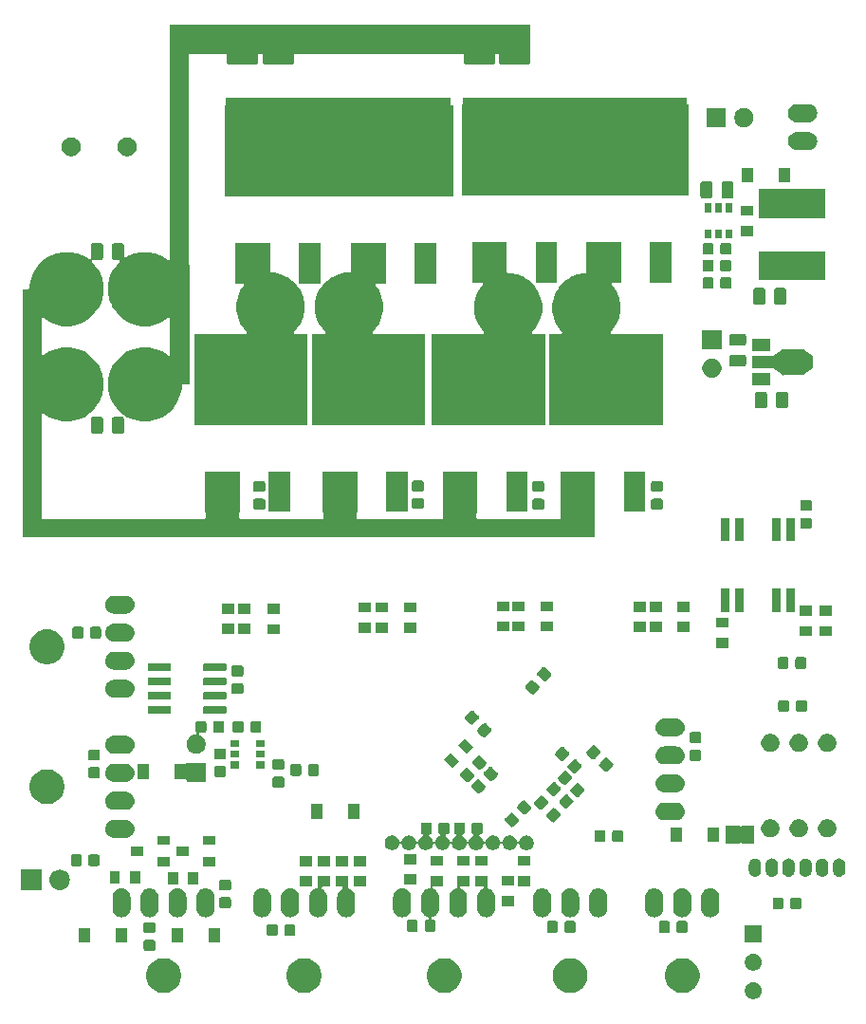
<source format=gbr>
G04 #@! TF.GenerationSoftware,KiCad,Pcbnew,(5.1.4)-1*
G04 #@! TF.CreationDate,2020-01-28T00:34:58+09:00*
G04 #@! TF.ProjectId,NormalMD,4e6f726d-616c-44d4-942e-6b696361645f,rev?*
G04 #@! TF.SameCoordinates,Original*
G04 #@! TF.FileFunction,Soldermask,Bot*
G04 #@! TF.FilePolarity,Negative*
%FSLAX46Y46*%
G04 Gerber Fmt 4.6, Leading zero omitted, Abs format (unit mm)*
G04 Created by KiCad (PCBNEW (5.1.4)-1) date 2020-01-28 00:34:58*
%MOMM*%
%LPD*%
G04 APERTURE LIST*
%ADD10C,0.100000*%
G04 APERTURE END LIST*
D10*
G36*
X138394425Y-136944599D02*
G01*
X138518621Y-136969302D01*
X138655022Y-137025801D01*
X138777779Y-137107825D01*
X138882175Y-137212221D01*
X138964199Y-137334978D01*
X139020698Y-137471379D01*
X139049500Y-137616181D01*
X139049500Y-137763819D01*
X139020698Y-137908621D01*
X138964199Y-138045022D01*
X138882175Y-138167779D01*
X138777779Y-138272175D01*
X138655022Y-138354199D01*
X138518621Y-138410698D01*
X138394425Y-138435401D01*
X138373820Y-138439500D01*
X138226180Y-138439500D01*
X138205575Y-138435401D01*
X138081379Y-138410698D01*
X137944978Y-138354199D01*
X137822221Y-138272175D01*
X137717825Y-138167779D01*
X137635801Y-138045022D01*
X137579302Y-137908621D01*
X137550500Y-137763819D01*
X137550500Y-137616181D01*
X137579302Y-137471379D01*
X137635801Y-137334978D01*
X137717825Y-137212221D01*
X137822221Y-137107825D01*
X137944978Y-137025801D01*
X138081379Y-136969302D01*
X138205575Y-136944599D01*
X138226180Y-136940500D01*
X138373820Y-136940500D01*
X138394425Y-136944599D01*
X138394425Y-136944599D01*
G37*
G36*
X132252585Y-134828802D02*
G01*
X132402410Y-134858604D01*
X132684674Y-134975521D01*
X132938705Y-135145259D01*
X133154741Y-135361295D01*
X133324479Y-135615326D01*
X133441396Y-135897590D01*
X133501000Y-136197240D01*
X133501000Y-136502760D01*
X133441396Y-136802410D01*
X133324479Y-137084674D01*
X133154741Y-137338705D01*
X132938705Y-137554741D01*
X132684674Y-137724479D01*
X132402410Y-137841396D01*
X132252585Y-137871198D01*
X132102761Y-137901000D01*
X131797239Y-137901000D01*
X131647415Y-137871198D01*
X131497590Y-137841396D01*
X131215326Y-137724479D01*
X130961295Y-137554741D01*
X130745259Y-137338705D01*
X130575521Y-137084674D01*
X130458604Y-136802410D01*
X130399000Y-136502760D01*
X130399000Y-136197240D01*
X130458604Y-135897590D01*
X130575521Y-135615326D01*
X130745259Y-135361295D01*
X130961295Y-135145259D01*
X131215326Y-134975521D01*
X131497590Y-134858604D01*
X131647415Y-134828802D01*
X131797239Y-134799000D01*
X132102761Y-134799000D01*
X132252585Y-134828802D01*
X132252585Y-134828802D01*
G37*
G36*
X122252585Y-134828802D02*
G01*
X122402410Y-134858604D01*
X122684674Y-134975521D01*
X122938705Y-135145259D01*
X123154741Y-135361295D01*
X123324479Y-135615326D01*
X123441396Y-135897590D01*
X123501000Y-136197240D01*
X123501000Y-136502760D01*
X123441396Y-136802410D01*
X123324479Y-137084674D01*
X123154741Y-137338705D01*
X122938705Y-137554741D01*
X122684674Y-137724479D01*
X122402410Y-137841396D01*
X122252585Y-137871198D01*
X122102761Y-137901000D01*
X121797239Y-137901000D01*
X121647415Y-137871198D01*
X121497590Y-137841396D01*
X121215326Y-137724479D01*
X120961295Y-137554741D01*
X120745259Y-137338705D01*
X120575521Y-137084674D01*
X120458604Y-136802410D01*
X120399000Y-136502760D01*
X120399000Y-136197240D01*
X120458604Y-135897590D01*
X120575521Y-135615326D01*
X120745259Y-135361295D01*
X120961295Y-135145259D01*
X121215326Y-134975521D01*
X121497590Y-134858604D01*
X121647415Y-134828802D01*
X121797239Y-134799000D01*
X122102761Y-134799000D01*
X122252585Y-134828802D01*
X122252585Y-134828802D01*
G37*
G36*
X111002585Y-134828802D02*
G01*
X111152410Y-134858604D01*
X111434674Y-134975521D01*
X111688705Y-135145259D01*
X111904741Y-135361295D01*
X112074479Y-135615326D01*
X112191396Y-135897590D01*
X112251000Y-136197240D01*
X112251000Y-136502760D01*
X112191396Y-136802410D01*
X112074479Y-137084674D01*
X111904741Y-137338705D01*
X111688705Y-137554741D01*
X111434674Y-137724479D01*
X111152410Y-137841396D01*
X111002585Y-137871198D01*
X110852761Y-137901000D01*
X110547239Y-137901000D01*
X110397415Y-137871198D01*
X110247590Y-137841396D01*
X109965326Y-137724479D01*
X109711295Y-137554741D01*
X109495259Y-137338705D01*
X109325521Y-137084674D01*
X109208604Y-136802410D01*
X109149000Y-136502760D01*
X109149000Y-136197240D01*
X109208604Y-135897590D01*
X109325521Y-135615326D01*
X109495259Y-135361295D01*
X109711295Y-135145259D01*
X109965326Y-134975521D01*
X110247590Y-134858604D01*
X110397415Y-134828802D01*
X110547239Y-134799000D01*
X110852761Y-134799000D01*
X111002585Y-134828802D01*
X111002585Y-134828802D01*
G37*
G36*
X85952585Y-134828802D02*
G01*
X86102410Y-134858604D01*
X86384674Y-134975521D01*
X86638705Y-135145259D01*
X86854741Y-135361295D01*
X87024479Y-135615326D01*
X87141396Y-135897590D01*
X87201000Y-136197240D01*
X87201000Y-136502760D01*
X87141396Y-136802410D01*
X87024479Y-137084674D01*
X86854741Y-137338705D01*
X86638705Y-137554741D01*
X86384674Y-137724479D01*
X86102410Y-137841396D01*
X85952585Y-137871198D01*
X85802761Y-137901000D01*
X85497239Y-137901000D01*
X85347415Y-137871198D01*
X85197590Y-137841396D01*
X84915326Y-137724479D01*
X84661295Y-137554741D01*
X84445259Y-137338705D01*
X84275521Y-137084674D01*
X84158604Y-136802410D01*
X84099000Y-136502760D01*
X84099000Y-136197240D01*
X84158604Y-135897590D01*
X84275521Y-135615326D01*
X84445259Y-135361295D01*
X84661295Y-135145259D01*
X84915326Y-134975521D01*
X85197590Y-134858604D01*
X85347415Y-134828802D01*
X85497239Y-134799000D01*
X85802761Y-134799000D01*
X85952585Y-134828802D01*
X85952585Y-134828802D01*
G37*
G36*
X98502585Y-134828802D02*
G01*
X98652410Y-134858604D01*
X98934674Y-134975521D01*
X99188705Y-135145259D01*
X99404741Y-135361295D01*
X99574479Y-135615326D01*
X99691396Y-135897590D01*
X99751000Y-136197240D01*
X99751000Y-136502760D01*
X99691396Y-136802410D01*
X99574479Y-137084674D01*
X99404741Y-137338705D01*
X99188705Y-137554741D01*
X98934674Y-137724479D01*
X98652410Y-137841396D01*
X98502585Y-137871198D01*
X98352761Y-137901000D01*
X98047239Y-137901000D01*
X97897415Y-137871198D01*
X97747590Y-137841396D01*
X97465326Y-137724479D01*
X97211295Y-137554741D01*
X96995259Y-137338705D01*
X96825521Y-137084674D01*
X96708604Y-136802410D01*
X96649000Y-136502760D01*
X96649000Y-136197240D01*
X96708604Y-135897590D01*
X96825521Y-135615326D01*
X96995259Y-135361295D01*
X97211295Y-135145259D01*
X97465326Y-134975521D01*
X97747590Y-134858604D01*
X97897415Y-134828802D01*
X98047239Y-134799000D01*
X98352761Y-134799000D01*
X98502585Y-134828802D01*
X98502585Y-134828802D01*
G37*
G36*
X138394425Y-134404599D02*
G01*
X138518621Y-134429302D01*
X138655022Y-134485801D01*
X138777779Y-134567825D01*
X138882175Y-134672221D01*
X138964199Y-134794978D01*
X139020698Y-134931379D01*
X139049500Y-135076181D01*
X139049500Y-135223819D01*
X139020698Y-135368621D01*
X138964199Y-135505022D01*
X138882175Y-135627779D01*
X138777779Y-135732175D01*
X138655022Y-135814199D01*
X138518621Y-135870698D01*
X138394425Y-135895401D01*
X138373820Y-135899500D01*
X138226180Y-135899500D01*
X138205575Y-135895401D01*
X138081379Y-135870698D01*
X137944978Y-135814199D01*
X137822221Y-135732175D01*
X137717825Y-135627779D01*
X137635801Y-135505022D01*
X137579302Y-135368621D01*
X137550500Y-135223819D01*
X137550500Y-135076181D01*
X137579302Y-134931379D01*
X137635801Y-134794978D01*
X137717825Y-134672221D01*
X137822221Y-134567825D01*
X137944978Y-134485801D01*
X138081379Y-134429302D01*
X138205575Y-134404599D01*
X138226180Y-134400500D01*
X138373820Y-134400500D01*
X138394425Y-134404599D01*
X138394425Y-134404599D01*
G37*
G36*
X84779591Y-133153085D02*
G01*
X84813569Y-133163393D01*
X84844890Y-133180134D01*
X84872339Y-133202661D01*
X84894866Y-133230110D01*
X84911607Y-133261431D01*
X84921915Y-133295409D01*
X84926000Y-133336890D01*
X84926000Y-133938110D01*
X84921915Y-133979591D01*
X84911607Y-134013569D01*
X84894866Y-134044890D01*
X84872339Y-134072339D01*
X84844890Y-134094866D01*
X84813569Y-134111607D01*
X84779591Y-134121915D01*
X84738110Y-134126000D01*
X84061890Y-134126000D01*
X84020409Y-134121915D01*
X83986431Y-134111607D01*
X83955110Y-134094866D01*
X83927661Y-134072339D01*
X83905134Y-134044890D01*
X83888393Y-134013569D01*
X83878085Y-133979591D01*
X83874000Y-133938110D01*
X83874000Y-133336890D01*
X83878085Y-133295409D01*
X83888393Y-133261431D01*
X83905134Y-133230110D01*
X83927661Y-133202661D01*
X83955110Y-133180134D01*
X83986431Y-133163393D01*
X84020409Y-133153085D01*
X84061890Y-133149000D01*
X84738110Y-133149000D01*
X84779591Y-133153085D01*
X84779591Y-133153085D01*
G37*
G36*
X87401000Y-133401000D02*
G01*
X86399000Y-133401000D01*
X86399000Y-132099000D01*
X87401000Y-132099000D01*
X87401000Y-133401000D01*
X87401000Y-133401000D01*
G37*
G36*
X90701000Y-133401000D02*
G01*
X89699000Y-133401000D01*
X89699000Y-132099000D01*
X90701000Y-132099000D01*
X90701000Y-133401000D01*
X90701000Y-133401000D01*
G37*
G36*
X82401000Y-133401000D02*
G01*
X81399000Y-133401000D01*
X81399000Y-132099000D01*
X82401000Y-132099000D01*
X82401000Y-133401000D01*
X82401000Y-133401000D01*
G37*
G36*
X79101000Y-133401000D02*
G01*
X78099000Y-133401000D01*
X78099000Y-132099000D01*
X79101000Y-132099000D01*
X79101000Y-133401000D01*
X79101000Y-133401000D01*
G37*
G36*
X139049500Y-133359500D02*
G01*
X137550500Y-133359500D01*
X137550500Y-131860500D01*
X139049500Y-131860500D01*
X139049500Y-133359500D01*
X139049500Y-133359500D01*
G37*
G36*
X95704591Y-131778085D02*
G01*
X95738569Y-131788393D01*
X95769890Y-131805134D01*
X95797339Y-131827661D01*
X95819866Y-131855110D01*
X95836607Y-131886431D01*
X95846915Y-131920409D01*
X95851000Y-131961890D01*
X95851000Y-132638110D01*
X95846915Y-132679591D01*
X95836607Y-132713569D01*
X95819866Y-132744890D01*
X95797339Y-132772339D01*
X95769890Y-132794866D01*
X95738569Y-132811607D01*
X95704591Y-132821915D01*
X95663110Y-132826000D01*
X95061890Y-132826000D01*
X95020409Y-132821915D01*
X94986431Y-132811607D01*
X94955110Y-132794866D01*
X94927661Y-132772339D01*
X94905134Y-132744890D01*
X94888393Y-132713569D01*
X94878085Y-132679591D01*
X94874000Y-132638110D01*
X94874000Y-131961890D01*
X94878085Y-131920409D01*
X94888393Y-131886431D01*
X94905134Y-131855110D01*
X94927661Y-131827661D01*
X94955110Y-131805134D01*
X94986431Y-131788393D01*
X95020409Y-131778085D01*
X95061890Y-131774000D01*
X95663110Y-131774000D01*
X95704591Y-131778085D01*
X95704591Y-131778085D01*
G37*
G36*
X97279591Y-131778085D02*
G01*
X97313569Y-131788393D01*
X97344890Y-131805134D01*
X97372339Y-131827661D01*
X97394866Y-131855110D01*
X97411607Y-131886431D01*
X97421915Y-131920409D01*
X97426000Y-131961890D01*
X97426000Y-132638110D01*
X97421915Y-132679591D01*
X97411607Y-132713569D01*
X97394866Y-132744890D01*
X97372339Y-132772339D01*
X97344890Y-132794866D01*
X97313569Y-132811607D01*
X97279591Y-132821915D01*
X97238110Y-132826000D01*
X96636890Y-132826000D01*
X96595409Y-132821915D01*
X96561431Y-132811607D01*
X96530110Y-132794866D01*
X96502661Y-132772339D01*
X96480134Y-132744890D01*
X96463393Y-132713569D01*
X96453085Y-132679591D01*
X96449000Y-132638110D01*
X96449000Y-131961890D01*
X96453085Y-131920409D01*
X96463393Y-131886431D01*
X96480134Y-131855110D01*
X96502661Y-131827661D01*
X96530110Y-131805134D01*
X96561431Y-131788393D01*
X96595409Y-131778085D01*
X96636890Y-131774000D01*
X97238110Y-131774000D01*
X97279591Y-131778085D01*
X97279591Y-131778085D01*
G37*
G36*
X84779591Y-131578085D02*
G01*
X84813569Y-131588393D01*
X84844890Y-131605134D01*
X84872339Y-131627661D01*
X84894866Y-131655110D01*
X84911607Y-131686431D01*
X84921915Y-131720409D01*
X84926000Y-131761890D01*
X84926000Y-132363110D01*
X84921915Y-132404591D01*
X84911607Y-132438569D01*
X84894866Y-132469890D01*
X84872339Y-132497339D01*
X84844890Y-132519866D01*
X84813569Y-132536607D01*
X84779591Y-132546915D01*
X84738110Y-132551000D01*
X84061890Y-132551000D01*
X84020409Y-132546915D01*
X83986431Y-132536607D01*
X83955110Y-132519866D01*
X83927661Y-132497339D01*
X83905134Y-132469890D01*
X83888393Y-132438569D01*
X83878085Y-132404591D01*
X83874000Y-132363110D01*
X83874000Y-131761890D01*
X83878085Y-131720409D01*
X83888393Y-131686431D01*
X83905134Y-131655110D01*
X83927661Y-131627661D01*
X83955110Y-131605134D01*
X83986431Y-131588393D01*
X84020409Y-131578085D01*
X84061890Y-131574000D01*
X84738110Y-131574000D01*
X84779591Y-131578085D01*
X84779591Y-131578085D01*
G37*
G36*
X130704591Y-131478085D02*
G01*
X130738569Y-131488393D01*
X130769890Y-131505134D01*
X130797339Y-131527661D01*
X130819866Y-131555110D01*
X130836607Y-131586431D01*
X130846915Y-131620409D01*
X130851000Y-131661890D01*
X130851000Y-132338110D01*
X130846915Y-132379591D01*
X130836607Y-132413569D01*
X130819866Y-132444890D01*
X130797339Y-132472339D01*
X130769890Y-132494866D01*
X130738569Y-132511607D01*
X130704591Y-132521915D01*
X130663110Y-132526000D01*
X130061890Y-132526000D01*
X130020409Y-132521915D01*
X129986431Y-132511607D01*
X129955110Y-132494866D01*
X129927661Y-132472339D01*
X129905134Y-132444890D01*
X129888393Y-132413569D01*
X129878085Y-132379591D01*
X129874000Y-132338110D01*
X129874000Y-131661890D01*
X129878085Y-131620409D01*
X129888393Y-131586431D01*
X129905134Y-131555110D01*
X129927661Y-131527661D01*
X129955110Y-131505134D01*
X129986431Y-131488393D01*
X130020409Y-131478085D01*
X130061890Y-131474000D01*
X130663110Y-131474000D01*
X130704591Y-131478085D01*
X130704591Y-131478085D01*
G37*
G36*
X132279591Y-131478085D02*
G01*
X132313569Y-131488393D01*
X132344890Y-131505134D01*
X132372339Y-131527661D01*
X132394866Y-131555110D01*
X132411607Y-131586431D01*
X132421915Y-131620409D01*
X132426000Y-131661890D01*
X132426000Y-132338110D01*
X132421915Y-132379591D01*
X132411607Y-132413569D01*
X132394866Y-132444890D01*
X132372339Y-132472339D01*
X132344890Y-132494866D01*
X132313569Y-132511607D01*
X132279591Y-132521915D01*
X132238110Y-132526000D01*
X131636890Y-132526000D01*
X131595409Y-132521915D01*
X131561431Y-132511607D01*
X131530110Y-132494866D01*
X131502661Y-132472339D01*
X131480134Y-132444890D01*
X131463393Y-132413569D01*
X131453085Y-132379591D01*
X131449000Y-132338110D01*
X131449000Y-131661890D01*
X131453085Y-131620409D01*
X131463393Y-131586431D01*
X131480134Y-131555110D01*
X131502661Y-131527661D01*
X131530110Y-131505134D01*
X131561431Y-131488393D01*
X131595409Y-131478085D01*
X131636890Y-131474000D01*
X132238110Y-131474000D01*
X132279591Y-131478085D01*
X132279591Y-131478085D01*
G37*
G36*
X122279591Y-131478085D02*
G01*
X122313569Y-131488393D01*
X122344890Y-131505134D01*
X122372339Y-131527661D01*
X122394866Y-131555110D01*
X122411607Y-131586431D01*
X122421915Y-131620409D01*
X122426000Y-131661890D01*
X122426000Y-132338110D01*
X122421915Y-132379591D01*
X122411607Y-132413569D01*
X122394866Y-132444890D01*
X122372339Y-132472339D01*
X122344890Y-132494866D01*
X122313569Y-132511607D01*
X122279591Y-132521915D01*
X122238110Y-132526000D01*
X121636890Y-132526000D01*
X121595409Y-132521915D01*
X121561431Y-132511607D01*
X121530110Y-132494866D01*
X121502661Y-132472339D01*
X121480134Y-132444890D01*
X121463393Y-132413569D01*
X121453085Y-132379591D01*
X121449000Y-132338110D01*
X121449000Y-131661890D01*
X121453085Y-131620409D01*
X121463393Y-131586431D01*
X121480134Y-131555110D01*
X121502661Y-131527661D01*
X121530110Y-131505134D01*
X121561431Y-131488393D01*
X121595409Y-131478085D01*
X121636890Y-131474000D01*
X122238110Y-131474000D01*
X122279591Y-131478085D01*
X122279591Y-131478085D01*
G37*
G36*
X120704591Y-131478085D02*
G01*
X120738569Y-131488393D01*
X120769890Y-131505134D01*
X120797339Y-131527661D01*
X120819866Y-131555110D01*
X120836607Y-131586431D01*
X120846915Y-131620409D01*
X120851000Y-131661890D01*
X120851000Y-132338110D01*
X120846915Y-132379591D01*
X120836607Y-132413569D01*
X120819866Y-132444890D01*
X120797339Y-132472339D01*
X120769890Y-132494866D01*
X120738569Y-132511607D01*
X120704591Y-132521915D01*
X120663110Y-132526000D01*
X120061890Y-132526000D01*
X120020409Y-132521915D01*
X119986431Y-132511607D01*
X119955110Y-132494866D01*
X119927661Y-132472339D01*
X119905134Y-132444890D01*
X119888393Y-132413569D01*
X119878085Y-132379591D01*
X119874000Y-132338110D01*
X119874000Y-131661890D01*
X119878085Y-131620409D01*
X119888393Y-131586431D01*
X119905134Y-131555110D01*
X119927661Y-131527661D01*
X119955110Y-131505134D01*
X119986431Y-131488393D01*
X120020409Y-131478085D01*
X120061890Y-131474000D01*
X120663110Y-131474000D01*
X120704591Y-131478085D01*
X120704591Y-131478085D01*
G37*
G36*
X110601000Y-128351000D02*
G01*
X109758772Y-128351000D01*
X109734386Y-128353402D01*
X109710937Y-128360515D01*
X109689326Y-128372066D01*
X109670384Y-128387611D01*
X109654839Y-128406553D01*
X109643288Y-128428164D01*
X109636175Y-128451613D01*
X109633773Y-128475999D01*
X109636175Y-128500385D01*
X109643288Y-128523834D01*
X109654839Y-128545445D01*
X109670384Y-128564387D01*
X109689326Y-128579932D01*
X109710937Y-128591483D01*
X109722487Y-128595616D01*
X109758012Y-128606392D01*
X109818210Y-128638569D01*
X109897164Y-128680771D01*
X110019133Y-128780867D01*
X110119229Y-128902835D01*
X110193608Y-129041987D01*
X110208875Y-129092318D01*
X110239410Y-129192977D01*
X110251000Y-129310655D01*
X110251000Y-130389345D01*
X110239410Y-130507023D01*
X110208875Y-130607682D01*
X110193608Y-130658013D01*
X110119229Y-130797165D01*
X110019133Y-130919133D01*
X109897165Y-131019229D01*
X109758013Y-131093608D01*
X109706769Y-131109152D01*
X109640069Y-131129385D01*
X109617434Y-131138762D01*
X109597060Y-131152375D01*
X109579733Y-131169702D01*
X109566119Y-131190077D01*
X109556742Y-131212715D01*
X109551961Y-131236749D01*
X109551961Y-131261253D01*
X109556741Y-131285286D01*
X109566119Y-131307925D01*
X109579732Y-131328299D01*
X109597059Y-131345626D01*
X109617434Y-131359240D01*
X109640072Y-131368617D01*
X109664106Y-131373398D01*
X109676358Y-131374000D01*
X109738110Y-131374000D01*
X109779591Y-131378085D01*
X109813569Y-131388393D01*
X109844890Y-131405134D01*
X109872339Y-131427661D01*
X109894866Y-131455110D01*
X109911607Y-131486431D01*
X109921915Y-131520409D01*
X109926000Y-131561890D01*
X109926000Y-132238110D01*
X109921915Y-132279591D01*
X109911607Y-132313569D01*
X109894866Y-132344890D01*
X109872339Y-132372339D01*
X109844890Y-132394866D01*
X109813569Y-132411607D01*
X109779591Y-132421915D01*
X109738110Y-132426000D01*
X109136890Y-132426000D01*
X109095409Y-132421915D01*
X109061431Y-132411607D01*
X109030110Y-132394866D01*
X109002661Y-132372339D01*
X108980134Y-132344890D01*
X108963393Y-132313569D01*
X108953085Y-132279591D01*
X108949000Y-132238110D01*
X108949000Y-131561890D01*
X108953085Y-131520409D01*
X108963393Y-131486431D01*
X108980134Y-131455110D01*
X109002661Y-131427661D01*
X109030110Y-131405134D01*
X109061431Y-131388393D01*
X109095409Y-131378085D01*
X109136890Y-131374000D01*
X109223643Y-131374000D01*
X109248029Y-131371598D01*
X109271478Y-131364485D01*
X109293089Y-131352934D01*
X109312031Y-131337389D01*
X109327576Y-131318447D01*
X109339127Y-131296836D01*
X109346240Y-131273387D01*
X109348642Y-131249001D01*
X109346240Y-131224615D01*
X109339127Y-131201166D01*
X109327576Y-131179555D01*
X109312031Y-131160613D01*
X109293089Y-131145068D01*
X109271478Y-131133517D01*
X109259935Y-131129387D01*
X109193232Y-131109152D01*
X109141988Y-131093608D01*
X109002836Y-131019229D01*
X108880868Y-130919133D01*
X108780772Y-130797165D01*
X108706393Y-130658013D01*
X108691126Y-130607682D01*
X108660591Y-130507023D01*
X108649001Y-130389345D01*
X108649000Y-129310656D01*
X108660590Y-129192978D01*
X108706392Y-129041989D01*
X108706392Y-129041988D01*
X108780771Y-128902836D01*
X108780772Y-128902835D01*
X108880867Y-128780867D01*
X109002835Y-128680771D01*
X109081789Y-128638569D01*
X109141987Y-128606392D01*
X109212762Y-128584923D01*
X109292977Y-128560590D01*
X109334748Y-128556476D01*
X109386254Y-128551403D01*
X109410287Y-128546622D01*
X109432926Y-128537245D01*
X109453300Y-128523631D01*
X109470627Y-128506304D01*
X109484240Y-128485930D01*
X109493618Y-128463291D01*
X109499000Y-128427006D01*
X109499000Y-127449000D01*
X110601000Y-127449000D01*
X110601000Y-128351000D01*
X110601000Y-128351000D01*
G37*
G36*
X108204591Y-131378085D02*
G01*
X108238569Y-131388393D01*
X108269890Y-131405134D01*
X108297339Y-131427661D01*
X108319866Y-131455110D01*
X108336607Y-131486431D01*
X108346915Y-131520409D01*
X108351000Y-131561890D01*
X108351000Y-132238110D01*
X108346915Y-132279591D01*
X108336607Y-132313569D01*
X108319866Y-132344890D01*
X108297339Y-132372339D01*
X108269890Y-132394866D01*
X108238569Y-132411607D01*
X108204591Y-132421915D01*
X108163110Y-132426000D01*
X107561890Y-132426000D01*
X107520409Y-132421915D01*
X107486431Y-132411607D01*
X107455110Y-132394866D01*
X107427661Y-132372339D01*
X107405134Y-132344890D01*
X107388393Y-132313569D01*
X107378085Y-132279591D01*
X107374000Y-132238110D01*
X107374000Y-131561890D01*
X107378085Y-131520409D01*
X107388393Y-131486431D01*
X107405134Y-131455110D01*
X107427661Y-131427661D01*
X107455110Y-131405134D01*
X107486431Y-131388393D01*
X107520409Y-131378085D01*
X107561890Y-131374000D01*
X108163110Y-131374000D01*
X108204591Y-131378085D01*
X108204591Y-131378085D01*
G37*
G36*
X94607022Y-128560590D02*
G01*
X94687237Y-128584923D01*
X94758012Y-128606392D01*
X94818210Y-128638569D01*
X94897164Y-128680771D01*
X95019133Y-128780867D01*
X95119229Y-128902835D01*
X95193608Y-129041987D01*
X95208875Y-129092318D01*
X95239410Y-129192977D01*
X95251000Y-129310655D01*
X95251000Y-130389345D01*
X95239410Y-130507023D01*
X95208875Y-130607682D01*
X95193608Y-130658013D01*
X95119229Y-130797165D01*
X95019133Y-130919133D01*
X94897165Y-131019229D01*
X94758013Y-131093608D01*
X94707682Y-131108875D01*
X94607023Y-131139410D01*
X94450000Y-131154875D01*
X94292978Y-131139410D01*
X94192319Y-131108875D01*
X94141988Y-131093608D01*
X94002836Y-131019229D01*
X93880868Y-130919133D01*
X93780772Y-130797165D01*
X93706393Y-130658013D01*
X93691126Y-130607682D01*
X93660591Y-130507023D01*
X93649001Y-130389345D01*
X93649000Y-129310656D01*
X93660590Y-129192978D01*
X93706392Y-129041989D01*
X93706392Y-129041988D01*
X93780771Y-128902836D01*
X93780772Y-128902835D01*
X93880867Y-128780867D01*
X94002835Y-128680771D01*
X94081789Y-128638569D01*
X94141987Y-128606392D01*
X94212762Y-128584923D01*
X94292977Y-128560590D01*
X94450000Y-128545125D01*
X94607022Y-128560590D01*
X94607022Y-128560590D01*
G37*
G36*
X119607022Y-128560590D02*
G01*
X119687237Y-128584923D01*
X119758012Y-128606392D01*
X119818210Y-128638569D01*
X119897164Y-128680771D01*
X120019133Y-128780867D01*
X120119229Y-128902835D01*
X120193608Y-129041987D01*
X120208875Y-129092318D01*
X120239410Y-129192977D01*
X120251000Y-129310655D01*
X120251000Y-130389345D01*
X120239410Y-130507023D01*
X120208875Y-130607682D01*
X120193608Y-130658013D01*
X120119229Y-130797165D01*
X120019133Y-130919133D01*
X119897165Y-131019229D01*
X119758013Y-131093608D01*
X119707682Y-131108875D01*
X119607023Y-131139410D01*
X119450000Y-131154875D01*
X119292978Y-131139410D01*
X119192319Y-131108875D01*
X119141988Y-131093608D01*
X119002836Y-131019229D01*
X118880868Y-130919133D01*
X118780772Y-130797165D01*
X118706393Y-130658013D01*
X118691126Y-130607682D01*
X118660591Y-130507023D01*
X118649001Y-130389345D01*
X118649000Y-129310656D01*
X118660590Y-129192978D01*
X118706392Y-129041989D01*
X118706392Y-129041988D01*
X118780771Y-128902836D01*
X118780772Y-128902835D01*
X118880867Y-128780867D01*
X119002835Y-128680771D01*
X119081789Y-128638569D01*
X119141987Y-128606392D01*
X119212762Y-128584923D01*
X119292977Y-128560590D01*
X119450000Y-128545125D01*
X119607022Y-128560590D01*
X119607022Y-128560590D01*
G37*
G36*
X89557022Y-128560590D02*
G01*
X89637237Y-128584923D01*
X89708012Y-128606392D01*
X89768210Y-128638569D01*
X89847164Y-128680771D01*
X89969133Y-128780867D01*
X90069229Y-128902835D01*
X90143608Y-129041987D01*
X90158875Y-129092318D01*
X90189410Y-129192977D01*
X90201000Y-129310655D01*
X90201000Y-130389345D01*
X90189410Y-130507023D01*
X90158875Y-130607682D01*
X90143608Y-130658013D01*
X90069229Y-130797165D01*
X89969133Y-130919133D01*
X89847165Y-131019229D01*
X89708013Y-131093608D01*
X89657682Y-131108875D01*
X89557023Y-131139410D01*
X89400000Y-131154875D01*
X89242978Y-131139410D01*
X89142319Y-131108875D01*
X89091988Y-131093608D01*
X88952836Y-131019229D01*
X88830868Y-130919133D01*
X88730772Y-130797165D01*
X88656393Y-130658013D01*
X88641126Y-130607682D01*
X88610591Y-130507023D01*
X88599001Y-130389345D01*
X88599000Y-129310656D01*
X88610590Y-129192978D01*
X88656392Y-129041989D01*
X88656392Y-129041988D01*
X88730771Y-128902836D01*
X88730772Y-128902835D01*
X88830867Y-128780867D01*
X88952835Y-128680771D01*
X89031789Y-128638569D01*
X89091987Y-128606392D01*
X89162762Y-128584923D01*
X89242977Y-128560590D01*
X89400000Y-128545125D01*
X89557022Y-128560590D01*
X89557022Y-128560590D01*
G37*
G36*
X84557022Y-128560590D02*
G01*
X84637237Y-128584923D01*
X84708012Y-128606392D01*
X84768210Y-128638569D01*
X84847164Y-128680771D01*
X84969133Y-128780867D01*
X85069229Y-128902835D01*
X85143608Y-129041987D01*
X85158875Y-129092318D01*
X85189410Y-129192977D01*
X85201000Y-129310655D01*
X85201000Y-130389345D01*
X85189410Y-130507023D01*
X85158875Y-130607682D01*
X85143608Y-130658013D01*
X85069229Y-130797165D01*
X84969133Y-130919133D01*
X84847165Y-131019229D01*
X84708013Y-131093608D01*
X84657682Y-131108875D01*
X84557023Y-131139410D01*
X84400000Y-131154875D01*
X84242978Y-131139410D01*
X84142319Y-131108875D01*
X84091988Y-131093608D01*
X83952836Y-131019229D01*
X83830868Y-130919133D01*
X83730772Y-130797165D01*
X83656393Y-130658013D01*
X83641126Y-130607682D01*
X83610591Y-130507023D01*
X83599001Y-130389345D01*
X83599000Y-129310656D01*
X83610590Y-129192978D01*
X83656392Y-129041989D01*
X83656392Y-129041988D01*
X83730771Y-128902836D01*
X83730772Y-128902835D01*
X83830867Y-128780867D01*
X83952835Y-128680771D01*
X84031789Y-128638569D01*
X84091987Y-128606392D01*
X84162762Y-128584923D01*
X84242977Y-128560590D01*
X84400000Y-128545125D01*
X84557022Y-128560590D01*
X84557022Y-128560590D01*
G37*
G36*
X129607022Y-128560590D02*
G01*
X129687237Y-128584923D01*
X129758012Y-128606392D01*
X129818210Y-128638569D01*
X129897164Y-128680771D01*
X130019133Y-128780867D01*
X130119229Y-128902835D01*
X130193608Y-129041987D01*
X130208875Y-129092318D01*
X130239410Y-129192977D01*
X130251000Y-129310655D01*
X130251000Y-130389345D01*
X130239410Y-130507023D01*
X130208875Y-130607682D01*
X130193608Y-130658013D01*
X130119229Y-130797165D01*
X130019133Y-130919133D01*
X129897165Y-131019229D01*
X129758013Y-131093608D01*
X129707682Y-131108875D01*
X129607023Y-131139410D01*
X129450000Y-131154875D01*
X129292978Y-131139410D01*
X129192319Y-131108875D01*
X129141988Y-131093608D01*
X129002836Y-131019229D01*
X128880868Y-130919133D01*
X128780772Y-130797165D01*
X128706393Y-130658013D01*
X128691126Y-130607682D01*
X128660591Y-130507023D01*
X128649001Y-130389345D01*
X128649000Y-129310656D01*
X128660590Y-129192978D01*
X128706392Y-129041989D01*
X128706392Y-129041988D01*
X128780771Y-128902836D01*
X128780772Y-128902835D01*
X128880867Y-128780867D01*
X129002835Y-128680771D01*
X129081789Y-128638569D01*
X129141987Y-128606392D01*
X129212762Y-128584923D01*
X129292977Y-128560590D01*
X129450000Y-128545125D01*
X129607022Y-128560590D01*
X129607022Y-128560590D01*
G37*
G36*
X132107022Y-128560590D02*
G01*
X132187237Y-128584923D01*
X132258012Y-128606392D01*
X132318210Y-128638569D01*
X132397164Y-128680771D01*
X132519133Y-128780867D01*
X132619229Y-128902835D01*
X132693608Y-129041987D01*
X132708875Y-129092318D01*
X132739410Y-129192977D01*
X132751000Y-129310655D01*
X132751000Y-130389345D01*
X132739410Y-130507023D01*
X132708875Y-130607682D01*
X132693608Y-130658013D01*
X132619229Y-130797165D01*
X132519133Y-130919133D01*
X132397165Y-131019229D01*
X132258013Y-131093608D01*
X132207682Y-131108875D01*
X132107023Y-131139410D01*
X131950000Y-131154875D01*
X131792978Y-131139410D01*
X131692319Y-131108875D01*
X131641988Y-131093608D01*
X131502836Y-131019229D01*
X131380868Y-130919133D01*
X131280772Y-130797165D01*
X131206393Y-130658013D01*
X131191126Y-130607682D01*
X131160591Y-130507023D01*
X131149001Y-130389345D01*
X131149000Y-129310656D01*
X131160590Y-129192978D01*
X131206392Y-129041989D01*
X131206392Y-129041988D01*
X131280771Y-128902836D01*
X131280772Y-128902835D01*
X131380867Y-128780867D01*
X131502835Y-128680771D01*
X131581789Y-128638569D01*
X131641987Y-128606392D01*
X131712762Y-128584923D01*
X131792977Y-128560590D01*
X131950000Y-128545125D01*
X132107022Y-128560590D01*
X132107022Y-128560590D01*
G37*
G36*
X134607022Y-128560590D02*
G01*
X134687237Y-128584923D01*
X134758012Y-128606392D01*
X134818210Y-128638569D01*
X134897164Y-128680771D01*
X135019133Y-128780867D01*
X135119229Y-128902835D01*
X135193608Y-129041987D01*
X135208875Y-129092318D01*
X135239410Y-129192977D01*
X135251000Y-129310655D01*
X135251000Y-130389345D01*
X135239410Y-130507023D01*
X135208875Y-130607682D01*
X135193608Y-130658013D01*
X135119229Y-130797165D01*
X135019133Y-130919133D01*
X134897165Y-131019229D01*
X134758013Y-131093608D01*
X134707682Y-131108875D01*
X134607023Y-131139410D01*
X134450000Y-131154875D01*
X134292978Y-131139410D01*
X134192319Y-131108875D01*
X134141988Y-131093608D01*
X134002836Y-131019229D01*
X133880868Y-130919133D01*
X133780772Y-130797165D01*
X133706393Y-130658013D01*
X133691126Y-130607682D01*
X133660591Y-130507023D01*
X133649001Y-130389345D01*
X133649000Y-129310656D01*
X133660590Y-129192978D01*
X133706392Y-129041989D01*
X133706392Y-129041988D01*
X133780771Y-128902836D01*
X133780772Y-128902835D01*
X133880867Y-128780867D01*
X134002835Y-128680771D01*
X134081789Y-128638569D01*
X134141987Y-128606392D01*
X134212762Y-128584923D01*
X134292977Y-128560590D01*
X134450000Y-128545125D01*
X134607022Y-128560590D01*
X134607022Y-128560590D01*
G37*
G36*
X87057022Y-128560590D02*
G01*
X87137237Y-128584923D01*
X87208012Y-128606392D01*
X87268210Y-128638569D01*
X87347164Y-128680771D01*
X87469133Y-128780867D01*
X87569229Y-128902835D01*
X87643608Y-129041987D01*
X87658875Y-129092318D01*
X87689410Y-129192977D01*
X87701000Y-129310655D01*
X87701000Y-130389345D01*
X87689410Y-130507023D01*
X87658875Y-130607682D01*
X87643608Y-130658013D01*
X87569229Y-130797165D01*
X87469133Y-130919133D01*
X87347165Y-131019229D01*
X87208013Y-131093608D01*
X87157682Y-131108875D01*
X87057023Y-131139410D01*
X86900000Y-131154875D01*
X86742978Y-131139410D01*
X86642319Y-131108875D01*
X86591988Y-131093608D01*
X86452836Y-131019229D01*
X86330868Y-130919133D01*
X86230772Y-130797165D01*
X86156393Y-130658013D01*
X86141126Y-130607682D01*
X86110591Y-130507023D01*
X86099001Y-130389345D01*
X86099000Y-129310656D01*
X86110590Y-129192978D01*
X86156392Y-129041989D01*
X86156392Y-129041988D01*
X86230771Y-128902836D01*
X86230772Y-128902835D01*
X86330867Y-128780867D01*
X86452835Y-128680771D01*
X86531789Y-128638569D01*
X86591987Y-128606392D01*
X86662762Y-128584923D01*
X86742977Y-128560590D01*
X86900000Y-128545125D01*
X87057022Y-128560590D01*
X87057022Y-128560590D01*
G37*
G36*
X124607022Y-128560590D02*
G01*
X124687237Y-128584923D01*
X124758012Y-128606392D01*
X124818210Y-128638569D01*
X124897164Y-128680771D01*
X125019133Y-128780867D01*
X125119229Y-128902835D01*
X125193608Y-129041987D01*
X125208875Y-129092318D01*
X125239410Y-129192977D01*
X125251000Y-129310655D01*
X125251000Y-130389345D01*
X125239410Y-130507023D01*
X125208875Y-130607682D01*
X125193608Y-130658013D01*
X125119229Y-130797165D01*
X125019133Y-130919133D01*
X124897165Y-131019229D01*
X124758013Y-131093608D01*
X124707682Y-131108875D01*
X124607023Y-131139410D01*
X124450000Y-131154875D01*
X124292978Y-131139410D01*
X124192319Y-131108875D01*
X124141988Y-131093608D01*
X124002836Y-131019229D01*
X123880868Y-130919133D01*
X123780772Y-130797165D01*
X123706393Y-130658013D01*
X123691126Y-130607682D01*
X123660591Y-130507023D01*
X123649001Y-130389345D01*
X123649000Y-129310656D01*
X123660590Y-129192978D01*
X123706392Y-129041989D01*
X123706392Y-129041988D01*
X123780771Y-128902836D01*
X123780772Y-128902835D01*
X123880867Y-128780867D01*
X124002835Y-128680771D01*
X124081789Y-128638569D01*
X124141987Y-128606392D01*
X124212762Y-128584923D01*
X124292977Y-128560590D01*
X124450000Y-128545125D01*
X124607022Y-128560590D01*
X124607022Y-128560590D01*
G37*
G36*
X100501000Y-128401000D02*
G01*
X99872774Y-128401000D01*
X99848388Y-128403402D01*
X99824939Y-128410515D01*
X99803328Y-128422066D01*
X99784386Y-128437611D01*
X99768841Y-128456553D01*
X99757290Y-128478164D01*
X99750177Y-128501613D01*
X99747775Y-128525999D01*
X99750177Y-128550385D01*
X99757290Y-128573834D01*
X99768841Y-128595445D01*
X99784386Y-128614387D01*
X99813849Y-128636238D01*
X99818210Y-128638569D01*
X99897164Y-128680771D01*
X100019133Y-128780867D01*
X100119229Y-128902835D01*
X100193608Y-129041987D01*
X100208875Y-129092318D01*
X100239410Y-129192977D01*
X100251000Y-129310655D01*
X100251000Y-130389345D01*
X100239410Y-130507023D01*
X100208875Y-130607682D01*
X100193608Y-130658013D01*
X100119229Y-130797165D01*
X100019133Y-130919133D01*
X99897165Y-131019229D01*
X99758013Y-131093608D01*
X99707682Y-131108875D01*
X99607023Y-131139410D01*
X99450000Y-131154875D01*
X99292978Y-131139410D01*
X99192319Y-131108875D01*
X99141988Y-131093608D01*
X99002836Y-131019229D01*
X98880868Y-130919133D01*
X98780772Y-130797165D01*
X98706393Y-130658013D01*
X98691126Y-130607682D01*
X98660591Y-130507023D01*
X98649001Y-130389345D01*
X98649000Y-129310656D01*
X98660590Y-129192978D01*
X98706392Y-129041989D01*
X98706392Y-129041988D01*
X98780771Y-128902836D01*
X98780772Y-128902835D01*
X98880867Y-128780867D01*
X99002835Y-128680771D01*
X99081789Y-128638569D01*
X99141987Y-128606392D01*
X99177512Y-128595616D01*
X99292977Y-128560590D01*
X99292983Y-128560589D01*
X99299439Y-128558631D01*
X99310276Y-128556476D01*
X99332916Y-128547100D01*
X99353292Y-128533488D01*
X99370620Y-128516162D01*
X99384235Y-128495789D01*
X99393615Y-128473151D01*
X99398397Y-128449118D01*
X99399000Y-128436856D01*
X99399000Y-127499000D01*
X100501000Y-127499000D01*
X100501000Y-128401000D01*
X100501000Y-128401000D01*
G37*
G36*
X102101000Y-128466058D02*
G01*
X102103402Y-128490444D01*
X102110515Y-128513893D01*
X102122066Y-128535504D01*
X102137611Y-128554446D01*
X102156553Y-128569991D01*
X102178164Y-128581542D01*
X102189708Y-128585673D01*
X102258011Y-128606392D01*
X102397164Y-128680771D01*
X102519133Y-128780867D01*
X102619229Y-128902835D01*
X102693608Y-129041987D01*
X102708875Y-129092318D01*
X102739410Y-129192977D01*
X102751000Y-129310655D01*
X102751000Y-130389345D01*
X102739410Y-130507023D01*
X102708875Y-130607682D01*
X102693608Y-130658013D01*
X102619229Y-130797165D01*
X102519133Y-130919133D01*
X102397165Y-131019229D01*
X102258013Y-131093608D01*
X102207682Y-131108875D01*
X102107023Y-131139410D01*
X101950000Y-131154875D01*
X101792978Y-131139410D01*
X101692319Y-131108875D01*
X101641988Y-131093608D01*
X101502836Y-131019229D01*
X101380868Y-130919133D01*
X101280772Y-130797165D01*
X101206393Y-130658013D01*
X101191126Y-130607682D01*
X101160591Y-130507023D01*
X101149001Y-130389345D01*
X101149000Y-129310656D01*
X101160590Y-129192978D01*
X101206392Y-129041989D01*
X101206392Y-129041988D01*
X101280771Y-128902836D01*
X101280772Y-128902835D01*
X101380867Y-128780867D01*
X101502835Y-128680771D01*
X101581789Y-128638569D01*
X101586150Y-128636238D01*
X101606524Y-128622624D01*
X101623851Y-128605297D01*
X101637465Y-128584923D01*
X101646842Y-128562284D01*
X101651622Y-128538250D01*
X101651622Y-128513746D01*
X101646841Y-128489713D01*
X101637464Y-128467074D01*
X101623850Y-128446700D01*
X101606523Y-128429373D01*
X101586149Y-128415759D01*
X101563510Y-128406382D01*
X101527225Y-128401000D01*
X100999000Y-128401000D01*
X100999000Y-127499000D01*
X102101000Y-127499000D01*
X102101000Y-128466058D01*
X102101000Y-128466058D01*
G37*
G36*
X82057022Y-128560590D02*
G01*
X82137237Y-128584923D01*
X82208012Y-128606392D01*
X82268210Y-128638569D01*
X82347164Y-128680771D01*
X82469133Y-128780867D01*
X82569229Y-128902835D01*
X82643608Y-129041987D01*
X82658875Y-129092318D01*
X82689410Y-129192977D01*
X82701000Y-129310655D01*
X82701000Y-130389345D01*
X82689410Y-130507023D01*
X82658875Y-130607682D01*
X82643608Y-130658013D01*
X82569229Y-130797165D01*
X82469133Y-130919133D01*
X82347165Y-131019229D01*
X82208013Y-131093608D01*
X82157682Y-131108875D01*
X82057023Y-131139410D01*
X81900000Y-131154875D01*
X81742978Y-131139410D01*
X81642319Y-131108875D01*
X81591988Y-131093608D01*
X81452836Y-131019229D01*
X81330868Y-130919133D01*
X81230772Y-130797165D01*
X81156393Y-130658013D01*
X81141126Y-130607682D01*
X81110591Y-130507023D01*
X81099001Y-130389345D01*
X81099000Y-129310656D01*
X81110590Y-129192978D01*
X81156392Y-129041989D01*
X81156392Y-129041988D01*
X81230771Y-128902836D01*
X81230772Y-128902835D01*
X81330867Y-128780867D01*
X81452835Y-128680771D01*
X81531789Y-128638569D01*
X81591987Y-128606392D01*
X81662762Y-128584923D01*
X81742977Y-128560590D01*
X81900000Y-128545125D01*
X82057022Y-128560590D01*
X82057022Y-128560590D01*
G37*
G36*
X114601000Y-128466058D02*
G01*
X114603402Y-128490444D01*
X114610515Y-128513893D01*
X114622066Y-128535504D01*
X114637611Y-128554446D01*
X114656553Y-128569991D01*
X114678164Y-128581542D01*
X114689708Y-128585673D01*
X114758011Y-128606392D01*
X114897164Y-128680771D01*
X115019133Y-128780867D01*
X115119229Y-128902835D01*
X115193608Y-129041987D01*
X115208875Y-129092318D01*
X115239410Y-129192977D01*
X115251000Y-129310655D01*
X115251000Y-130389345D01*
X115239410Y-130507023D01*
X115208875Y-130607682D01*
X115193608Y-130658013D01*
X115119229Y-130797165D01*
X115019133Y-130919133D01*
X114897165Y-131019229D01*
X114758013Y-131093608D01*
X114707682Y-131108875D01*
X114607023Y-131139410D01*
X114450000Y-131154875D01*
X114292978Y-131139410D01*
X114192319Y-131108875D01*
X114141988Y-131093608D01*
X114002836Y-131019229D01*
X113880868Y-130919133D01*
X113780772Y-130797165D01*
X113706393Y-130658013D01*
X113691126Y-130607682D01*
X113660591Y-130507023D01*
X113649001Y-130389345D01*
X113649000Y-129310656D01*
X113660590Y-129192978D01*
X113706392Y-129041989D01*
X113706392Y-129041988D01*
X113780771Y-128902836D01*
X113780772Y-128902835D01*
X113880867Y-128780867D01*
X114002835Y-128680771D01*
X114081789Y-128638569D01*
X114141987Y-128606392D01*
X114177512Y-128595616D01*
X114200151Y-128586238D01*
X114220525Y-128572625D01*
X114237852Y-128555298D01*
X114251466Y-128534923D01*
X114260844Y-128512285D01*
X114265624Y-128488251D01*
X114265624Y-128463747D01*
X114260844Y-128439714D01*
X114251466Y-128417075D01*
X114237853Y-128396701D01*
X114220526Y-128379374D01*
X114200151Y-128365760D01*
X114177513Y-128356382D01*
X114153479Y-128351602D01*
X114141227Y-128351000D01*
X113499000Y-128351000D01*
X113499000Y-127449000D01*
X114601000Y-127449000D01*
X114601000Y-128466058D01*
X114601000Y-128466058D01*
G37*
G36*
X113001000Y-128351000D02*
G01*
X112258772Y-128351000D01*
X112234386Y-128353402D01*
X112210937Y-128360515D01*
X112189326Y-128372066D01*
X112170384Y-128387611D01*
X112154839Y-128406553D01*
X112143288Y-128428164D01*
X112136175Y-128451613D01*
X112133773Y-128475999D01*
X112136175Y-128500385D01*
X112143288Y-128523834D01*
X112154839Y-128545445D01*
X112170384Y-128564387D01*
X112189326Y-128579932D01*
X112210937Y-128591483D01*
X112222487Y-128595616D01*
X112258012Y-128606392D01*
X112318210Y-128638569D01*
X112397164Y-128680771D01*
X112519133Y-128780867D01*
X112619229Y-128902835D01*
X112693608Y-129041987D01*
X112708875Y-129092318D01*
X112739410Y-129192977D01*
X112751000Y-129310655D01*
X112751000Y-130389345D01*
X112739410Y-130507023D01*
X112708875Y-130607682D01*
X112693608Y-130658013D01*
X112619229Y-130797165D01*
X112519133Y-130919133D01*
X112397165Y-131019229D01*
X112258013Y-131093608D01*
X112207682Y-131108875D01*
X112107023Y-131139410D01*
X111950000Y-131154875D01*
X111792978Y-131139410D01*
X111692319Y-131108875D01*
X111641988Y-131093608D01*
X111502836Y-131019229D01*
X111380868Y-130919133D01*
X111280772Y-130797165D01*
X111206393Y-130658013D01*
X111191126Y-130607682D01*
X111160591Y-130507023D01*
X111149001Y-130389345D01*
X111149000Y-129310656D01*
X111160590Y-129192978D01*
X111206392Y-129041989D01*
X111206392Y-129041988D01*
X111280771Y-128902836D01*
X111280772Y-128902835D01*
X111380867Y-128780867D01*
X111502835Y-128680771D01*
X111581789Y-128638569D01*
X111641987Y-128606392D01*
X111677512Y-128595616D01*
X111792977Y-128560590D01*
X111792983Y-128560589D01*
X111799439Y-128558631D01*
X111810276Y-128556476D01*
X111832916Y-128547100D01*
X111853292Y-128533488D01*
X111870620Y-128516162D01*
X111884235Y-128495789D01*
X111893615Y-128473151D01*
X111898397Y-128449118D01*
X111899000Y-128436856D01*
X111899000Y-127449000D01*
X113001000Y-127449000D01*
X113001000Y-128351000D01*
X113001000Y-128351000D01*
G37*
G36*
X107107022Y-128560590D02*
G01*
X107187237Y-128584923D01*
X107258012Y-128606392D01*
X107318210Y-128638569D01*
X107397164Y-128680771D01*
X107519133Y-128780867D01*
X107619229Y-128902835D01*
X107693608Y-129041987D01*
X107708875Y-129092318D01*
X107739410Y-129192977D01*
X107751000Y-129310655D01*
X107751000Y-130389345D01*
X107739410Y-130507023D01*
X107708875Y-130607682D01*
X107693608Y-130658013D01*
X107619229Y-130797165D01*
X107519133Y-130919133D01*
X107397165Y-131019229D01*
X107258013Y-131093608D01*
X107207682Y-131108875D01*
X107107023Y-131139410D01*
X106950000Y-131154875D01*
X106792978Y-131139410D01*
X106692319Y-131108875D01*
X106641988Y-131093608D01*
X106502836Y-131019229D01*
X106380868Y-130919133D01*
X106280772Y-130797165D01*
X106206393Y-130658013D01*
X106191126Y-130607682D01*
X106160591Y-130507023D01*
X106149001Y-130389345D01*
X106149000Y-129310656D01*
X106160590Y-129192978D01*
X106206392Y-129041989D01*
X106206392Y-129041988D01*
X106280771Y-128902836D01*
X106280772Y-128902835D01*
X106380867Y-128780867D01*
X106502835Y-128680771D01*
X106581789Y-128638569D01*
X106641987Y-128606392D01*
X106712762Y-128584923D01*
X106792977Y-128560590D01*
X106950000Y-128545125D01*
X107107022Y-128560590D01*
X107107022Y-128560590D01*
G37*
G36*
X122107022Y-128560590D02*
G01*
X122187237Y-128584923D01*
X122258012Y-128606392D01*
X122318210Y-128638569D01*
X122397164Y-128680771D01*
X122519133Y-128780867D01*
X122619229Y-128902835D01*
X122693608Y-129041987D01*
X122708875Y-129092318D01*
X122739410Y-129192977D01*
X122751000Y-129310655D01*
X122751000Y-130389345D01*
X122739410Y-130507023D01*
X122708875Y-130607682D01*
X122693608Y-130658013D01*
X122619229Y-130797165D01*
X122519133Y-130919133D01*
X122397165Y-131019229D01*
X122258013Y-131093608D01*
X122207682Y-131108875D01*
X122107023Y-131139410D01*
X121950000Y-131154875D01*
X121792978Y-131139410D01*
X121692319Y-131108875D01*
X121641988Y-131093608D01*
X121502836Y-131019229D01*
X121380868Y-130919133D01*
X121280772Y-130797165D01*
X121206393Y-130658013D01*
X121191126Y-130607682D01*
X121160591Y-130507023D01*
X121149001Y-130389345D01*
X121149000Y-129310656D01*
X121160590Y-129192978D01*
X121206392Y-129041989D01*
X121206392Y-129041988D01*
X121280771Y-128902836D01*
X121280772Y-128902835D01*
X121380867Y-128780867D01*
X121502835Y-128680771D01*
X121581789Y-128638569D01*
X121641987Y-128606392D01*
X121712762Y-128584923D01*
X121792977Y-128560590D01*
X121950000Y-128545125D01*
X122107022Y-128560590D01*
X122107022Y-128560590D01*
G37*
G36*
X97107022Y-128560590D02*
G01*
X97187237Y-128584923D01*
X97258012Y-128606392D01*
X97318210Y-128638569D01*
X97397164Y-128680771D01*
X97519133Y-128780867D01*
X97619229Y-128902835D01*
X97693608Y-129041987D01*
X97708875Y-129092318D01*
X97739410Y-129192977D01*
X97751000Y-129310655D01*
X97751000Y-130389345D01*
X97739410Y-130507023D01*
X97708875Y-130607682D01*
X97693608Y-130658013D01*
X97619229Y-130797165D01*
X97519133Y-130919133D01*
X97397165Y-131019229D01*
X97258013Y-131093608D01*
X97207682Y-131108875D01*
X97107023Y-131139410D01*
X96950000Y-131154875D01*
X96792978Y-131139410D01*
X96692319Y-131108875D01*
X96641988Y-131093608D01*
X96502836Y-131019229D01*
X96380868Y-130919133D01*
X96280772Y-130797165D01*
X96206393Y-130658013D01*
X96191126Y-130607682D01*
X96160591Y-130507023D01*
X96149001Y-130389345D01*
X96149000Y-129310656D01*
X96160590Y-129192978D01*
X96206392Y-129041989D01*
X96206392Y-129041988D01*
X96280771Y-128902836D01*
X96280772Y-128902835D01*
X96380867Y-128780867D01*
X96502835Y-128680771D01*
X96581789Y-128638569D01*
X96641987Y-128606392D01*
X96712762Y-128584923D01*
X96792977Y-128560590D01*
X96950000Y-128545125D01*
X97107022Y-128560590D01*
X97107022Y-128560590D01*
G37*
G36*
X140854591Y-129378085D02*
G01*
X140888569Y-129388393D01*
X140919890Y-129405134D01*
X140947339Y-129427661D01*
X140969866Y-129455110D01*
X140986607Y-129486431D01*
X140996915Y-129520409D01*
X141001000Y-129561890D01*
X141001000Y-130238110D01*
X140996915Y-130279591D01*
X140986607Y-130313569D01*
X140969866Y-130344890D01*
X140947339Y-130372339D01*
X140919890Y-130394866D01*
X140888569Y-130411607D01*
X140854591Y-130421915D01*
X140813110Y-130426000D01*
X140211890Y-130426000D01*
X140170409Y-130421915D01*
X140136431Y-130411607D01*
X140105110Y-130394866D01*
X140077661Y-130372339D01*
X140055134Y-130344890D01*
X140038393Y-130313569D01*
X140028085Y-130279591D01*
X140024000Y-130238110D01*
X140024000Y-129561890D01*
X140028085Y-129520409D01*
X140038393Y-129486431D01*
X140055134Y-129455110D01*
X140077661Y-129427661D01*
X140105110Y-129405134D01*
X140136431Y-129388393D01*
X140170409Y-129378085D01*
X140211890Y-129374000D01*
X140813110Y-129374000D01*
X140854591Y-129378085D01*
X140854591Y-129378085D01*
G37*
G36*
X142429591Y-129378085D02*
G01*
X142463569Y-129388393D01*
X142494890Y-129405134D01*
X142522339Y-129427661D01*
X142544866Y-129455110D01*
X142561607Y-129486431D01*
X142571915Y-129520409D01*
X142576000Y-129561890D01*
X142576000Y-130238110D01*
X142571915Y-130279591D01*
X142561607Y-130313569D01*
X142544866Y-130344890D01*
X142522339Y-130372339D01*
X142494890Y-130394866D01*
X142463569Y-130411607D01*
X142429591Y-130421915D01*
X142388110Y-130426000D01*
X141786890Y-130426000D01*
X141745409Y-130421915D01*
X141711431Y-130411607D01*
X141680110Y-130394866D01*
X141652661Y-130372339D01*
X141630134Y-130344890D01*
X141613393Y-130313569D01*
X141603085Y-130279591D01*
X141599000Y-130238110D01*
X141599000Y-129561890D01*
X141603085Y-129520409D01*
X141613393Y-129486431D01*
X141630134Y-129455110D01*
X141652661Y-129427661D01*
X141680110Y-129405134D01*
X141711431Y-129388393D01*
X141745409Y-129378085D01*
X141786890Y-129374000D01*
X142388110Y-129374000D01*
X142429591Y-129378085D01*
X142429591Y-129378085D01*
G37*
G36*
X91529591Y-129353085D02*
G01*
X91563569Y-129363393D01*
X91594890Y-129380134D01*
X91622339Y-129402661D01*
X91644866Y-129430110D01*
X91661607Y-129461431D01*
X91671915Y-129495409D01*
X91676000Y-129536890D01*
X91676000Y-130138110D01*
X91671915Y-130179591D01*
X91661607Y-130213569D01*
X91644866Y-130244890D01*
X91622339Y-130272339D01*
X91594890Y-130294866D01*
X91563569Y-130311607D01*
X91529591Y-130321915D01*
X91488110Y-130326000D01*
X90811890Y-130326000D01*
X90770409Y-130321915D01*
X90736431Y-130311607D01*
X90705110Y-130294866D01*
X90677661Y-130272339D01*
X90655134Y-130244890D01*
X90638393Y-130213569D01*
X90628085Y-130179591D01*
X90624000Y-130138110D01*
X90624000Y-129536890D01*
X90628085Y-129495409D01*
X90638393Y-129461431D01*
X90655134Y-129430110D01*
X90677661Y-129402661D01*
X90705110Y-129380134D01*
X90736431Y-129363393D01*
X90770409Y-129353085D01*
X90811890Y-129349000D01*
X91488110Y-129349000D01*
X91529591Y-129353085D01*
X91529591Y-129353085D01*
G37*
G36*
X116951000Y-130129000D02*
G01*
X115849000Y-130129000D01*
X115849000Y-129227000D01*
X116951000Y-129227000D01*
X116951000Y-130129000D01*
X116951000Y-130129000D01*
G37*
G36*
X91529591Y-127778085D02*
G01*
X91563569Y-127788393D01*
X91594890Y-127805134D01*
X91622339Y-127827661D01*
X91644866Y-127855110D01*
X91661607Y-127886431D01*
X91671915Y-127920409D01*
X91676000Y-127961890D01*
X91676000Y-128563110D01*
X91671915Y-128604591D01*
X91661607Y-128638569D01*
X91644866Y-128669890D01*
X91622339Y-128697339D01*
X91594890Y-128719866D01*
X91563569Y-128736607D01*
X91529591Y-128746915D01*
X91488110Y-128751000D01*
X90811890Y-128751000D01*
X90770409Y-128746915D01*
X90736431Y-128736607D01*
X90705110Y-128719866D01*
X90677661Y-128697339D01*
X90655134Y-128669890D01*
X90638393Y-128638569D01*
X90628085Y-128604591D01*
X90624000Y-128563110D01*
X90624000Y-127961890D01*
X90628085Y-127920409D01*
X90638393Y-127886431D01*
X90655134Y-127855110D01*
X90677661Y-127827661D01*
X90705110Y-127805134D01*
X90736431Y-127788393D01*
X90770409Y-127778085D01*
X90811890Y-127774000D01*
X91488110Y-127774000D01*
X91529591Y-127778085D01*
X91529591Y-127778085D01*
G37*
G36*
X74751000Y-128701000D02*
G01*
X72949000Y-128701000D01*
X72949000Y-126899000D01*
X74751000Y-126899000D01*
X74751000Y-128701000D01*
X74751000Y-128701000D01*
G37*
G36*
X76500442Y-126905518D02*
G01*
X76566627Y-126912037D01*
X76736466Y-126963557D01*
X76736468Y-126963558D01*
X76814728Y-127005389D01*
X76892991Y-127047222D01*
X76895157Y-127049000D01*
X77030186Y-127159814D01*
X77113448Y-127261271D01*
X77142778Y-127297009D01*
X77226443Y-127453534D01*
X77277963Y-127623373D01*
X77295359Y-127800000D01*
X77277963Y-127976627D01*
X77226443Y-128146466D01*
X77142778Y-128302991D01*
X77121433Y-128329000D01*
X77030186Y-128440186D01*
X76928729Y-128523448D01*
X76892991Y-128552778D01*
X76736466Y-128636443D01*
X76566627Y-128687963D01*
X76500442Y-128694482D01*
X76434260Y-128701000D01*
X76345740Y-128701000D01*
X76279558Y-128694482D01*
X76213373Y-128687963D01*
X76043534Y-128636443D01*
X75887009Y-128552778D01*
X75851271Y-128523448D01*
X75749814Y-128440186D01*
X75658567Y-128329000D01*
X75637222Y-128302991D01*
X75553557Y-128146466D01*
X75502037Y-127976627D01*
X75484641Y-127800000D01*
X75502037Y-127623373D01*
X75553557Y-127453534D01*
X75637222Y-127297009D01*
X75666552Y-127261271D01*
X75749814Y-127159814D01*
X75884843Y-127049000D01*
X75887009Y-127047222D01*
X75965271Y-127005390D01*
X76043532Y-126963558D01*
X76043534Y-126963557D01*
X76213373Y-126912037D01*
X76279558Y-126905518D01*
X76345740Y-126899000D01*
X76434260Y-126899000D01*
X76500442Y-126905518D01*
X76500442Y-126905518D01*
G37*
G36*
X98901000Y-128401000D02*
G01*
X97799000Y-128401000D01*
X97799000Y-127499000D01*
X98901000Y-127499000D01*
X98901000Y-128401000D01*
X98901000Y-128401000D01*
G37*
G36*
X103701000Y-128401000D02*
G01*
X102599000Y-128401000D01*
X102599000Y-127499000D01*
X103701000Y-127499000D01*
X103701000Y-128401000D01*
X103701000Y-128401000D01*
G37*
G36*
X118401000Y-128351000D02*
G01*
X117299000Y-128351000D01*
X117299000Y-127449000D01*
X118401000Y-127449000D01*
X118401000Y-128351000D01*
X118401000Y-128351000D01*
G37*
G36*
X116951000Y-128329000D02*
G01*
X115849000Y-128329000D01*
X115849000Y-127427000D01*
X116951000Y-127427000D01*
X116951000Y-128329000D01*
X116951000Y-128329000D01*
G37*
G36*
X108201000Y-128201000D02*
G01*
X107099000Y-128201000D01*
X107099000Y-127299000D01*
X108201000Y-127299000D01*
X108201000Y-128201000D01*
X108201000Y-128201000D01*
G37*
G36*
X86951000Y-128201000D02*
G01*
X86049000Y-128201000D01*
X86049000Y-127099000D01*
X86951000Y-127099000D01*
X86951000Y-128201000D01*
X86951000Y-128201000D01*
G37*
G36*
X88751000Y-128201000D02*
G01*
X87849000Y-128201000D01*
X87849000Y-127099000D01*
X88751000Y-127099000D01*
X88751000Y-128201000D01*
X88751000Y-128201000D01*
G37*
G36*
X83551000Y-128151000D02*
G01*
X82649000Y-128151000D01*
X82649000Y-127049000D01*
X83551000Y-127049000D01*
X83551000Y-128151000D01*
X83551000Y-128151000D01*
G37*
G36*
X81751000Y-128151000D02*
G01*
X80849000Y-128151000D01*
X80849000Y-127049000D01*
X81751000Y-127049000D01*
X81751000Y-128151000D01*
X81751000Y-128151000D01*
G37*
G36*
X146058015Y-125894973D02*
G01*
X146161879Y-125926479D01*
X146189055Y-125941005D01*
X146257600Y-125977643D01*
X146341501Y-126046499D01*
X146410357Y-126130400D01*
X146446995Y-126198945D01*
X146461521Y-126226121D01*
X146493027Y-126329985D01*
X146501000Y-126410933D01*
X146501000Y-126989067D01*
X146493027Y-127070015D01*
X146461521Y-127173879D01*
X146410356Y-127269600D01*
X146341501Y-127353501D01*
X146272645Y-127410009D01*
X146257599Y-127422357D01*
X146207753Y-127449000D01*
X146161878Y-127473521D01*
X146058014Y-127505027D01*
X145950000Y-127515666D01*
X145841985Y-127505027D01*
X145738121Y-127473521D01*
X145692246Y-127449000D01*
X145642401Y-127422357D01*
X145629643Y-127411887D01*
X145558499Y-127353501D01*
X145489644Y-127269600D01*
X145438479Y-127173878D01*
X145406973Y-127070014D01*
X145399000Y-126989066D01*
X145399000Y-126410933D01*
X145406973Y-126329985D01*
X145438480Y-126226121D01*
X145438481Y-126226118D01*
X145489643Y-126130401D01*
X145558500Y-126046499D01*
X145642401Y-125977643D01*
X145710946Y-125941005D01*
X145738122Y-125926479D01*
X145841986Y-125894973D01*
X145950000Y-125884334D01*
X146058015Y-125894973D01*
X146058015Y-125894973D01*
G37*
G36*
X144558015Y-125894973D02*
G01*
X144661879Y-125926479D01*
X144689055Y-125941005D01*
X144757600Y-125977643D01*
X144841501Y-126046499D01*
X144910357Y-126130400D01*
X144946995Y-126198945D01*
X144961521Y-126226121D01*
X144993027Y-126329985D01*
X145001000Y-126410933D01*
X145001000Y-126989067D01*
X144993027Y-127070015D01*
X144961521Y-127173879D01*
X144910356Y-127269600D01*
X144841501Y-127353501D01*
X144772645Y-127410009D01*
X144757599Y-127422357D01*
X144707753Y-127449000D01*
X144661878Y-127473521D01*
X144558014Y-127505027D01*
X144450000Y-127515666D01*
X144341985Y-127505027D01*
X144238121Y-127473521D01*
X144192246Y-127449000D01*
X144142401Y-127422357D01*
X144129643Y-127411887D01*
X144058499Y-127353501D01*
X143989644Y-127269600D01*
X143938479Y-127173878D01*
X143906973Y-127070014D01*
X143899000Y-126989066D01*
X143899000Y-126410933D01*
X143906973Y-126329985D01*
X143938480Y-126226121D01*
X143938481Y-126226118D01*
X143989643Y-126130401D01*
X144058500Y-126046499D01*
X144142401Y-125977643D01*
X144210946Y-125941005D01*
X144238122Y-125926479D01*
X144341986Y-125894973D01*
X144450000Y-125884334D01*
X144558015Y-125894973D01*
X144558015Y-125894973D01*
G37*
G36*
X143058015Y-125894973D02*
G01*
X143161879Y-125926479D01*
X143189055Y-125941005D01*
X143257600Y-125977643D01*
X143341501Y-126046499D01*
X143410357Y-126130400D01*
X143446995Y-126198945D01*
X143461521Y-126226121D01*
X143493027Y-126329985D01*
X143501000Y-126410933D01*
X143501000Y-126989067D01*
X143493027Y-127070015D01*
X143461521Y-127173879D01*
X143410356Y-127269600D01*
X143341501Y-127353501D01*
X143272645Y-127410009D01*
X143257599Y-127422357D01*
X143207753Y-127449000D01*
X143161878Y-127473521D01*
X143058014Y-127505027D01*
X142950000Y-127515666D01*
X142841985Y-127505027D01*
X142738121Y-127473521D01*
X142692246Y-127449000D01*
X142642401Y-127422357D01*
X142629643Y-127411887D01*
X142558499Y-127353501D01*
X142489644Y-127269600D01*
X142438479Y-127173878D01*
X142406973Y-127070014D01*
X142399000Y-126989066D01*
X142399000Y-126410933D01*
X142406973Y-126329985D01*
X142438480Y-126226121D01*
X142438481Y-126226118D01*
X142489643Y-126130401D01*
X142558500Y-126046499D01*
X142642401Y-125977643D01*
X142710946Y-125941005D01*
X142738122Y-125926479D01*
X142841986Y-125894973D01*
X142950000Y-125884334D01*
X143058015Y-125894973D01*
X143058015Y-125894973D01*
G37*
G36*
X141558015Y-125894973D02*
G01*
X141661879Y-125926479D01*
X141689055Y-125941005D01*
X141757600Y-125977643D01*
X141841501Y-126046499D01*
X141910357Y-126130400D01*
X141946995Y-126198945D01*
X141961521Y-126226121D01*
X141993027Y-126329985D01*
X142001000Y-126410933D01*
X142001000Y-126989067D01*
X141993027Y-127070015D01*
X141961521Y-127173879D01*
X141910356Y-127269600D01*
X141841501Y-127353501D01*
X141772645Y-127410009D01*
X141757599Y-127422357D01*
X141707753Y-127449000D01*
X141661878Y-127473521D01*
X141558014Y-127505027D01*
X141450000Y-127515666D01*
X141341985Y-127505027D01*
X141238121Y-127473521D01*
X141192246Y-127449000D01*
X141142401Y-127422357D01*
X141129643Y-127411887D01*
X141058499Y-127353501D01*
X140989644Y-127269600D01*
X140938479Y-127173878D01*
X140906973Y-127070014D01*
X140899000Y-126989066D01*
X140899000Y-126410933D01*
X140906973Y-126329985D01*
X140938480Y-126226121D01*
X140938481Y-126226118D01*
X140989643Y-126130401D01*
X141058500Y-126046499D01*
X141142401Y-125977643D01*
X141210946Y-125941005D01*
X141238122Y-125926479D01*
X141341986Y-125894973D01*
X141450000Y-125884334D01*
X141558015Y-125894973D01*
X141558015Y-125894973D01*
G37*
G36*
X140058015Y-125894973D02*
G01*
X140161879Y-125926479D01*
X140189055Y-125941005D01*
X140257600Y-125977643D01*
X140341501Y-126046499D01*
X140410357Y-126130400D01*
X140446995Y-126198945D01*
X140461521Y-126226121D01*
X140493027Y-126329985D01*
X140501000Y-126410933D01*
X140501000Y-126989067D01*
X140493027Y-127070015D01*
X140461521Y-127173879D01*
X140410356Y-127269600D01*
X140341501Y-127353501D01*
X140272645Y-127410009D01*
X140257599Y-127422357D01*
X140207753Y-127449000D01*
X140161878Y-127473521D01*
X140058014Y-127505027D01*
X139950000Y-127515666D01*
X139841985Y-127505027D01*
X139738121Y-127473521D01*
X139692246Y-127449000D01*
X139642401Y-127422357D01*
X139629643Y-127411887D01*
X139558499Y-127353501D01*
X139489644Y-127269600D01*
X139438479Y-127173878D01*
X139406973Y-127070014D01*
X139399000Y-126989066D01*
X139399000Y-126410933D01*
X139406973Y-126329985D01*
X139438480Y-126226121D01*
X139438481Y-126226118D01*
X139489643Y-126130401D01*
X139558500Y-126046499D01*
X139642401Y-125977643D01*
X139710946Y-125941005D01*
X139738122Y-125926479D01*
X139841986Y-125894973D01*
X139950000Y-125884334D01*
X140058015Y-125894973D01*
X140058015Y-125894973D01*
G37*
G36*
X138558015Y-125894973D02*
G01*
X138661879Y-125926479D01*
X138689055Y-125941005D01*
X138757600Y-125977643D01*
X138841501Y-126046499D01*
X138910357Y-126130400D01*
X138946995Y-126198945D01*
X138961521Y-126226121D01*
X138993027Y-126329985D01*
X139001000Y-126410933D01*
X139001000Y-126989067D01*
X138993027Y-127070015D01*
X138961521Y-127173879D01*
X138910356Y-127269600D01*
X138841501Y-127353501D01*
X138772645Y-127410009D01*
X138757599Y-127422357D01*
X138707753Y-127449000D01*
X138661878Y-127473521D01*
X138558014Y-127505027D01*
X138450000Y-127515666D01*
X138341985Y-127505027D01*
X138238121Y-127473521D01*
X138192246Y-127449000D01*
X138142401Y-127422357D01*
X138129643Y-127411887D01*
X138058499Y-127353501D01*
X137989644Y-127269600D01*
X137938479Y-127173878D01*
X137906973Y-127070014D01*
X137899000Y-126989066D01*
X137899000Y-126410933D01*
X137906973Y-126329985D01*
X137938480Y-126226121D01*
X137938481Y-126226118D01*
X137989643Y-126130401D01*
X138058500Y-126046499D01*
X138142401Y-125977643D01*
X138210946Y-125941005D01*
X138238122Y-125926479D01*
X138341986Y-125894973D01*
X138450000Y-125884334D01*
X138558015Y-125894973D01*
X138558015Y-125894973D01*
G37*
G36*
X86251000Y-126601000D02*
G01*
X85149000Y-126601000D01*
X85149000Y-125799000D01*
X86251000Y-125799000D01*
X86251000Y-126601000D01*
X86251000Y-126601000D01*
G37*
G36*
X103701000Y-126601000D02*
G01*
X102599000Y-126601000D01*
X102599000Y-125699000D01*
X103701000Y-125699000D01*
X103701000Y-126601000D01*
X103701000Y-126601000D01*
G37*
G36*
X102101000Y-126601000D02*
G01*
X100999000Y-126601000D01*
X100999000Y-125699000D01*
X102101000Y-125699000D01*
X102101000Y-126601000D01*
X102101000Y-126601000D01*
G37*
G36*
X100501000Y-126601000D02*
G01*
X99399000Y-126601000D01*
X99399000Y-125699000D01*
X100501000Y-125699000D01*
X100501000Y-126601000D01*
X100501000Y-126601000D01*
G37*
G36*
X98901000Y-126601000D02*
G01*
X97799000Y-126601000D01*
X97799000Y-125699000D01*
X98901000Y-125699000D01*
X98901000Y-126601000D01*
X98901000Y-126601000D01*
G37*
G36*
X90301000Y-126601000D02*
G01*
X89199000Y-126601000D01*
X89199000Y-125799000D01*
X90301000Y-125799000D01*
X90301000Y-126601000D01*
X90301000Y-126601000D01*
G37*
G36*
X79779591Y-125528085D02*
G01*
X79813569Y-125538393D01*
X79844890Y-125555134D01*
X79872339Y-125577661D01*
X79894866Y-125605110D01*
X79911607Y-125636431D01*
X79921915Y-125670409D01*
X79926000Y-125711890D01*
X79926000Y-126388110D01*
X79921915Y-126429591D01*
X79911607Y-126463569D01*
X79894866Y-126494890D01*
X79872339Y-126522339D01*
X79844890Y-126544866D01*
X79813569Y-126561607D01*
X79779591Y-126571915D01*
X79738110Y-126576000D01*
X79136890Y-126576000D01*
X79095409Y-126571915D01*
X79061431Y-126561607D01*
X79030110Y-126544866D01*
X79002661Y-126522339D01*
X78980134Y-126494890D01*
X78963393Y-126463569D01*
X78953085Y-126429591D01*
X78949000Y-126388110D01*
X78949000Y-125711890D01*
X78953085Y-125670409D01*
X78963393Y-125636431D01*
X78980134Y-125605110D01*
X79002661Y-125577661D01*
X79030110Y-125555134D01*
X79061431Y-125538393D01*
X79095409Y-125528085D01*
X79136890Y-125524000D01*
X79738110Y-125524000D01*
X79779591Y-125528085D01*
X79779591Y-125528085D01*
G37*
G36*
X78204591Y-125528085D02*
G01*
X78238569Y-125538393D01*
X78269890Y-125555134D01*
X78297339Y-125577661D01*
X78319866Y-125605110D01*
X78336607Y-125636431D01*
X78346915Y-125670409D01*
X78351000Y-125711890D01*
X78351000Y-126388110D01*
X78346915Y-126429591D01*
X78336607Y-126463569D01*
X78319866Y-126494890D01*
X78297339Y-126522339D01*
X78269890Y-126544866D01*
X78238569Y-126561607D01*
X78204591Y-126571915D01*
X78163110Y-126576000D01*
X77561890Y-126576000D01*
X77520409Y-126571915D01*
X77486431Y-126561607D01*
X77455110Y-126544866D01*
X77427661Y-126522339D01*
X77405134Y-126494890D01*
X77388393Y-126463569D01*
X77378085Y-126429591D01*
X77374000Y-126388110D01*
X77374000Y-125711890D01*
X77378085Y-125670409D01*
X77388393Y-125636431D01*
X77405134Y-125605110D01*
X77427661Y-125577661D01*
X77455110Y-125555134D01*
X77486431Y-125538393D01*
X77520409Y-125528085D01*
X77561890Y-125524000D01*
X78163110Y-125524000D01*
X78204591Y-125528085D01*
X78204591Y-125528085D01*
G37*
G36*
X114601000Y-126551000D02*
G01*
X113499000Y-126551000D01*
X113499000Y-125649000D01*
X114601000Y-125649000D01*
X114601000Y-126551000D01*
X114601000Y-126551000D01*
G37*
G36*
X113001000Y-126551000D02*
G01*
X111899000Y-126551000D01*
X111899000Y-125649000D01*
X113001000Y-125649000D01*
X113001000Y-126551000D01*
X113001000Y-126551000D01*
G37*
G36*
X118401000Y-126551000D02*
G01*
X117299000Y-126551000D01*
X117299000Y-125649000D01*
X118401000Y-125649000D01*
X118401000Y-126551000D01*
X118401000Y-126551000D01*
G37*
G36*
X110601000Y-126551000D02*
G01*
X109499000Y-126551000D01*
X109499000Y-125649000D01*
X110601000Y-125649000D01*
X110601000Y-126551000D01*
X110601000Y-126551000D01*
G37*
G36*
X108201000Y-126401000D02*
G01*
X107099000Y-126401000D01*
X107099000Y-125499000D01*
X108201000Y-125499000D01*
X108201000Y-126401000D01*
X108201000Y-126401000D01*
G37*
G36*
X83851000Y-125651000D02*
G01*
X82749000Y-125651000D01*
X82749000Y-124849000D01*
X83851000Y-124849000D01*
X83851000Y-125651000D01*
X83851000Y-125651000D01*
G37*
G36*
X87901000Y-125651000D02*
G01*
X86799000Y-125651000D01*
X86799000Y-124849000D01*
X87901000Y-124849000D01*
X87901000Y-125651000D01*
X87901000Y-125651000D01*
G37*
G36*
X109454591Y-122678085D02*
G01*
X109488569Y-122688393D01*
X109519890Y-122705134D01*
X109547339Y-122727661D01*
X109569866Y-122755110D01*
X109586607Y-122786431D01*
X109596915Y-122820409D01*
X109601000Y-122861890D01*
X109601000Y-123538110D01*
X109596915Y-123579591D01*
X109586607Y-123613569D01*
X109569866Y-123644890D01*
X109547339Y-123672339D01*
X109519890Y-123694866D01*
X109488569Y-123711607D01*
X109453247Y-123722322D01*
X109431955Y-123726558D01*
X109409316Y-123735936D01*
X109388942Y-123749550D01*
X109371615Y-123766877D01*
X109358002Y-123787252D01*
X109348625Y-123809891D01*
X109343845Y-123833924D01*
X109343845Y-123858428D01*
X109348626Y-123882461D01*
X109358004Y-123905100D01*
X109371618Y-123925474D01*
X109398796Y-123950107D01*
X109464988Y-123994335D01*
X109555665Y-124085012D01*
X109626910Y-124191638D01*
X109675983Y-124310111D01*
X109677403Y-124317249D01*
X109684516Y-124340698D01*
X109696067Y-124362309D01*
X109711612Y-124381251D01*
X109730554Y-124396797D01*
X109752164Y-124408348D01*
X109775613Y-124415461D01*
X109799999Y-124417863D01*
X109824385Y-124415461D01*
X109847834Y-124408348D01*
X109869445Y-124396797D01*
X109888387Y-124381252D01*
X109903933Y-124362310D01*
X109915484Y-124340700D01*
X109922597Y-124317249D01*
X109924017Y-124310111D01*
X109973090Y-124191638D01*
X110044335Y-124085012D01*
X110135012Y-123994335D01*
X110214528Y-123941204D01*
X110241636Y-123923091D01*
X110248029Y-123920443D01*
X110259701Y-123915608D01*
X110281312Y-123904057D01*
X110300254Y-123888512D01*
X110315799Y-123869570D01*
X110327350Y-123847959D01*
X110334463Y-123824510D01*
X110336865Y-123800124D01*
X110334463Y-123775738D01*
X110327350Y-123752289D01*
X110315799Y-123730678D01*
X110300254Y-123711736D01*
X110289028Y-123703408D01*
X110289628Y-123702677D01*
X110252661Y-123672339D01*
X110230134Y-123644890D01*
X110213393Y-123613569D01*
X110203085Y-123579591D01*
X110199000Y-123538110D01*
X110199000Y-122861890D01*
X110203085Y-122820409D01*
X110213393Y-122786431D01*
X110230134Y-122755110D01*
X110252661Y-122727661D01*
X110280110Y-122705134D01*
X110311431Y-122688393D01*
X110345409Y-122678085D01*
X110386890Y-122674000D01*
X110988110Y-122674000D01*
X111029591Y-122678085D01*
X111063569Y-122688393D01*
X111094890Y-122705134D01*
X111122339Y-122727661D01*
X111144866Y-122755110D01*
X111161607Y-122786431D01*
X111171915Y-122820409D01*
X111176000Y-122861890D01*
X111176000Y-123538110D01*
X111171915Y-123579591D01*
X111161607Y-123613569D01*
X111144866Y-123644890D01*
X111122339Y-123672339D01*
X111094890Y-123694866D01*
X111063569Y-123711607D01*
X111029591Y-123721915D01*
X110988110Y-123726000D01*
X110975463Y-123726000D01*
X110951077Y-123728402D01*
X110927628Y-123735515D01*
X110906017Y-123747066D01*
X110887075Y-123762611D01*
X110871530Y-123781553D01*
X110859979Y-123803164D01*
X110852866Y-123826613D01*
X110850464Y-123850999D01*
X110852866Y-123875385D01*
X110859979Y-123898834D01*
X110871530Y-123920445D01*
X110887075Y-123939387D01*
X110906018Y-123954932D01*
X110964986Y-123994333D01*
X111055665Y-124085012D01*
X111126910Y-124191638D01*
X111175983Y-124310111D01*
X111177403Y-124317249D01*
X111184516Y-124340698D01*
X111196067Y-124362309D01*
X111211612Y-124381251D01*
X111230554Y-124396797D01*
X111252164Y-124408348D01*
X111275613Y-124415461D01*
X111299999Y-124417863D01*
X111324385Y-124415461D01*
X111347834Y-124408348D01*
X111369445Y-124396797D01*
X111388387Y-124381252D01*
X111403933Y-124362310D01*
X111415484Y-124340700D01*
X111422597Y-124317249D01*
X111424017Y-124310111D01*
X111473090Y-124191638D01*
X111544335Y-124085012D01*
X111635012Y-123994335D01*
X111722334Y-123935988D01*
X111741276Y-123920443D01*
X111756821Y-123901501D01*
X111768372Y-123879890D01*
X111775485Y-123856441D01*
X111777887Y-123832055D01*
X111775485Y-123807669D01*
X111768372Y-123784220D01*
X111756821Y-123762609D01*
X111741276Y-123743667D01*
X111722334Y-123728122D01*
X111700723Y-123716571D01*
X111689170Y-123712437D01*
X111686426Y-123711605D01*
X111655110Y-123694866D01*
X111627661Y-123672339D01*
X111605134Y-123644890D01*
X111588393Y-123613569D01*
X111578085Y-123579591D01*
X111574000Y-123538110D01*
X111574000Y-122861890D01*
X111578085Y-122820409D01*
X111588393Y-122786431D01*
X111605134Y-122755110D01*
X111627661Y-122727661D01*
X111655110Y-122705134D01*
X111686431Y-122688393D01*
X111720409Y-122678085D01*
X111761890Y-122674000D01*
X112363110Y-122674000D01*
X112404591Y-122678085D01*
X112438569Y-122688393D01*
X112469890Y-122705134D01*
X112497339Y-122727661D01*
X112519866Y-122755110D01*
X112536607Y-122786431D01*
X112546915Y-122820409D01*
X112551000Y-122861890D01*
X112551000Y-123538110D01*
X112546915Y-123579591D01*
X112536607Y-123613569D01*
X112519866Y-123644890D01*
X112497339Y-123672339D01*
X112469890Y-123694866D01*
X112438572Y-123711606D01*
X112418633Y-123717654D01*
X112395994Y-123727031D01*
X112375620Y-123740645D01*
X112358293Y-123757972D01*
X112344679Y-123778346D01*
X112335302Y-123800985D01*
X112330521Y-123825018D01*
X112330521Y-123849522D01*
X112335301Y-123873556D01*
X112344678Y-123896195D01*
X112358292Y-123916569D01*
X112375619Y-123933896D01*
X112385472Y-123941204D01*
X112464988Y-123994335D01*
X112555665Y-124085012D01*
X112626910Y-124191638D01*
X112675983Y-124310111D01*
X112677403Y-124317249D01*
X112684516Y-124340698D01*
X112696067Y-124362309D01*
X112711612Y-124381251D01*
X112730554Y-124396797D01*
X112752164Y-124408348D01*
X112775613Y-124415461D01*
X112799999Y-124417863D01*
X112824385Y-124415461D01*
X112847834Y-124408348D01*
X112869445Y-124396797D01*
X112888387Y-124381252D01*
X112903933Y-124362310D01*
X112915484Y-124340700D01*
X112922597Y-124317249D01*
X112924017Y-124310111D01*
X112973090Y-124191638D01*
X113044335Y-124085012D01*
X113135012Y-123994335D01*
X113193983Y-123954932D01*
X113241636Y-123923091D01*
X113241639Y-123923090D01*
X113250756Y-123916998D01*
X113253167Y-123915708D01*
X113272105Y-123900158D01*
X113287646Y-123881212D01*
X113299192Y-123859599D01*
X113306299Y-123836148D01*
X113308695Y-123811761D01*
X113306287Y-123787376D01*
X113299168Y-123763929D01*
X113287612Y-123742321D01*
X113272062Y-123723383D01*
X113242620Y-123701553D01*
X113230112Y-123694867D01*
X113202661Y-123672339D01*
X113180134Y-123644890D01*
X113163393Y-123613569D01*
X113153085Y-123579591D01*
X113149000Y-123538110D01*
X113149000Y-122861890D01*
X113153085Y-122820409D01*
X113163393Y-122786431D01*
X113180134Y-122755110D01*
X113202661Y-122727661D01*
X113230110Y-122705134D01*
X113261431Y-122688393D01*
X113295409Y-122678085D01*
X113336890Y-122674000D01*
X113938110Y-122674000D01*
X113979591Y-122678085D01*
X114013569Y-122688393D01*
X114044890Y-122705134D01*
X114072339Y-122727661D01*
X114094866Y-122755110D01*
X114111607Y-122786431D01*
X114121915Y-122820409D01*
X114126000Y-122861890D01*
X114126000Y-123538110D01*
X114121915Y-123579591D01*
X114111607Y-123613569D01*
X114094866Y-123644890D01*
X114072339Y-123672339D01*
X114044890Y-123694866D01*
X114013569Y-123711607D01*
X113979591Y-123721915D01*
X113959201Y-123723923D01*
X113935168Y-123728704D01*
X113912529Y-123738081D01*
X113892155Y-123751695D01*
X113874828Y-123769022D01*
X113861214Y-123789397D01*
X113851837Y-123812036D01*
X113847057Y-123836069D01*
X113847057Y-123860573D01*
X113851838Y-123884606D01*
X113861215Y-123907245D01*
X113874829Y-123927619D01*
X113902008Y-123952253D01*
X113964988Y-123994335D01*
X114055665Y-124085012D01*
X114126910Y-124191638D01*
X114175983Y-124310111D01*
X114177403Y-124317249D01*
X114184516Y-124340698D01*
X114196067Y-124362309D01*
X114211612Y-124381251D01*
X114230554Y-124396797D01*
X114252164Y-124408348D01*
X114275613Y-124415461D01*
X114299999Y-124417863D01*
X114324385Y-124415461D01*
X114347834Y-124408348D01*
X114369445Y-124396797D01*
X114388387Y-124381252D01*
X114403933Y-124362310D01*
X114415484Y-124340700D01*
X114422597Y-124317249D01*
X114424017Y-124310111D01*
X114473090Y-124191638D01*
X114544335Y-124085012D01*
X114635012Y-123994335D01*
X114714528Y-123941204D01*
X114741636Y-123923091D01*
X114748029Y-123920443D01*
X114860110Y-123874017D01*
X114985881Y-123849000D01*
X115114119Y-123849000D01*
X115239890Y-123874017D01*
X115351972Y-123920443D01*
X115358364Y-123923091D01*
X115385472Y-123941204D01*
X115464988Y-123994335D01*
X115555665Y-124085012D01*
X115626910Y-124191638D01*
X115675983Y-124310111D01*
X115677403Y-124317249D01*
X115684516Y-124340698D01*
X115696067Y-124362309D01*
X115711612Y-124381251D01*
X115730554Y-124396797D01*
X115752164Y-124408348D01*
X115775613Y-124415461D01*
X115799999Y-124417863D01*
X115824385Y-124415461D01*
X115847834Y-124408348D01*
X115869445Y-124396797D01*
X115888387Y-124381252D01*
X115903933Y-124362310D01*
X115915484Y-124340700D01*
X115922597Y-124317249D01*
X115924017Y-124310111D01*
X115973090Y-124191638D01*
X116044335Y-124085012D01*
X116135012Y-123994335D01*
X116214528Y-123941204D01*
X116241636Y-123923091D01*
X116248029Y-123920443D01*
X116360110Y-123874017D01*
X116485881Y-123849000D01*
X116614119Y-123849000D01*
X116739890Y-123874017D01*
X116851972Y-123920443D01*
X116858364Y-123923091D01*
X116885472Y-123941204D01*
X116964988Y-123994335D01*
X117055665Y-124085012D01*
X117126910Y-124191638D01*
X117175983Y-124310111D01*
X117177403Y-124317249D01*
X117184516Y-124340698D01*
X117196067Y-124362309D01*
X117211612Y-124381251D01*
X117230554Y-124396797D01*
X117252164Y-124408348D01*
X117275613Y-124415461D01*
X117299999Y-124417863D01*
X117324385Y-124415461D01*
X117347834Y-124408348D01*
X117369445Y-124396797D01*
X117388387Y-124381252D01*
X117403933Y-124362310D01*
X117415484Y-124340700D01*
X117422597Y-124317249D01*
X117424017Y-124310111D01*
X117473090Y-124191638D01*
X117544335Y-124085012D01*
X117635012Y-123994335D01*
X117714528Y-123941204D01*
X117741636Y-123923091D01*
X117748029Y-123920443D01*
X117860110Y-123874017D01*
X117985881Y-123849000D01*
X118114119Y-123849000D01*
X118239890Y-123874017D01*
X118351972Y-123920443D01*
X118358364Y-123923091D01*
X118385472Y-123941204D01*
X118464988Y-123994335D01*
X118555665Y-124085012D01*
X118626910Y-124191638D01*
X118675983Y-124310110D01*
X118701000Y-124435881D01*
X118701000Y-124564119D01*
X118686366Y-124637690D01*
X118675983Y-124689890D01*
X118626909Y-124808364D01*
X118555665Y-124914988D01*
X118464988Y-125005665D01*
X118358364Y-125076909D01*
X118358363Y-125076910D01*
X118358362Y-125076910D01*
X118239890Y-125125983D01*
X118114119Y-125151000D01*
X117985881Y-125151000D01*
X117860110Y-125125983D01*
X117741638Y-125076910D01*
X117741637Y-125076910D01*
X117741636Y-125076909D01*
X117635012Y-125005665D01*
X117544335Y-124914988D01*
X117473091Y-124808364D01*
X117424017Y-124689890D01*
X117422597Y-124682751D01*
X117415484Y-124659302D01*
X117403933Y-124637691D01*
X117388388Y-124618749D01*
X117369446Y-124603203D01*
X117347836Y-124591652D01*
X117324387Y-124584539D01*
X117300001Y-124582137D01*
X117275615Y-124584539D01*
X117252166Y-124591652D01*
X117230555Y-124603203D01*
X117211613Y-124618748D01*
X117196067Y-124637690D01*
X117184516Y-124659300D01*
X117177403Y-124682751D01*
X117175983Y-124689890D01*
X117126909Y-124808364D01*
X117055665Y-124914988D01*
X116964988Y-125005665D01*
X116858364Y-125076909D01*
X116858363Y-125076910D01*
X116858362Y-125076910D01*
X116739890Y-125125983D01*
X116614119Y-125151000D01*
X116485881Y-125151000D01*
X116360110Y-125125983D01*
X116241638Y-125076910D01*
X116241637Y-125076910D01*
X116241636Y-125076909D01*
X116135012Y-125005665D01*
X116044335Y-124914988D01*
X115973091Y-124808364D01*
X115924017Y-124689890D01*
X115922597Y-124682751D01*
X115915484Y-124659302D01*
X115903933Y-124637691D01*
X115888388Y-124618749D01*
X115869446Y-124603203D01*
X115847836Y-124591652D01*
X115824387Y-124584539D01*
X115800001Y-124582137D01*
X115775615Y-124584539D01*
X115752166Y-124591652D01*
X115730555Y-124603203D01*
X115711613Y-124618748D01*
X115696067Y-124637690D01*
X115684516Y-124659300D01*
X115677403Y-124682751D01*
X115675983Y-124689890D01*
X115626909Y-124808364D01*
X115555665Y-124914988D01*
X115464988Y-125005665D01*
X115358364Y-125076909D01*
X115358363Y-125076910D01*
X115358362Y-125076910D01*
X115239890Y-125125983D01*
X115114119Y-125151000D01*
X114985881Y-125151000D01*
X114860110Y-125125983D01*
X114741638Y-125076910D01*
X114741637Y-125076910D01*
X114741636Y-125076909D01*
X114635012Y-125005665D01*
X114544335Y-124914988D01*
X114473091Y-124808364D01*
X114424017Y-124689890D01*
X114422597Y-124682751D01*
X114415484Y-124659302D01*
X114403933Y-124637691D01*
X114388388Y-124618749D01*
X114369446Y-124603203D01*
X114347836Y-124591652D01*
X114324387Y-124584539D01*
X114300001Y-124582137D01*
X114275615Y-124584539D01*
X114252166Y-124591652D01*
X114230555Y-124603203D01*
X114211613Y-124618748D01*
X114196067Y-124637690D01*
X114184516Y-124659300D01*
X114177403Y-124682751D01*
X114175983Y-124689890D01*
X114126909Y-124808364D01*
X114055665Y-124914988D01*
X113964988Y-125005665D01*
X113858364Y-125076909D01*
X113858363Y-125076910D01*
X113858362Y-125076910D01*
X113739890Y-125125983D01*
X113614119Y-125151000D01*
X113485881Y-125151000D01*
X113360110Y-125125983D01*
X113241638Y-125076910D01*
X113241637Y-125076910D01*
X113241636Y-125076909D01*
X113135012Y-125005665D01*
X113044335Y-124914988D01*
X112973091Y-124808364D01*
X112924017Y-124689890D01*
X112922597Y-124682751D01*
X112915484Y-124659302D01*
X112903933Y-124637691D01*
X112888388Y-124618749D01*
X112869446Y-124603203D01*
X112847836Y-124591652D01*
X112824387Y-124584539D01*
X112800001Y-124582137D01*
X112775615Y-124584539D01*
X112752166Y-124591652D01*
X112730555Y-124603203D01*
X112711613Y-124618748D01*
X112696067Y-124637690D01*
X112684516Y-124659300D01*
X112677403Y-124682751D01*
X112675983Y-124689890D01*
X112626909Y-124808364D01*
X112555665Y-124914988D01*
X112464988Y-125005665D01*
X112358364Y-125076909D01*
X112358363Y-125076910D01*
X112358362Y-125076910D01*
X112239890Y-125125983D01*
X112114119Y-125151000D01*
X111985881Y-125151000D01*
X111860110Y-125125983D01*
X111741638Y-125076910D01*
X111741637Y-125076910D01*
X111741636Y-125076909D01*
X111635012Y-125005665D01*
X111544335Y-124914988D01*
X111473091Y-124808364D01*
X111424017Y-124689890D01*
X111422597Y-124682751D01*
X111415484Y-124659302D01*
X111403933Y-124637691D01*
X111388388Y-124618749D01*
X111369446Y-124603203D01*
X111347836Y-124591652D01*
X111324387Y-124584539D01*
X111300001Y-124582137D01*
X111275615Y-124584539D01*
X111252166Y-124591652D01*
X111230555Y-124603203D01*
X111211613Y-124618748D01*
X111196067Y-124637690D01*
X111184516Y-124659300D01*
X111177403Y-124682751D01*
X111175983Y-124689890D01*
X111126909Y-124808364D01*
X111055665Y-124914988D01*
X110964988Y-125005665D01*
X110858364Y-125076909D01*
X110858363Y-125076910D01*
X110858362Y-125076910D01*
X110739890Y-125125983D01*
X110614119Y-125151000D01*
X110485881Y-125151000D01*
X110360110Y-125125983D01*
X110241638Y-125076910D01*
X110241637Y-125076910D01*
X110241636Y-125076909D01*
X110135012Y-125005665D01*
X110044335Y-124914988D01*
X109973091Y-124808364D01*
X109924017Y-124689890D01*
X109922597Y-124682751D01*
X109915484Y-124659302D01*
X109903933Y-124637691D01*
X109888388Y-124618749D01*
X109869446Y-124603203D01*
X109847836Y-124591652D01*
X109824387Y-124584539D01*
X109800001Y-124582137D01*
X109775615Y-124584539D01*
X109752166Y-124591652D01*
X109730555Y-124603203D01*
X109711613Y-124618748D01*
X109696067Y-124637690D01*
X109684516Y-124659300D01*
X109677403Y-124682751D01*
X109675983Y-124689890D01*
X109626909Y-124808364D01*
X109555665Y-124914988D01*
X109464988Y-125005665D01*
X109358364Y-125076909D01*
X109358363Y-125076910D01*
X109358362Y-125076910D01*
X109239890Y-125125983D01*
X109114119Y-125151000D01*
X108985881Y-125151000D01*
X108860110Y-125125983D01*
X108741638Y-125076910D01*
X108741637Y-125076910D01*
X108741636Y-125076909D01*
X108635012Y-125005665D01*
X108544335Y-124914988D01*
X108473091Y-124808364D01*
X108424017Y-124689890D01*
X108422597Y-124682751D01*
X108415484Y-124659302D01*
X108403933Y-124637691D01*
X108388388Y-124618749D01*
X108369446Y-124603203D01*
X108347836Y-124591652D01*
X108324387Y-124584539D01*
X108300001Y-124582137D01*
X108275615Y-124584539D01*
X108252166Y-124591652D01*
X108230555Y-124603203D01*
X108211613Y-124618748D01*
X108196067Y-124637690D01*
X108184516Y-124659300D01*
X108177403Y-124682751D01*
X108175983Y-124689890D01*
X108126909Y-124808364D01*
X108055665Y-124914988D01*
X107964988Y-125005665D01*
X107858364Y-125076909D01*
X107858363Y-125076910D01*
X107858362Y-125076910D01*
X107739890Y-125125983D01*
X107614119Y-125151000D01*
X107485881Y-125151000D01*
X107360110Y-125125983D01*
X107241638Y-125076910D01*
X107241637Y-125076910D01*
X107241636Y-125076909D01*
X107135012Y-125005665D01*
X107044335Y-124914988D01*
X106973091Y-124808364D01*
X106924017Y-124689890D01*
X106922597Y-124682751D01*
X106915484Y-124659302D01*
X106903933Y-124637691D01*
X106888388Y-124618749D01*
X106869446Y-124603203D01*
X106847836Y-124591652D01*
X106824387Y-124584539D01*
X106800001Y-124582137D01*
X106775615Y-124584539D01*
X106752166Y-124591652D01*
X106730555Y-124603203D01*
X106711613Y-124618748D01*
X106696067Y-124637690D01*
X106684516Y-124659300D01*
X106677403Y-124682751D01*
X106675983Y-124689890D01*
X106626909Y-124808364D01*
X106555665Y-124914988D01*
X106464988Y-125005665D01*
X106358364Y-125076909D01*
X106358363Y-125076910D01*
X106358362Y-125076910D01*
X106239890Y-125125983D01*
X106114119Y-125151000D01*
X105985881Y-125151000D01*
X105860110Y-125125983D01*
X105741638Y-125076910D01*
X105741637Y-125076910D01*
X105741636Y-125076909D01*
X105635012Y-125005665D01*
X105544335Y-124914988D01*
X105473091Y-124808364D01*
X105424017Y-124689890D01*
X105413634Y-124637690D01*
X105399000Y-124564119D01*
X105399000Y-124435881D01*
X105424017Y-124310110D01*
X105473090Y-124191638D01*
X105544335Y-124085012D01*
X105635012Y-123994335D01*
X105714528Y-123941204D01*
X105741636Y-123923091D01*
X105748029Y-123920443D01*
X105860110Y-123874017D01*
X105985881Y-123849000D01*
X106114119Y-123849000D01*
X106239890Y-123874017D01*
X106351972Y-123920443D01*
X106358364Y-123923091D01*
X106385472Y-123941204D01*
X106464988Y-123994335D01*
X106555665Y-124085012D01*
X106626910Y-124191638D01*
X106675983Y-124310111D01*
X106677403Y-124317249D01*
X106684516Y-124340698D01*
X106696067Y-124362309D01*
X106711612Y-124381251D01*
X106730554Y-124396797D01*
X106752164Y-124408348D01*
X106775613Y-124415461D01*
X106799999Y-124417863D01*
X106824385Y-124415461D01*
X106847834Y-124408348D01*
X106869445Y-124396797D01*
X106888387Y-124381252D01*
X106903933Y-124362310D01*
X106915484Y-124340700D01*
X106922597Y-124317249D01*
X106924017Y-124310111D01*
X106973090Y-124191638D01*
X107044335Y-124085012D01*
X107135012Y-123994335D01*
X107214528Y-123941204D01*
X107241636Y-123923091D01*
X107248029Y-123920443D01*
X107360110Y-123874017D01*
X107485881Y-123849000D01*
X107614119Y-123849000D01*
X107739890Y-123874017D01*
X107851972Y-123920443D01*
X107858364Y-123923091D01*
X107885472Y-123941204D01*
X107964988Y-123994335D01*
X108055665Y-124085012D01*
X108126910Y-124191638D01*
X108175983Y-124310111D01*
X108177403Y-124317249D01*
X108184516Y-124340698D01*
X108196067Y-124362309D01*
X108211612Y-124381251D01*
X108230554Y-124396797D01*
X108252164Y-124408348D01*
X108275613Y-124415461D01*
X108299999Y-124417863D01*
X108324385Y-124415461D01*
X108347834Y-124408348D01*
X108369445Y-124396797D01*
X108388387Y-124381252D01*
X108403933Y-124362310D01*
X108415484Y-124340700D01*
X108422597Y-124317249D01*
X108424017Y-124310111D01*
X108473090Y-124191638D01*
X108544335Y-124085012D01*
X108635012Y-123994335D01*
X108741763Y-123923006D01*
X108760705Y-123907461D01*
X108776250Y-123888519D01*
X108787801Y-123866908D01*
X108794914Y-123843459D01*
X108797316Y-123819073D01*
X108794914Y-123794687D01*
X108787801Y-123771238D01*
X108776250Y-123749627D01*
X108760705Y-123730685D01*
X108731242Y-123708834D01*
X108705110Y-123694866D01*
X108677661Y-123672339D01*
X108655134Y-123644890D01*
X108638393Y-123613569D01*
X108628085Y-123579591D01*
X108624000Y-123538110D01*
X108624000Y-122861890D01*
X108628085Y-122820409D01*
X108638393Y-122786431D01*
X108655134Y-122755110D01*
X108677661Y-122727661D01*
X108705110Y-122705134D01*
X108736431Y-122688393D01*
X108770409Y-122678085D01*
X108811890Y-122674000D01*
X109413110Y-122674000D01*
X109454591Y-122678085D01*
X109454591Y-122678085D01*
G37*
G36*
X90301000Y-124701000D02*
G01*
X89199000Y-124701000D01*
X89199000Y-123899000D01*
X90301000Y-123899000D01*
X90301000Y-124701000D01*
X90301000Y-124701000D01*
G37*
G36*
X86251000Y-124701000D02*
G01*
X85149000Y-124701000D01*
X85149000Y-123899000D01*
X86251000Y-123899000D01*
X86251000Y-124701000D01*
X86251000Y-124701000D01*
G37*
G36*
X137034999Y-122949737D02*
G01*
X137044608Y-122952652D01*
X137053472Y-122957390D01*
X137061237Y-122963763D01*
X137071884Y-122976737D01*
X137078053Y-122985968D01*
X137095381Y-123003294D01*
X137115756Y-123016907D01*
X137138395Y-123026283D01*
X137162428Y-123031063D01*
X137186932Y-123031062D01*
X137210965Y-123026280D01*
X137233604Y-123016902D01*
X137253978Y-123003287D01*
X137271304Y-122985959D01*
X137278175Y-122976683D01*
X137288726Y-122963800D01*
X137290103Y-122962668D01*
X137296484Y-122957419D01*
X137305339Y-122952674D01*
X137308377Y-122951749D01*
X137314915Y-122949758D01*
X137314918Y-122949758D01*
X137314950Y-122949748D01*
X137325000Y-122948753D01*
X137325065Y-122948753D01*
X137331175Y-122948148D01*
X138318860Y-122948148D01*
X138334999Y-122949737D01*
X138344608Y-122952652D01*
X138353472Y-122957390D01*
X138361237Y-122963763D01*
X138367610Y-122971528D01*
X138372348Y-122980392D01*
X138375263Y-122990001D01*
X138376852Y-123006140D01*
X138376852Y-124493860D01*
X138375263Y-124509999D01*
X138372348Y-124519608D01*
X138367610Y-124528472D01*
X138361237Y-124536237D01*
X138353472Y-124542610D01*
X138344608Y-124547348D01*
X138334999Y-124550263D01*
X138318860Y-124551852D01*
X137331140Y-124551852D01*
X137315001Y-124550263D01*
X137305392Y-124547348D01*
X137296528Y-124542610D01*
X137288788Y-124536258D01*
X137288787Y-124536257D01*
X137288763Y-124536237D01*
X137282360Y-124528427D01*
X137282323Y-124528372D01*
X137274520Y-124518853D01*
X137274489Y-124518878D01*
X137263147Y-124505028D01*
X137244221Y-124489463D01*
X137222623Y-124477889D01*
X137199181Y-124470751D01*
X137174798Y-124468324D01*
X137150409Y-124470700D01*
X137126953Y-124477789D01*
X137105330Y-124489318D01*
X137086372Y-124504843D01*
X137070807Y-124523769D01*
X137068971Y-124526825D01*
X137067582Y-124528514D01*
X137067581Y-124528516D01*
X137062485Y-124534712D01*
X137061200Y-124536274D01*
X137053425Y-124542642D01*
X137047517Y-124545791D01*
X137044562Y-124547367D01*
X137034981Y-124550262D01*
X137034915Y-124550282D01*
X137018887Y-124551852D01*
X135881140Y-124551852D01*
X135865001Y-124550263D01*
X135855392Y-124547348D01*
X135846528Y-124542610D01*
X135838763Y-124536237D01*
X135832390Y-124528472D01*
X135827652Y-124519608D01*
X135824737Y-124509999D01*
X135823148Y-124493860D01*
X135823148Y-123006140D01*
X135824737Y-122990001D01*
X135827652Y-122980392D01*
X135832390Y-122971528D01*
X135838763Y-122963763D01*
X135846528Y-122957390D01*
X135855392Y-122952652D01*
X135865001Y-122949737D01*
X135881140Y-122948148D01*
X137018860Y-122948148D01*
X137034999Y-122949737D01*
X137034999Y-122949737D01*
G37*
G36*
X124954591Y-123378085D02*
G01*
X124988569Y-123388393D01*
X125019890Y-123405134D01*
X125047339Y-123427661D01*
X125069866Y-123455110D01*
X125086607Y-123486431D01*
X125096915Y-123520409D01*
X125101000Y-123561890D01*
X125101000Y-124238110D01*
X125096915Y-124279591D01*
X125086607Y-124313569D01*
X125069866Y-124344890D01*
X125047339Y-124372339D01*
X125019890Y-124394866D01*
X124988569Y-124411607D01*
X124954591Y-124421915D01*
X124913110Y-124426000D01*
X124311890Y-124426000D01*
X124270409Y-124421915D01*
X124236431Y-124411607D01*
X124205110Y-124394866D01*
X124177661Y-124372339D01*
X124155134Y-124344890D01*
X124138393Y-124313569D01*
X124128085Y-124279591D01*
X124124000Y-124238110D01*
X124124000Y-123561890D01*
X124128085Y-123520409D01*
X124138393Y-123486431D01*
X124155134Y-123455110D01*
X124177661Y-123427661D01*
X124205110Y-123405134D01*
X124236431Y-123388393D01*
X124270409Y-123378085D01*
X124311890Y-123374000D01*
X124913110Y-123374000D01*
X124954591Y-123378085D01*
X124954591Y-123378085D01*
G37*
G36*
X126529591Y-123378085D02*
G01*
X126563569Y-123388393D01*
X126594890Y-123405134D01*
X126622339Y-123427661D01*
X126644866Y-123455110D01*
X126661607Y-123486431D01*
X126671915Y-123520409D01*
X126676000Y-123561890D01*
X126676000Y-124238110D01*
X126671915Y-124279591D01*
X126661607Y-124313569D01*
X126644866Y-124344890D01*
X126622339Y-124372339D01*
X126594890Y-124394866D01*
X126563569Y-124411607D01*
X126529591Y-124421915D01*
X126488110Y-124426000D01*
X125886890Y-124426000D01*
X125845409Y-124421915D01*
X125811431Y-124411607D01*
X125780110Y-124394866D01*
X125752661Y-124372339D01*
X125730134Y-124344890D01*
X125713393Y-124313569D01*
X125703085Y-124279591D01*
X125699000Y-124238110D01*
X125699000Y-123561890D01*
X125703085Y-123520409D01*
X125713393Y-123486431D01*
X125730134Y-123455110D01*
X125752661Y-123427661D01*
X125780110Y-123405134D01*
X125811431Y-123388393D01*
X125845409Y-123378085D01*
X125886890Y-123374000D01*
X126488110Y-123374000D01*
X126529591Y-123378085D01*
X126529591Y-123378085D01*
G37*
G36*
X135251000Y-124401000D02*
G01*
X134249000Y-124401000D01*
X134249000Y-123099000D01*
X135251000Y-123099000D01*
X135251000Y-124401000D01*
X135251000Y-124401000D01*
G37*
G36*
X131951000Y-124401000D02*
G01*
X130949000Y-124401000D01*
X130949000Y-123099000D01*
X131951000Y-123099000D01*
X131951000Y-124401000D01*
X131951000Y-124401000D01*
G37*
G36*
X82328571Y-122452863D02*
G01*
X82407023Y-122460590D01*
X82502030Y-122489410D01*
X82558013Y-122506392D01*
X82697165Y-122580771D01*
X82819133Y-122680867D01*
X82919229Y-122802835D01*
X82993608Y-122941987D01*
X83000225Y-122963800D01*
X83039410Y-123092977D01*
X83054875Y-123250000D01*
X83039410Y-123407023D01*
X83015322Y-123486431D01*
X82993608Y-123558013D01*
X82919229Y-123697165D01*
X82819133Y-123819133D01*
X82697165Y-123919229D01*
X82558013Y-123993608D01*
X82507682Y-124008875D01*
X82407023Y-124039410D01*
X82328571Y-124047137D01*
X82289346Y-124051000D01*
X81210654Y-124051000D01*
X81171429Y-124047137D01*
X81092977Y-124039410D01*
X80992318Y-124008875D01*
X80941987Y-123993608D01*
X80802835Y-123919229D01*
X80680867Y-123819133D01*
X80580771Y-123697165D01*
X80506392Y-123558013D01*
X80484678Y-123486431D01*
X80460590Y-123407023D01*
X80445125Y-123250000D01*
X80460590Y-123092977D01*
X80499775Y-122963800D01*
X80506392Y-122941987D01*
X80580771Y-122802835D01*
X80680867Y-122680867D01*
X80802835Y-122580771D01*
X80941987Y-122506392D01*
X80997970Y-122489410D01*
X81092977Y-122460590D01*
X81171429Y-122452863D01*
X81210654Y-122449000D01*
X82289346Y-122449000D01*
X82328571Y-122452863D01*
X82328571Y-122452863D01*
G37*
G36*
X145127142Y-122428242D02*
G01*
X145275101Y-122489529D01*
X145408255Y-122578499D01*
X145521501Y-122691745D01*
X145610471Y-122824899D01*
X145671758Y-122972858D01*
X145703000Y-123129925D01*
X145703000Y-123290075D01*
X145671758Y-123447142D01*
X145610471Y-123595101D01*
X145521501Y-123728255D01*
X145408255Y-123841501D01*
X145275101Y-123930471D01*
X145127142Y-123991758D01*
X144970075Y-124023000D01*
X144809925Y-124023000D01*
X144652858Y-123991758D01*
X144504899Y-123930471D01*
X144371745Y-123841501D01*
X144258499Y-123728255D01*
X144169529Y-123595101D01*
X144108242Y-123447142D01*
X144077000Y-123290075D01*
X144077000Y-123129925D01*
X144108242Y-122972858D01*
X144169529Y-122824899D01*
X144258499Y-122691745D01*
X144371745Y-122578499D01*
X144504899Y-122489529D01*
X144652858Y-122428242D01*
X144809925Y-122397000D01*
X144970075Y-122397000D01*
X145127142Y-122428242D01*
X145127142Y-122428242D01*
G37*
G36*
X140047142Y-122428242D02*
G01*
X140195101Y-122489529D01*
X140328255Y-122578499D01*
X140441501Y-122691745D01*
X140530471Y-122824899D01*
X140591758Y-122972858D01*
X140623000Y-123129925D01*
X140623000Y-123290075D01*
X140591758Y-123447142D01*
X140530471Y-123595101D01*
X140441501Y-123728255D01*
X140328255Y-123841501D01*
X140195101Y-123930471D01*
X140047142Y-123991758D01*
X139890075Y-124023000D01*
X139729925Y-124023000D01*
X139572858Y-123991758D01*
X139424899Y-123930471D01*
X139291745Y-123841501D01*
X139178499Y-123728255D01*
X139089529Y-123595101D01*
X139028242Y-123447142D01*
X138997000Y-123290075D01*
X138997000Y-123129925D01*
X139028242Y-122972858D01*
X139089529Y-122824899D01*
X139178499Y-122691745D01*
X139291745Y-122578499D01*
X139424899Y-122489529D01*
X139572858Y-122428242D01*
X139729925Y-122397000D01*
X139890075Y-122397000D01*
X140047142Y-122428242D01*
X140047142Y-122428242D01*
G37*
G36*
X142587142Y-122428242D02*
G01*
X142735101Y-122489529D01*
X142868255Y-122578499D01*
X142981501Y-122691745D01*
X143070471Y-122824899D01*
X143131758Y-122972858D01*
X143163000Y-123129925D01*
X143163000Y-123290075D01*
X143131758Y-123447142D01*
X143070471Y-123595101D01*
X142981501Y-123728255D01*
X142868255Y-123841501D01*
X142735101Y-123930471D01*
X142587142Y-123991758D01*
X142430075Y-124023000D01*
X142269925Y-124023000D01*
X142112858Y-123991758D01*
X141964899Y-123930471D01*
X141831745Y-123841501D01*
X141718499Y-123728255D01*
X141629529Y-123595101D01*
X141568242Y-123447142D01*
X141537000Y-123290075D01*
X141537000Y-123129925D01*
X141568242Y-122972858D01*
X141629529Y-122824899D01*
X141718499Y-122691745D01*
X141831745Y-122578499D01*
X141964899Y-122489529D01*
X142112858Y-122428242D01*
X142269925Y-122397000D01*
X142430075Y-122397000D01*
X142587142Y-122428242D01*
X142587142Y-122428242D01*
G37*
G36*
X116751977Y-121818855D02*
G01*
X116785955Y-121829163D01*
X116817276Y-121845904D01*
X116849490Y-121872342D01*
X116889341Y-121912193D01*
X116889347Y-121912198D01*
X117287802Y-122310653D01*
X117287807Y-122310659D01*
X117327658Y-122350510D01*
X117354096Y-122382724D01*
X117370837Y-122414045D01*
X117381145Y-122448023D01*
X117384625Y-122483364D01*
X117381145Y-122518705D01*
X117370837Y-122552683D01*
X117354096Y-122584004D01*
X117327658Y-122616218D01*
X117287807Y-122656069D01*
X117287802Y-122656075D01*
X116942381Y-123001496D01*
X116942375Y-123001501D01*
X116902524Y-123041352D01*
X116870310Y-123067790D01*
X116838989Y-123084531D01*
X116805011Y-123094839D01*
X116769670Y-123098319D01*
X116734329Y-123094839D01*
X116700351Y-123084531D01*
X116669030Y-123067790D01*
X116636816Y-123041352D01*
X116596965Y-123001501D01*
X116596959Y-123001496D01*
X116198504Y-122603041D01*
X116198499Y-122603035D01*
X116158648Y-122563184D01*
X116132210Y-122530970D01*
X116115469Y-122499649D01*
X116105161Y-122465671D01*
X116101681Y-122430330D01*
X116105161Y-122394989D01*
X116115469Y-122361011D01*
X116132210Y-122329690D01*
X116158648Y-122297476D01*
X116198499Y-122257625D01*
X116198504Y-122257619D01*
X116543925Y-121912198D01*
X116543931Y-121912193D01*
X116583782Y-121872342D01*
X116615996Y-121845904D01*
X116647317Y-121829163D01*
X116681295Y-121818855D01*
X116716636Y-121815375D01*
X116751977Y-121818855D01*
X116751977Y-121818855D01*
G37*
G36*
X120518705Y-121393855D02*
G01*
X120552683Y-121404163D01*
X120584004Y-121420904D01*
X120616218Y-121447342D01*
X120656069Y-121487193D01*
X120656075Y-121487198D01*
X121001496Y-121832619D01*
X121001501Y-121832625D01*
X121041352Y-121872476D01*
X121067790Y-121904690D01*
X121084531Y-121936011D01*
X121094839Y-121969989D01*
X121098319Y-122005330D01*
X121094839Y-122040671D01*
X121084531Y-122074649D01*
X121067790Y-122105970D01*
X121041352Y-122138184D01*
X121001501Y-122178035D01*
X121001496Y-122178041D01*
X120603041Y-122576496D01*
X120603035Y-122576501D01*
X120563184Y-122616352D01*
X120530970Y-122642790D01*
X120499649Y-122659531D01*
X120465671Y-122669839D01*
X120430330Y-122673319D01*
X120394989Y-122669839D01*
X120361011Y-122659531D01*
X120329690Y-122642790D01*
X120297476Y-122616352D01*
X120257625Y-122576501D01*
X120257619Y-122576496D01*
X119912198Y-122231075D01*
X119912193Y-122231069D01*
X119872342Y-122191218D01*
X119845904Y-122159004D01*
X119829163Y-122127683D01*
X119818855Y-122093705D01*
X119815375Y-122058364D01*
X119818855Y-122023023D01*
X119829163Y-121989045D01*
X119845904Y-121957724D01*
X119872342Y-121925510D01*
X119912193Y-121885659D01*
X119912198Y-121885653D01*
X120310653Y-121487198D01*
X120310659Y-121487193D01*
X120350510Y-121447342D01*
X120382724Y-121420904D01*
X120414045Y-121404163D01*
X120448023Y-121393855D01*
X120483364Y-121390375D01*
X120518705Y-121393855D01*
X120518705Y-121393855D01*
G37*
G36*
X131451740Y-120902683D02*
G01*
X131532023Y-120910590D01*
X131626624Y-120939287D01*
X131683013Y-120956392D01*
X131822165Y-121030771D01*
X131944133Y-121130867D01*
X132044229Y-121252835D01*
X132118608Y-121391987D01*
X132127212Y-121420352D01*
X132164410Y-121542977D01*
X132179875Y-121700000D01*
X132164410Y-121857023D01*
X132163734Y-121859251D01*
X132118608Y-122008013D01*
X132044229Y-122147165D01*
X131944133Y-122269133D01*
X131822165Y-122369229D01*
X131683013Y-122443608D01*
X131632682Y-122458875D01*
X131532023Y-122489410D01*
X131453571Y-122497137D01*
X131414346Y-122501000D01*
X130335654Y-122501000D01*
X130296429Y-122497137D01*
X130217977Y-122489410D01*
X130117318Y-122458875D01*
X130066987Y-122443608D01*
X129927835Y-122369229D01*
X129805867Y-122269133D01*
X129705771Y-122147165D01*
X129631392Y-122008013D01*
X129586266Y-121859251D01*
X129585590Y-121857023D01*
X129570125Y-121700000D01*
X129585590Y-121542977D01*
X129622788Y-121420352D01*
X129631392Y-121391987D01*
X129705771Y-121252835D01*
X129805867Y-121130867D01*
X129927835Y-121030771D01*
X130066987Y-120956392D01*
X130123376Y-120939287D01*
X130217977Y-120910590D01*
X130298260Y-120902683D01*
X130335654Y-120899000D01*
X131414346Y-120899000D01*
X131451740Y-120902683D01*
X131451740Y-120902683D01*
G37*
G36*
X99851000Y-122351000D02*
G01*
X98849000Y-122351000D01*
X98849000Y-121049000D01*
X99851000Y-121049000D01*
X99851000Y-122351000D01*
X99851000Y-122351000D01*
G37*
G36*
X103151000Y-122351000D02*
G01*
X102149000Y-122351000D01*
X102149000Y-121049000D01*
X103151000Y-121049000D01*
X103151000Y-122351000D01*
X103151000Y-122351000D01*
G37*
G36*
X117865671Y-120705161D02*
G01*
X117899649Y-120715469D01*
X117930970Y-120732210D01*
X117963184Y-120758648D01*
X118003035Y-120798499D01*
X118003041Y-120798504D01*
X118401496Y-121196959D01*
X118401501Y-121196965D01*
X118441352Y-121236816D01*
X118467790Y-121269030D01*
X118484531Y-121300351D01*
X118494839Y-121334329D01*
X118498319Y-121369670D01*
X118494839Y-121405011D01*
X118484531Y-121438989D01*
X118467790Y-121470310D01*
X118441352Y-121502524D01*
X118401501Y-121542375D01*
X118401496Y-121542381D01*
X118056075Y-121887802D01*
X118056069Y-121887807D01*
X118016218Y-121927658D01*
X117984004Y-121954096D01*
X117952683Y-121970837D01*
X117918705Y-121981145D01*
X117883364Y-121984625D01*
X117848023Y-121981145D01*
X117814045Y-121970837D01*
X117782724Y-121954096D01*
X117750510Y-121927658D01*
X117710659Y-121887807D01*
X117710653Y-121887802D01*
X117312198Y-121489347D01*
X117312193Y-121489341D01*
X117272342Y-121449490D01*
X117245904Y-121417276D01*
X117229163Y-121385955D01*
X117218855Y-121351977D01*
X117215375Y-121316636D01*
X117218855Y-121281295D01*
X117229163Y-121247317D01*
X117245904Y-121215996D01*
X117272342Y-121183782D01*
X117312193Y-121143931D01*
X117312198Y-121143925D01*
X117657619Y-120798504D01*
X117657625Y-120798499D01*
X117697476Y-120758648D01*
X117729690Y-120732210D01*
X117761011Y-120715469D01*
X117794989Y-120705161D01*
X117830330Y-120701681D01*
X117865671Y-120705161D01*
X117865671Y-120705161D01*
G37*
G36*
X119405011Y-120280161D02*
G01*
X119438989Y-120290469D01*
X119470310Y-120307210D01*
X119502524Y-120333648D01*
X119542375Y-120373499D01*
X119542381Y-120373504D01*
X119887802Y-120718925D01*
X119887807Y-120718931D01*
X119927658Y-120758782D01*
X119954096Y-120790996D01*
X119970837Y-120822317D01*
X119981145Y-120856295D01*
X119984625Y-120891636D01*
X119981145Y-120926977D01*
X119970837Y-120960955D01*
X119954096Y-120992276D01*
X119927658Y-121024490D01*
X119887807Y-121064341D01*
X119887802Y-121064347D01*
X119489347Y-121462802D01*
X119489341Y-121462807D01*
X119449490Y-121502658D01*
X119417276Y-121529096D01*
X119385955Y-121545837D01*
X119351977Y-121556145D01*
X119316636Y-121559625D01*
X119281295Y-121556145D01*
X119247317Y-121545837D01*
X119215996Y-121529096D01*
X119183782Y-121502658D01*
X119143931Y-121462807D01*
X119143925Y-121462802D01*
X118798504Y-121117381D01*
X118798499Y-121117375D01*
X118758648Y-121077524D01*
X118732210Y-121045310D01*
X118715469Y-121013989D01*
X118705161Y-120980011D01*
X118701681Y-120944670D01*
X118705161Y-120909329D01*
X118715469Y-120875351D01*
X118732210Y-120844030D01*
X118758648Y-120811816D01*
X118798499Y-120771965D01*
X118798504Y-120771959D01*
X119196959Y-120373504D01*
X119196965Y-120373499D01*
X119236816Y-120333648D01*
X119269030Y-120307210D01*
X119300351Y-120290469D01*
X119334329Y-120280161D01*
X119369670Y-120276681D01*
X119405011Y-120280161D01*
X119405011Y-120280161D01*
G37*
G36*
X82323958Y-119952409D02*
G01*
X82407023Y-119960590D01*
X82502030Y-119989410D01*
X82558013Y-120006392D01*
X82697165Y-120080771D01*
X82819133Y-120180867D01*
X82919229Y-120302835D01*
X82993608Y-120441987D01*
X83007779Y-120488704D01*
X83039410Y-120592977D01*
X83054875Y-120750000D01*
X83039410Y-120907023D01*
X83017269Y-120980011D01*
X82993608Y-121058013D01*
X82919229Y-121197165D01*
X82819133Y-121319133D01*
X82697165Y-121419229D01*
X82558013Y-121493608D01*
X82507682Y-121508875D01*
X82407023Y-121539410D01*
X82341767Y-121545837D01*
X82289346Y-121551000D01*
X81210654Y-121551000D01*
X81158233Y-121545837D01*
X81092977Y-121539410D01*
X80992318Y-121508875D01*
X80941987Y-121493608D01*
X80802835Y-121419229D01*
X80680867Y-121319133D01*
X80580771Y-121197165D01*
X80506392Y-121058013D01*
X80482731Y-120980011D01*
X80460590Y-120907023D01*
X80445125Y-120750000D01*
X80460590Y-120592977D01*
X80492221Y-120488704D01*
X80506392Y-120441987D01*
X80580771Y-120302835D01*
X80680867Y-120180867D01*
X80802835Y-120080771D01*
X80941987Y-120006392D01*
X80997970Y-119989410D01*
X81092977Y-119960590D01*
X81176042Y-119952409D01*
X81210654Y-119949000D01*
X82289346Y-119949000D01*
X82323958Y-119952409D01*
X82323958Y-119952409D01*
G37*
G36*
X121668705Y-120168855D02*
G01*
X121702683Y-120179163D01*
X121734004Y-120195904D01*
X121766218Y-120222342D01*
X121806069Y-120262193D01*
X121806075Y-120262198D01*
X122151496Y-120607619D01*
X122151501Y-120607625D01*
X122191352Y-120647476D01*
X122217790Y-120679690D01*
X122234531Y-120711011D01*
X122244839Y-120744989D01*
X122248319Y-120780330D01*
X122244839Y-120815671D01*
X122234531Y-120849649D01*
X122217790Y-120880970D01*
X122191352Y-120913184D01*
X122151501Y-120953035D01*
X122151496Y-120953041D01*
X121753041Y-121351496D01*
X121753035Y-121351501D01*
X121713184Y-121391352D01*
X121680970Y-121417790D01*
X121649649Y-121434531D01*
X121615671Y-121444839D01*
X121580330Y-121448319D01*
X121544989Y-121444839D01*
X121511011Y-121434531D01*
X121479690Y-121417790D01*
X121447476Y-121391352D01*
X121407625Y-121351501D01*
X121407619Y-121351496D01*
X121062198Y-121006075D01*
X121062193Y-121006069D01*
X121022342Y-120966218D01*
X120995904Y-120934004D01*
X120979163Y-120902683D01*
X120968855Y-120868705D01*
X120965375Y-120833364D01*
X120968855Y-120798023D01*
X120979163Y-120764045D01*
X120995904Y-120732724D01*
X121022342Y-120700510D01*
X121062193Y-120660659D01*
X121062198Y-120660653D01*
X121460653Y-120262198D01*
X121460659Y-120262193D01*
X121500510Y-120222342D01*
X121532724Y-120195904D01*
X121564045Y-120179163D01*
X121598023Y-120168855D01*
X121633364Y-120165375D01*
X121668705Y-120168855D01*
X121668705Y-120168855D01*
G37*
G36*
X75507661Y-117969866D02*
G01*
X75702410Y-118008604D01*
X75984674Y-118125521D01*
X76238705Y-118295259D01*
X76454741Y-118511295D01*
X76624479Y-118765326D01*
X76741396Y-119047590D01*
X76753541Y-119108648D01*
X76793723Y-119310653D01*
X76801000Y-119347240D01*
X76801000Y-119652760D01*
X76741396Y-119952410D01*
X76624479Y-120234674D01*
X76454741Y-120488705D01*
X76238705Y-120704741D01*
X75984674Y-120874479D01*
X75702410Y-120991396D01*
X75588827Y-121013989D01*
X75402761Y-121051000D01*
X75097239Y-121051000D01*
X74911173Y-121013989D01*
X74797590Y-120991396D01*
X74515326Y-120874479D01*
X74261295Y-120704741D01*
X74045259Y-120488705D01*
X73875521Y-120234674D01*
X73758604Y-119952410D01*
X73699000Y-119652760D01*
X73699000Y-119347240D01*
X73706278Y-119310653D01*
X73746459Y-119108648D01*
X73758604Y-119047590D01*
X73875521Y-118765326D01*
X74045259Y-118511295D01*
X74261295Y-118295259D01*
X74515326Y-118125521D01*
X74797590Y-118008604D01*
X74992339Y-117969866D01*
X75097239Y-117949000D01*
X75402761Y-117949000D01*
X75507661Y-117969866D01*
X75507661Y-117969866D01*
G37*
G36*
X122668705Y-119168855D02*
G01*
X122702683Y-119179163D01*
X122734004Y-119195904D01*
X122766218Y-119222342D01*
X122806069Y-119262193D01*
X122806075Y-119262198D01*
X123151496Y-119607619D01*
X123151501Y-119607625D01*
X123191352Y-119647476D01*
X123217790Y-119679690D01*
X123234531Y-119711011D01*
X123244839Y-119744989D01*
X123248319Y-119780330D01*
X123244839Y-119815671D01*
X123234531Y-119849649D01*
X123217790Y-119880970D01*
X123191352Y-119913184D01*
X123151501Y-119953035D01*
X123151496Y-119953041D01*
X122753041Y-120351496D01*
X122753035Y-120351501D01*
X122713184Y-120391352D01*
X122680970Y-120417790D01*
X122649649Y-120434531D01*
X122615671Y-120444839D01*
X122580330Y-120448319D01*
X122544989Y-120444839D01*
X122511011Y-120434531D01*
X122479690Y-120417790D01*
X122447476Y-120391352D01*
X122407625Y-120351501D01*
X122407619Y-120351496D01*
X122062198Y-120006075D01*
X122062193Y-120006069D01*
X122022342Y-119966218D01*
X121995904Y-119934004D01*
X121979163Y-119902683D01*
X121968855Y-119868705D01*
X121965375Y-119833364D01*
X121968855Y-119798023D01*
X121979163Y-119764045D01*
X121995904Y-119732724D01*
X122022342Y-119700510D01*
X122062193Y-119660659D01*
X122062198Y-119660653D01*
X122460653Y-119262198D01*
X122460659Y-119262193D01*
X122500510Y-119222342D01*
X122532724Y-119195904D01*
X122564045Y-119179163D01*
X122598023Y-119168855D01*
X122633364Y-119165375D01*
X122668705Y-119168855D01*
X122668705Y-119168855D01*
G37*
G36*
X120555011Y-119055161D02*
G01*
X120588989Y-119065469D01*
X120620310Y-119082210D01*
X120652524Y-119108648D01*
X120692375Y-119148499D01*
X120692381Y-119148504D01*
X121037802Y-119493925D01*
X121037807Y-119493931D01*
X121077658Y-119533782D01*
X121104096Y-119565996D01*
X121120837Y-119597317D01*
X121131145Y-119631295D01*
X121134625Y-119666636D01*
X121131145Y-119701977D01*
X121120837Y-119735955D01*
X121104096Y-119767276D01*
X121077658Y-119799490D01*
X121037807Y-119839341D01*
X121037802Y-119839347D01*
X120639347Y-120237802D01*
X120639341Y-120237807D01*
X120599490Y-120277658D01*
X120567276Y-120304096D01*
X120535955Y-120320837D01*
X120501977Y-120331145D01*
X120466636Y-120334625D01*
X120431295Y-120331145D01*
X120397317Y-120320837D01*
X120365996Y-120304096D01*
X120333782Y-120277658D01*
X120293931Y-120237807D01*
X120293925Y-120237802D01*
X119948504Y-119892381D01*
X119948499Y-119892375D01*
X119908648Y-119852524D01*
X119882210Y-119820310D01*
X119865469Y-119788989D01*
X119855161Y-119755011D01*
X119851681Y-119719670D01*
X119855161Y-119684329D01*
X119865469Y-119650351D01*
X119882210Y-119619030D01*
X119908648Y-119586816D01*
X119948499Y-119546965D01*
X119948504Y-119546959D01*
X120346959Y-119148504D01*
X120346965Y-119148499D01*
X120386816Y-119108648D01*
X120419030Y-119082210D01*
X120450351Y-119065469D01*
X120484329Y-119055161D01*
X120519670Y-119051681D01*
X120555011Y-119055161D01*
X120555011Y-119055161D01*
G37*
G36*
X113751977Y-118818855D02*
G01*
X113785955Y-118829163D01*
X113817276Y-118845904D01*
X113849490Y-118872342D01*
X113889341Y-118912193D01*
X113889347Y-118912198D01*
X114287802Y-119310653D01*
X114287807Y-119310659D01*
X114327658Y-119350510D01*
X114354096Y-119382724D01*
X114370837Y-119414045D01*
X114381145Y-119448023D01*
X114384625Y-119483364D01*
X114381145Y-119518705D01*
X114370837Y-119552683D01*
X114354096Y-119584004D01*
X114327658Y-119616218D01*
X114287807Y-119656069D01*
X114287802Y-119656075D01*
X113942381Y-120001496D01*
X113942375Y-120001501D01*
X113902524Y-120041352D01*
X113870310Y-120067790D01*
X113838989Y-120084531D01*
X113805011Y-120094839D01*
X113769670Y-120098319D01*
X113734329Y-120094839D01*
X113700351Y-120084531D01*
X113669030Y-120067790D01*
X113636816Y-120041352D01*
X113596965Y-120001501D01*
X113596959Y-120001496D01*
X113198504Y-119603041D01*
X113198499Y-119603035D01*
X113158648Y-119563184D01*
X113132210Y-119530970D01*
X113115469Y-119499649D01*
X113105161Y-119465671D01*
X113101681Y-119430330D01*
X113105161Y-119394989D01*
X113115469Y-119361011D01*
X113132210Y-119329690D01*
X113158648Y-119297476D01*
X113198499Y-119257625D01*
X113198504Y-119257619D01*
X113543925Y-118912198D01*
X113543931Y-118912193D01*
X113583782Y-118872342D01*
X113615996Y-118845904D01*
X113647317Y-118829163D01*
X113681295Y-118818855D01*
X113716636Y-118815375D01*
X113751977Y-118818855D01*
X113751977Y-118818855D01*
G37*
G36*
X131453571Y-118402863D02*
G01*
X131532023Y-118410590D01*
X131614842Y-118435713D01*
X131683013Y-118456392D01*
X131822165Y-118530771D01*
X131944133Y-118630867D01*
X132044229Y-118752835D01*
X132118608Y-118891987D01*
X132128925Y-118925999D01*
X132164410Y-119042977D01*
X132179875Y-119200000D01*
X132164410Y-119357023D01*
X132140540Y-119435713D01*
X132118608Y-119508013D01*
X132044229Y-119647165D01*
X131944133Y-119769133D01*
X131822165Y-119869229D01*
X131683013Y-119943608D01*
X131653999Y-119952409D01*
X131532023Y-119989410D01*
X131453571Y-119997137D01*
X131414346Y-120001000D01*
X130335654Y-120001000D01*
X130296429Y-119997137D01*
X130217977Y-119989410D01*
X130096001Y-119952409D01*
X130066987Y-119943608D01*
X129927835Y-119869229D01*
X129805867Y-119769133D01*
X129705771Y-119647165D01*
X129631392Y-119508013D01*
X129609460Y-119435713D01*
X129585590Y-119357023D01*
X129570125Y-119200000D01*
X129585590Y-119042977D01*
X129621075Y-118925999D01*
X129631392Y-118891987D01*
X129705771Y-118752835D01*
X129805867Y-118630867D01*
X129927835Y-118530771D01*
X130066987Y-118456392D01*
X130135158Y-118435713D01*
X130217977Y-118410590D01*
X130296429Y-118402863D01*
X130335654Y-118399000D01*
X131414346Y-118399000D01*
X131453571Y-118402863D01*
X131453571Y-118402863D01*
G37*
G36*
X96279591Y-118603085D02*
G01*
X96313569Y-118613393D01*
X96344890Y-118630134D01*
X96372339Y-118652661D01*
X96394866Y-118680110D01*
X96411607Y-118711431D01*
X96421915Y-118745409D01*
X96426000Y-118786890D01*
X96426000Y-119388110D01*
X96421915Y-119429591D01*
X96411607Y-119463569D01*
X96394866Y-119494890D01*
X96372339Y-119522339D01*
X96344890Y-119544866D01*
X96313569Y-119561607D01*
X96279591Y-119571915D01*
X96238110Y-119576000D01*
X95561890Y-119576000D01*
X95520409Y-119571915D01*
X95486431Y-119561607D01*
X95455110Y-119544866D01*
X95427661Y-119522339D01*
X95405134Y-119494890D01*
X95388393Y-119463569D01*
X95378085Y-119429591D01*
X95374000Y-119388110D01*
X95374000Y-118786890D01*
X95378085Y-118745409D01*
X95388393Y-118711431D01*
X95405134Y-118680110D01*
X95427661Y-118652661D01*
X95455110Y-118630134D01*
X95486431Y-118613393D01*
X95520409Y-118603085D01*
X95561890Y-118599000D01*
X96238110Y-118599000D01*
X96279591Y-118603085D01*
X96279591Y-118603085D01*
G37*
G36*
X121555011Y-118055161D02*
G01*
X121588989Y-118065469D01*
X121620310Y-118082210D01*
X121652524Y-118108648D01*
X121692375Y-118148499D01*
X121692381Y-118148504D01*
X122037802Y-118493925D01*
X122037807Y-118493931D01*
X122077658Y-118533782D01*
X122104096Y-118565996D01*
X122120837Y-118597317D01*
X122131145Y-118631295D01*
X122134625Y-118666636D01*
X122131145Y-118701977D01*
X122120837Y-118735955D01*
X122104096Y-118767276D01*
X122077658Y-118799490D01*
X122037807Y-118839341D01*
X122037802Y-118839347D01*
X121639347Y-119237802D01*
X121639341Y-119237807D01*
X121599490Y-119277658D01*
X121567276Y-119304096D01*
X121535955Y-119320837D01*
X121501977Y-119331145D01*
X121466636Y-119334625D01*
X121431295Y-119331145D01*
X121397317Y-119320837D01*
X121365996Y-119304096D01*
X121333782Y-119277658D01*
X121293931Y-119237807D01*
X121293925Y-119237802D01*
X120948504Y-118892381D01*
X120948499Y-118892375D01*
X120908648Y-118852524D01*
X120882210Y-118820310D01*
X120865469Y-118788989D01*
X120855161Y-118755011D01*
X120851681Y-118719670D01*
X120855161Y-118684329D01*
X120865469Y-118650351D01*
X120882210Y-118619030D01*
X120908648Y-118586816D01*
X120948499Y-118546965D01*
X120948504Y-118546959D01*
X121346959Y-118148504D01*
X121346965Y-118148499D01*
X121386816Y-118108648D01*
X121419030Y-118082210D01*
X121450351Y-118065469D01*
X121484329Y-118055161D01*
X121519670Y-118051681D01*
X121555011Y-118055161D01*
X121555011Y-118055161D01*
G37*
G36*
X112751977Y-117818855D02*
G01*
X112785955Y-117829163D01*
X112817276Y-117845904D01*
X112849490Y-117872342D01*
X112889341Y-117912193D01*
X112889347Y-117912198D01*
X113287802Y-118310653D01*
X113287807Y-118310659D01*
X113327658Y-118350510D01*
X113354096Y-118382724D01*
X113370837Y-118414045D01*
X113381145Y-118448023D01*
X113384625Y-118483364D01*
X113381145Y-118518705D01*
X113370837Y-118552683D01*
X113354096Y-118584004D01*
X113327658Y-118616218D01*
X113287807Y-118656069D01*
X113287802Y-118656075D01*
X112942381Y-119001496D01*
X112942375Y-119001501D01*
X112902524Y-119041352D01*
X112870310Y-119067790D01*
X112838989Y-119084531D01*
X112805011Y-119094839D01*
X112769670Y-119098319D01*
X112734329Y-119094839D01*
X112700351Y-119084531D01*
X112669030Y-119067790D01*
X112636816Y-119041352D01*
X112596965Y-119001501D01*
X112596959Y-119001496D01*
X112198504Y-118603041D01*
X112198499Y-118603035D01*
X112158648Y-118563184D01*
X112132210Y-118530970D01*
X112115469Y-118499649D01*
X112105161Y-118465671D01*
X112101681Y-118430330D01*
X112105161Y-118394989D01*
X112115469Y-118361011D01*
X112132210Y-118329690D01*
X112158648Y-118297476D01*
X112198499Y-118257625D01*
X112198504Y-118257619D01*
X112543925Y-117912198D01*
X112543931Y-117912193D01*
X112583782Y-117872342D01*
X112615996Y-117845904D01*
X112647317Y-117829163D01*
X112681295Y-117818855D01*
X112716636Y-117815375D01*
X112751977Y-117818855D01*
X112751977Y-117818855D01*
G37*
G36*
X82328571Y-117452863D02*
G01*
X82407023Y-117460590D01*
X82501822Y-117489347D01*
X82558013Y-117506392D01*
X82697165Y-117580771D01*
X82819133Y-117680867D01*
X82919229Y-117802835D01*
X82993608Y-117941987D01*
X82998872Y-117959341D01*
X83039410Y-118092977D01*
X83054875Y-118250000D01*
X83039410Y-118407023D01*
X83012763Y-118494866D01*
X82993608Y-118558013D01*
X82919229Y-118697165D01*
X82819133Y-118819133D01*
X82697165Y-118919229D01*
X82558013Y-118993608D01*
X82532009Y-119001496D01*
X82407023Y-119039410D01*
X82328571Y-119047137D01*
X82289346Y-119051000D01*
X81210654Y-119051000D01*
X81171429Y-119047137D01*
X81092977Y-119039410D01*
X80967991Y-119001496D01*
X80941987Y-118993608D01*
X80802835Y-118919229D01*
X80680867Y-118819133D01*
X80580771Y-118697165D01*
X80506392Y-118558013D01*
X80487237Y-118494866D01*
X80460590Y-118407023D01*
X80445125Y-118250000D01*
X80460590Y-118092977D01*
X80501128Y-117959341D01*
X80506392Y-117941987D01*
X80580771Y-117802835D01*
X80680867Y-117680867D01*
X80802835Y-117580771D01*
X80941987Y-117506392D01*
X80998178Y-117489347D01*
X81092977Y-117460590D01*
X81171429Y-117452863D01*
X81210654Y-117449000D01*
X82289346Y-117449000D01*
X82328571Y-117452863D01*
X82328571Y-117452863D01*
G37*
G36*
X89401000Y-119051000D02*
G01*
X87699000Y-119051000D01*
X87699000Y-118925999D01*
X87696598Y-118901613D01*
X87689485Y-118878164D01*
X87677934Y-118856553D01*
X87662389Y-118837611D01*
X87643447Y-118822066D01*
X87621836Y-118810515D01*
X87598387Y-118803402D01*
X87574001Y-118801000D01*
X86649000Y-118801000D01*
X86649000Y-117499000D01*
X87574001Y-117499000D01*
X87598387Y-117496598D01*
X87621836Y-117489485D01*
X87643447Y-117477934D01*
X87662389Y-117462389D01*
X87677934Y-117443447D01*
X87689485Y-117421836D01*
X87696598Y-117398387D01*
X87699000Y-117374001D01*
X87699000Y-117349000D01*
X89401000Y-117349000D01*
X89401000Y-119051000D01*
X89401000Y-119051000D01*
G37*
G36*
X114865671Y-117705161D02*
G01*
X114899649Y-117715469D01*
X114930970Y-117732210D01*
X114963184Y-117758648D01*
X115003035Y-117798499D01*
X115003041Y-117798504D01*
X115401496Y-118196959D01*
X115401501Y-118196965D01*
X115441352Y-118236816D01*
X115467790Y-118269030D01*
X115484531Y-118300351D01*
X115494839Y-118334329D01*
X115498319Y-118369670D01*
X115494839Y-118405011D01*
X115484531Y-118438989D01*
X115467790Y-118470310D01*
X115441352Y-118502524D01*
X115401501Y-118542375D01*
X115401496Y-118542381D01*
X115056075Y-118887802D01*
X115056069Y-118887807D01*
X115016218Y-118927658D01*
X114984004Y-118954096D01*
X114952683Y-118970837D01*
X114918705Y-118981145D01*
X114883364Y-118984625D01*
X114848023Y-118981145D01*
X114814045Y-118970837D01*
X114782724Y-118954096D01*
X114750510Y-118927658D01*
X114710659Y-118887807D01*
X114710653Y-118887802D01*
X114312198Y-118489347D01*
X114312193Y-118489341D01*
X114272342Y-118449490D01*
X114245904Y-118417276D01*
X114229163Y-118385955D01*
X114218855Y-118351977D01*
X114215375Y-118316636D01*
X114218855Y-118281295D01*
X114229163Y-118247317D01*
X114245904Y-118215996D01*
X114272342Y-118183782D01*
X114312193Y-118143931D01*
X114312198Y-118143925D01*
X114657619Y-117798504D01*
X114657625Y-117798499D01*
X114697476Y-117758648D01*
X114729690Y-117732210D01*
X114761011Y-117715469D01*
X114794989Y-117705161D01*
X114830330Y-117701681D01*
X114865671Y-117705161D01*
X114865671Y-117705161D01*
G37*
G36*
X84351000Y-118801000D02*
G01*
X83349000Y-118801000D01*
X83349000Y-117499000D01*
X84351000Y-117499000D01*
X84351000Y-118801000D01*
X84351000Y-118801000D01*
G37*
G36*
X79829591Y-117753085D02*
G01*
X79863569Y-117763393D01*
X79894890Y-117780134D01*
X79922339Y-117802661D01*
X79944866Y-117830110D01*
X79961607Y-117861431D01*
X79971915Y-117895409D01*
X79976000Y-117936890D01*
X79976000Y-118538110D01*
X79971915Y-118579591D01*
X79961607Y-118613569D01*
X79944866Y-118644890D01*
X79922339Y-118672339D01*
X79894890Y-118694866D01*
X79863569Y-118711607D01*
X79829591Y-118721915D01*
X79788110Y-118726000D01*
X79111890Y-118726000D01*
X79070409Y-118721915D01*
X79036431Y-118711607D01*
X79005110Y-118694866D01*
X78977661Y-118672339D01*
X78955134Y-118644890D01*
X78938393Y-118613569D01*
X78928085Y-118579591D01*
X78924000Y-118538110D01*
X78924000Y-117936890D01*
X78928085Y-117895409D01*
X78938393Y-117861431D01*
X78955134Y-117830110D01*
X78977661Y-117802661D01*
X79005110Y-117780134D01*
X79036431Y-117763393D01*
X79070409Y-117753085D01*
X79111890Y-117749000D01*
X79788110Y-117749000D01*
X79829591Y-117753085D01*
X79829591Y-117753085D01*
G37*
G36*
X91079591Y-117653085D02*
G01*
X91113569Y-117663393D01*
X91144890Y-117680134D01*
X91172339Y-117702661D01*
X91194866Y-117730110D01*
X91211607Y-117761431D01*
X91221915Y-117795409D01*
X91226000Y-117836890D01*
X91226000Y-118438110D01*
X91221915Y-118479591D01*
X91211607Y-118513569D01*
X91194866Y-118544890D01*
X91172339Y-118572339D01*
X91144890Y-118594866D01*
X91113569Y-118611607D01*
X91079591Y-118621915D01*
X91038110Y-118626000D01*
X90361890Y-118626000D01*
X90320409Y-118621915D01*
X90286431Y-118611607D01*
X90255110Y-118594866D01*
X90227661Y-118572339D01*
X90205134Y-118544890D01*
X90188393Y-118513569D01*
X90178085Y-118479591D01*
X90174000Y-118438110D01*
X90174000Y-117836890D01*
X90178085Y-117795409D01*
X90188393Y-117761431D01*
X90205134Y-117730110D01*
X90227661Y-117702661D01*
X90255110Y-117680134D01*
X90286431Y-117663393D01*
X90320409Y-117653085D01*
X90361890Y-117649000D01*
X91038110Y-117649000D01*
X91079591Y-117653085D01*
X91079591Y-117653085D01*
G37*
G36*
X99379591Y-117478085D02*
G01*
X99413569Y-117488393D01*
X99444890Y-117505134D01*
X99472339Y-117527661D01*
X99494866Y-117555110D01*
X99511607Y-117586431D01*
X99521915Y-117620409D01*
X99526000Y-117661890D01*
X99526000Y-118338110D01*
X99521915Y-118379591D01*
X99511607Y-118413569D01*
X99494866Y-118444890D01*
X99472339Y-118472339D01*
X99444890Y-118494866D01*
X99413569Y-118511607D01*
X99379591Y-118521915D01*
X99338110Y-118526000D01*
X98736890Y-118526000D01*
X98695409Y-118521915D01*
X98661431Y-118511607D01*
X98630110Y-118494866D01*
X98602661Y-118472339D01*
X98580134Y-118444890D01*
X98563393Y-118413569D01*
X98553085Y-118379591D01*
X98549000Y-118338110D01*
X98549000Y-117661890D01*
X98553085Y-117620409D01*
X98563393Y-117586431D01*
X98580134Y-117555110D01*
X98602661Y-117527661D01*
X98630110Y-117505134D01*
X98661431Y-117488393D01*
X98695409Y-117478085D01*
X98736890Y-117474000D01*
X99338110Y-117474000D01*
X99379591Y-117478085D01*
X99379591Y-117478085D01*
G37*
G36*
X97804591Y-117478085D02*
G01*
X97838569Y-117488393D01*
X97869890Y-117505134D01*
X97897339Y-117527661D01*
X97919866Y-117555110D01*
X97936607Y-117586431D01*
X97946915Y-117620409D01*
X97951000Y-117661890D01*
X97951000Y-118338110D01*
X97946915Y-118379591D01*
X97936607Y-118413569D01*
X97919866Y-118444890D01*
X97897339Y-118472339D01*
X97869890Y-118494866D01*
X97838569Y-118511607D01*
X97804591Y-118521915D01*
X97763110Y-118526000D01*
X97161890Y-118526000D01*
X97120409Y-118521915D01*
X97086431Y-118511607D01*
X97055110Y-118494866D01*
X97027661Y-118472339D01*
X97005134Y-118444890D01*
X96988393Y-118413569D01*
X96978085Y-118379591D01*
X96974000Y-118338110D01*
X96974000Y-117661890D01*
X96978085Y-117620409D01*
X96988393Y-117586431D01*
X97005134Y-117555110D01*
X97027661Y-117527661D01*
X97055110Y-117505134D01*
X97086431Y-117488393D01*
X97120409Y-117478085D01*
X97161890Y-117474000D01*
X97763110Y-117474000D01*
X97804591Y-117478085D01*
X97804591Y-117478085D01*
G37*
G36*
X122418705Y-117018855D02*
G01*
X122452683Y-117029163D01*
X122484004Y-117045904D01*
X122516218Y-117072342D01*
X122556069Y-117112193D01*
X122556075Y-117112198D01*
X122901496Y-117457619D01*
X122901501Y-117457625D01*
X122941352Y-117497476D01*
X122967790Y-117529690D01*
X122984531Y-117561011D01*
X122994839Y-117594989D01*
X122998319Y-117630330D01*
X122994839Y-117665671D01*
X122984531Y-117699649D01*
X122967790Y-117730970D01*
X122941352Y-117763184D01*
X122901501Y-117803035D01*
X122901496Y-117803041D01*
X122503041Y-118201496D01*
X122503035Y-118201501D01*
X122463184Y-118241352D01*
X122430970Y-118267790D01*
X122399649Y-118284531D01*
X122365671Y-118294839D01*
X122330330Y-118298319D01*
X122294989Y-118294839D01*
X122261011Y-118284531D01*
X122229690Y-118267790D01*
X122197476Y-118241352D01*
X122157625Y-118201501D01*
X122157619Y-118201496D01*
X121812198Y-117856075D01*
X121812193Y-117856069D01*
X121772342Y-117816218D01*
X121745904Y-117784004D01*
X121729163Y-117752683D01*
X121718855Y-117718705D01*
X121715375Y-117683364D01*
X121718855Y-117648023D01*
X121729163Y-117614045D01*
X121745904Y-117582724D01*
X121772342Y-117550510D01*
X121812193Y-117510659D01*
X121812198Y-117510653D01*
X122210653Y-117112198D01*
X122210659Y-117112193D01*
X122250510Y-117072342D01*
X122282724Y-117045904D01*
X122314045Y-117029163D01*
X122348023Y-117018855D01*
X122383364Y-117015375D01*
X122418705Y-117018855D01*
X122418705Y-117018855D01*
G37*
G36*
X125218705Y-116893855D02*
G01*
X125252683Y-116904163D01*
X125284004Y-116920904D01*
X125316218Y-116947342D01*
X125356069Y-116987193D01*
X125356075Y-116987198D01*
X125701496Y-117332619D01*
X125701501Y-117332625D01*
X125741352Y-117372476D01*
X125767790Y-117404690D01*
X125784531Y-117436011D01*
X125794839Y-117469989D01*
X125798319Y-117505330D01*
X125794839Y-117540671D01*
X125784532Y-117574648D01*
X125767790Y-117605970D01*
X125741352Y-117638184D01*
X125701501Y-117678035D01*
X125701496Y-117678041D01*
X125303041Y-118076496D01*
X125303035Y-118076501D01*
X125263184Y-118116352D01*
X125230970Y-118142790D01*
X125199649Y-118159531D01*
X125165671Y-118169839D01*
X125130330Y-118173319D01*
X125094989Y-118169839D01*
X125061011Y-118159531D01*
X125029690Y-118142790D01*
X124997476Y-118116352D01*
X124957625Y-118076501D01*
X124957619Y-118076496D01*
X124612198Y-117731075D01*
X124612193Y-117731069D01*
X124572342Y-117691218D01*
X124545904Y-117659004D01*
X124529163Y-117627683D01*
X124518855Y-117593705D01*
X124515375Y-117558364D01*
X124518855Y-117523023D01*
X124529163Y-117489045D01*
X124545904Y-117457724D01*
X124572342Y-117425510D01*
X124612193Y-117385659D01*
X124612198Y-117385653D01*
X125010653Y-116987198D01*
X125010659Y-116987193D01*
X125050510Y-116947342D01*
X125082724Y-116920904D01*
X125114045Y-116904163D01*
X125148023Y-116893855D01*
X125183364Y-116890375D01*
X125218705Y-116893855D01*
X125218705Y-116893855D01*
G37*
G36*
X96279591Y-117028085D02*
G01*
X96313569Y-117038393D01*
X96344890Y-117055134D01*
X96372339Y-117077661D01*
X96394866Y-117105110D01*
X96411607Y-117136431D01*
X96421915Y-117170409D01*
X96426000Y-117211890D01*
X96426000Y-117813110D01*
X96421915Y-117854591D01*
X96411607Y-117888569D01*
X96394866Y-117919890D01*
X96372339Y-117947339D01*
X96344890Y-117969866D01*
X96313569Y-117986607D01*
X96279591Y-117996915D01*
X96238110Y-118001000D01*
X95561890Y-118001000D01*
X95520409Y-117996915D01*
X95486431Y-117986607D01*
X95455110Y-117969866D01*
X95427661Y-117947339D01*
X95405134Y-117919890D01*
X95388393Y-117888569D01*
X95378085Y-117854591D01*
X95374000Y-117813110D01*
X95374000Y-117211890D01*
X95378085Y-117170409D01*
X95388393Y-117136431D01*
X95405134Y-117105110D01*
X95427661Y-117077661D01*
X95455110Y-117055134D01*
X95486431Y-117038393D01*
X95520409Y-117028085D01*
X95561890Y-117024000D01*
X96238110Y-117024000D01*
X96279591Y-117028085D01*
X96279591Y-117028085D01*
G37*
G36*
X113865671Y-116705161D02*
G01*
X113899649Y-116715469D01*
X113930970Y-116732210D01*
X113963184Y-116758648D01*
X114003035Y-116798499D01*
X114003041Y-116798504D01*
X114401496Y-117196959D01*
X114401501Y-117196965D01*
X114441352Y-117236816D01*
X114467790Y-117269030D01*
X114484531Y-117300351D01*
X114494839Y-117334329D01*
X114498319Y-117369670D01*
X114494839Y-117405011D01*
X114484531Y-117438989D01*
X114467790Y-117470310D01*
X114441352Y-117502524D01*
X114401501Y-117542375D01*
X114401496Y-117542381D01*
X114056075Y-117887802D01*
X114056069Y-117887807D01*
X114016218Y-117927658D01*
X113984004Y-117954096D01*
X113952683Y-117970837D01*
X113918705Y-117981145D01*
X113883364Y-117984625D01*
X113848023Y-117981145D01*
X113814045Y-117970837D01*
X113782724Y-117954096D01*
X113750510Y-117927658D01*
X113710659Y-117887807D01*
X113710653Y-117887802D01*
X113312198Y-117489347D01*
X113312193Y-117489341D01*
X113272342Y-117449490D01*
X113245904Y-117417276D01*
X113229163Y-117385955D01*
X113218855Y-117351977D01*
X113215375Y-117316636D01*
X113218855Y-117281295D01*
X113229163Y-117247317D01*
X113245904Y-117215996D01*
X113272342Y-117183782D01*
X113312193Y-117143931D01*
X113312198Y-117143925D01*
X113657619Y-116798504D01*
X113657625Y-116798499D01*
X113697476Y-116758648D01*
X113729690Y-116732210D01*
X113761011Y-116715469D01*
X113794989Y-116705161D01*
X113830330Y-116701681D01*
X113865671Y-116705161D01*
X113865671Y-116705161D01*
G37*
G36*
X94711000Y-117856000D02*
G01*
X93909000Y-117856000D01*
X93909000Y-117244000D01*
X94711000Y-117244000D01*
X94711000Y-117856000D01*
X94711000Y-117856000D01*
G37*
G36*
X92391000Y-117856000D02*
G01*
X91589000Y-117856000D01*
X91589000Y-117244000D01*
X92391000Y-117244000D01*
X92391000Y-117856000D01*
X92391000Y-117856000D01*
G37*
G36*
X112072125Y-117207107D02*
G01*
X111434315Y-117844917D01*
X110655083Y-117065685D01*
X111292893Y-116427875D01*
X112072125Y-117207107D01*
X112072125Y-117207107D01*
G37*
G36*
X131453571Y-115902863D02*
G01*
X131532023Y-115910590D01*
X131632682Y-115941125D01*
X131683013Y-115956392D01*
X131822165Y-116030771D01*
X131944133Y-116130867D01*
X132044229Y-116252835D01*
X132118608Y-116391987D01*
X132128066Y-116423166D01*
X132164410Y-116542977D01*
X132179875Y-116700000D01*
X132164410Y-116857023D01*
X132153237Y-116893855D01*
X132118608Y-117008013D01*
X132044229Y-117147165D01*
X131944133Y-117269133D01*
X131822165Y-117369229D01*
X131683013Y-117443608D01*
X131636824Y-117457619D01*
X131532023Y-117489410D01*
X131459040Y-117496598D01*
X131414346Y-117501000D01*
X130335654Y-117501000D01*
X130290960Y-117496598D01*
X130217977Y-117489410D01*
X130113176Y-117457619D01*
X130066987Y-117443608D01*
X129927835Y-117369229D01*
X129805867Y-117269133D01*
X129705771Y-117147165D01*
X129631392Y-117008013D01*
X129596763Y-116893855D01*
X129585590Y-116857023D01*
X129570125Y-116700000D01*
X129585590Y-116542977D01*
X129621934Y-116423166D01*
X129631392Y-116391987D01*
X129705771Y-116252835D01*
X129805867Y-116130867D01*
X129927835Y-116030771D01*
X130066987Y-115956392D01*
X130117318Y-115941125D01*
X130217977Y-115910590D01*
X130296429Y-115902863D01*
X130335654Y-115899000D01*
X131414346Y-115899000D01*
X131453571Y-115902863D01*
X131453571Y-115902863D01*
G37*
G36*
X121305011Y-115905161D02*
G01*
X121338989Y-115915469D01*
X121370310Y-115932210D01*
X121402524Y-115958648D01*
X121442375Y-115998499D01*
X121442381Y-115998504D01*
X121787802Y-116343925D01*
X121787807Y-116343931D01*
X121827658Y-116383782D01*
X121854096Y-116415996D01*
X121870837Y-116447317D01*
X121881145Y-116481295D01*
X121884625Y-116516636D01*
X121881145Y-116551977D01*
X121870837Y-116585955D01*
X121854096Y-116617276D01*
X121827658Y-116649490D01*
X121787807Y-116689341D01*
X121787802Y-116689347D01*
X121389347Y-117087802D01*
X121389341Y-117087807D01*
X121349490Y-117127658D01*
X121317276Y-117154096D01*
X121285955Y-117170837D01*
X121251977Y-117181145D01*
X121216636Y-117184625D01*
X121181295Y-117181145D01*
X121147317Y-117170837D01*
X121115996Y-117154096D01*
X121083782Y-117127658D01*
X121043931Y-117087807D01*
X121043925Y-117087802D01*
X120698504Y-116742381D01*
X120698499Y-116742375D01*
X120658648Y-116702524D01*
X120632210Y-116670310D01*
X120615469Y-116638989D01*
X120605161Y-116605011D01*
X120601681Y-116569670D01*
X120605161Y-116534329D01*
X120615469Y-116500351D01*
X120632210Y-116469030D01*
X120658648Y-116436816D01*
X120698499Y-116396965D01*
X120698504Y-116396959D01*
X121096959Y-115998504D01*
X121096965Y-115998499D01*
X121136816Y-115958648D01*
X121169030Y-115932210D01*
X121200351Y-115915469D01*
X121234329Y-115905161D01*
X121269670Y-115901681D01*
X121305011Y-115905161D01*
X121305011Y-115905161D01*
G37*
G36*
X133504591Y-116203085D02*
G01*
X133538569Y-116213393D01*
X133569890Y-116230134D01*
X133597339Y-116252661D01*
X133619866Y-116280110D01*
X133636607Y-116311431D01*
X133646915Y-116345409D01*
X133651000Y-116386890D01*
X133651000Y-116988110D01*
X133646915Y-117029591D01*
X133636607Y-117063569D01*
X133619866Y-117094890D01*
X133597339Y-117122339D01*
X133569890Y-117144866D01*
X133538569Y-117161607D01*
X133504591Y-117171915D01*
X133463110Y-117176000D01*
X132786890Y-117176000D01*
X132745409Y-117171915D01*
X132711431Y-117161607D01*
X132680110Y-117144866D01*
X132652661Y-117122339D01*
X132630134Y-117094890D01*
X132613393Y-117063569D01*
X132603085Y-117029591D01*
X132599000Y-116988110D01*
X132599000Y-116386890D01*
X132603085Y-116345409D01*
X132613393Y-116311431D01*
X132630134Y-116280110D01*
X132652661Y-116252661D01*
X132680110Y-116230134D01*
X132711431Y-116213393D01*
X132745409Y-116203085D01*
X132786890Y-116199000D01*
X133463110Y-116199000D01*
X133504591Y-116203085D01*
X133504591Y-116203085D01*
G37*
G36*
X79829591Y-116178085D02*
G01*
X79863569Y-116188393D01*
X79894890Y-116205134D01*
X79922339Y-116227661D01*
X79944866Y-116255110D01*
X79961607Y-116286431D01*
X79971915Y-116320409D01*
X79976000Y-116361890D01*
X79976000Y-116963110D01*
X79971915Y-117004591D01*
X79961607Y-117038569D01*
X79944866Y-117069890D01*
X79922339Y-117097339D01*
X79894890Y-117119866D01*
X79863569Y-117136607D01*
X79829591Y-117146915D01*
X79788110Y-117151000D01*
X79111890Y-117151000D01*
X79070409Y-117146915D01*
X79036431Y-117136607D01*
X79005110Y-117119866D01*
X78977661Y-117097339D01*
X78955134Y-117069890D01*
X78938393Y-117038569D01*
X78928085Y-117004591D01*
X78924000Y-116963110D01*
X78924000Y-116361890D01*
X78928085Y-116320409D01*
X78938393Y-116286431D01*
X78955134Y-116255110D01*
X78977661Y-116227661D01*
X79005110Y-116205134D01*
X79036431Y-116188393D01*
X79070409Y-116178085D01*
X79111890Y-116174000D01*
X79788110Y-116174000D01*
X79829591Y-116178085D01*
X79829591Y-116178085D01*
G37*
G36*
X124105011Y-115780161D02*
G01*
X124138989Y-115790469D01*
X124170310Y-115807210D01*
X124202524Y-115833648D01*
X124242375Y-115873499D01*
X124242381Y-115873504D01*
X124587802Y-116218925D01*
X124587807Y-116218931D01*
X124627658Y-116258782D01*
X124654096Y-116290996D01*
X124670837Y-116322317D01*
X124681145Y-116356295D01*
X124684625Y-116391636D01*
X124681145Y-116426977D01*
X124670837Y-116460955D01*
X124654096Y-116492276D01*
X124627658Y-116524490D01*
X124587807Y-116564341D01*
X124587802Y-116564347D01*
X124189347Y-116962802D01*
X124189341Y-116962807D01*
X124149490Y-117002658D01*
X124117276Y-117029096D01*
X124085955Y-117045837D01*
X124051977Y-117056145D01*
X124016636Y-117059625D01*
X123981295Y-117056145D01*
X123947317Y-117045837D01*
X123915996Y-117029096D01*
X123883782Y-117002658D01*
X123843931Y-116962807D01*
X123843925Y-116962802D01*
X123498504Y-116617381D01*
X123498499Y-116617375D01*
X123458648Y-116577524D01*
X123432210Y-116545310D01*
X123415469Y-116513989D01*
X123405161Y-116480011D01*
X123401681Y-116444670D01*
X123405161Y-116409329D01*
X123415469Y-116375351D01*
X123432210Y-116344030D01*
X123458648Y-116311816D01*
X123498499Y-116271965D01*
X123498504Y-116271959D01*
X123896959Y-115873504D01*
X123896965Y-115873499D01*
X123936816Y-115833648D01*
X123969030Y-115807210D01*
X124000351Y-115790469D01*
X124034329Y-115780161D01*
X124069670Y-115776681D01*
X124105011Y-115780161D01*
X124105011Y-115780161D01*
G37*
G36*
X91079591Y-116078085D02*
G01*
X91113569Y-116088393D01*
X91144890Y-116105134D01*
X91172339Y-116127661D01*
X91194866Y-116155110D01*
X91211607Y-116186431D01*
X91221915Y-116220409D01*
X91226000Y-116261890D01*
X91226000Y-116863110D01*
X91221915Y-116904591D01*
X91211607Y-116938569D01*
X91194866Y-116969890D01*
X91172339Y-116997339D01*
X91144890Y-117019866D01*
X91113569Y-117036607D01*
X91079591Y-117046915D01*
X91038110Y-117051000D01*
X90361890Y-117051000D01*
X90320409Y-117046915D01*
X90286431Y-117036607D01*
X90255110Y-117019866D01*
X90227661Y-116997339D01*
X90205134Y-116969890D01*
X90188393Y-116938569D01*
X90178085Y-116904591D01*
X90174000Y-116863110D01*
X90174000Y-116261890D01*
X90178085Y-116220409D01*
X90188393Y-116186431D01*
X90205134Y-116155110D01*
X90227661Y-116127661D01*
X90255110Y-116105134D01*
X90286431Y-116088393D01*
X90320409Y-116078085D01*
X90361890Y-116074000D01*
X91038110Y-116074000D01*
X91079591Y-116078085D01*
X91079591Y-116078085D01*
G37*
G36*
X92391000Y-116906000D02*
G01*
X91589000Y-116906000D01*
X91589000Y-116294000D01*
X92391000Y-116294000D01*
X92391000Y-116906000D01*
X92391000Y-116906000D01*
G37*
G36*
X94711000Y-116906000D02*
G01*
X93909000Y-116906000D01*
X93909000Y-116294000D01*
X94711000Y-116294000D01*
X94711000Y-116906000D01*
X94711000Y-116906000D01*
G37*
G36*
X113344917Y-115934315D02*
G01*
X112707107Y-116572125D01*
X111927875Y-115792893D01*
X112565685Y-115155083D01*
X113344917Y-115934315D01*
X113344917Y-115934315D01*
G37*
G36*
X89329591Y-113628085D02*
G01*
X89363569Y-113638393D01*
X89394890Y-113655134D01*
X89422339Y-113677661D01*
X89444866Y-113705110D01*
X89461607Y-113736431D01*
X89471915Y-113770409D01*
X89476000Y-113811890D01*
X89476000Y-114488110D01*
X89471915Y-114529591D01*
X89461607Y-114563569D01*
X89444866Y-114594890D01*
X89422339Y-114622339D01*
X89394890Y-114644866D01*
X89363569Y-114661607D01*
X89329591Y-114671915D01*
X89288110Y-114676000D01*
X88930027Y-114676000D01*
X88905641Y-114678402D01*
X88882192Y-114685515D01*
X88860581Y-114697066D01*
X88841639Y-114712611D01*
X88826094Y-114731553D01*
X88814543Y-114753164D01*
X88807430Y-114776613D01*
X88805028Y-114800999D01*
X88807430Y-114825385D01*
X88814543Y-114848834D01*
X88826094Y-114870445D01*
X88841639Y-114889387D01*
X88860581Y-114904932D01*
X88882184Y-114916478D01*
X88953100Y-114945853D01*
X89092481Y-115038985D01*
X89211015Y-115157519D01*
X89304147Y-115296900D01*
X89368297Y-115451772D01*
X89401000Y-115616184D01*
X89401000Y-115783816D01*
X89368297Y-115948228D01*
X89304147Y-116103100D01*
X89211015Y-116242481D01*
X89092481Y-116361015D01*
X88953100Y-116454147D01*
X88798228Y-116518297D01*
X88633816Y-116551000D01*
X88466184Y-116551000D01*
X88301772Y-116518297D01*
X88146900Y-116454147D01*
X88007519Y-116361015D01*
X87888985Y-116242481D01*
X87795853Y-116103100D01*
X87731703Y-115948228D01*
X87699000Y-115783816D01*
X87699000Y-115616184D01*
X87731703Y-115451772D01*
X87795853Y-115296900D01*
X87888985Y-115157519D01*
X88007519Y-115038985D01*
X88146900Y-114945853D01*
X88301772Y-114881703D01*
X88466184Y-114849000D01*
X88479500Y-114849000D01*
X88503886Y-114846598D01*
X88527335Y-114839485D01*
X88548946Y-114827934D01*
X88567888Y-114812389D01*
X88583433Y-114793447D01*
X88594984Y-114771836D01*
X88602097Y-114748387D01*
X88604499Y-114724001D01*
X88602097Y-114699615D01*
X88594984Y-114676166D01*
X88583433Y-114654555D01*
X88558799Y-114627376D01*
X88552661Y-114622339D01*
X88530134Y-114594890D01*
X88513393Y-114563569D01*
X88503085Y-114529591D01*
X88499000Y-114488110D01*
X88499000Y-113811890D01*
X88503085Y-113770409D01*
X88513393Y-113736431D01*
X88530134Y-113705110D01*
X88552661Y-113677661D01*
X88580110Y-113655134D01*
X88611431Y-113638393D01*
X88645409Y-113628085D01*
X88686890Y-113624000D01*
X89288110Y-113624000D01*
X89329591Y-113628085D01*
X89329591Y-113628085D01*
G37*
G36*
X82328571Y-114952863D02*
G01*
X82407023Y-114960590D01*
X82502030Y-114989410D01*
X82558013Y-115006392D01*
X82697165Y-115080771D01*
X82819133Y-115180867D01*
X82919229Y-115302835D01*
X82993608Y-115441987D01*
X82993608Y-115441988D01*
X83039410Y-115592977D01*
X83054875Y-115750000D01*
X83039410Y-115907023D01*
X83008875Y-116007682D01*
X82993608Y-116058013D01*
X82919229Y-116197165D01*
X82819133Y-116319133D01*
X82697165Y-116419229D01*
X82558013Y-116493608D01*
X82507682Y-116508875D01*
X82407023Y-116539410D01*
X82328571Y-116547137D01*
X82289346Y-116551000D01*
X81210654Y-116551000D01*
X81171429Y-116547137D01*
X81092977Y-116539410D01*
X80992318Y-116508875D01*
X80941987Y-116493608D01*
X80802835Y-116419229D01*
X80680867Y-116319133D01*
X80580771Y-116197165D01*
X80506392Y-116058013D01*
X80491125Y-116007682D01*
X80460590Y-115907023D01*
X80445125Y-115750000D01*
X80460590Y-115592977D01*
X80506392Y-115441988D01*
X80506392Y-115441987D01*
X80580771Y-115302835D01*
X80680867Y-115180867D01*
X80802835Y-115080771D01*
X80941987Y-115006392D01*
X80997970Y-114989410D01*
X81092977Y-114960590D01*
X81171429Y-114952863D01*
X81210654Y-114949000D01*
X82289346Y-114949000D01*
X82328571Y-114952863D01*
X82328571Y-114952863D01*
G37*
G36*
X140047142Y-114808242D02*
G01*
X140195101Y-114869529D01*
X140328255Y-114958499D01*
X140441501Y-115071745D01*
X140530471Y-115204899D01*
X140591758Y-115352858D01*
X140623000Y-115509925D01*
X140623000Y-115670075D01*
X140591758Y-115827142D01*
X140530471Y-115975101D01*
X140441501Y-116108255D01*
X140328255Y-116221501D01*
X140195101Y-116310471D01*
X140047142Y-116371758D01*
X139890075Y-116403000D01*
X139729925Y-116403000D01*
X139572858Y-116371758D01*
X139424899Y-116310471D01*
X139291745Y-116221501D01*
X139178499Y-116108255D01*
X139089529Y-115975101D01*
X139028242Y-115827142D01*
X138997000Y-115670075D01*
X138997000Y-115509925D01*
X139028242Y-115352858D01*
X139089529Y-115204899D01*
X139178499Y-115071745D01*
X139291745Y-114958499D01*
X139424899Y-114869529D01*
X139572858Y-114808242D01*
X139729925Y-114777000D01*
X139890075Y-114777000D01*
X140047142Y-114808242D01*
X140047142Y-114808242D01*
G37*
G36*
X145127142Y-114808242D02*
G01*
X145275101Y-114869529D01*
X145408255Y-114958499D01*
X145521501Y-115071745D01*
X145610471Y-115204899D01*
X145671758Y-115352858D01*
X145703000Y-115509925D01*
X145703000Y-115670075D01*
X145671758Y-115827142D01*
X145610471Y-115975101D01*
X145521501Y-116108255D01*
X145408255Y-116221501D01*
X145275101Y-116310471D01*
X145127142Y-116371758D01*
X144970075Y-116403000D01*
X144809925Y-116403000D01*
X144652858Y-116371758D01*
X144504899Y-116310471D01*
X144371745Y-116221501D01*
X144258499Y-116108255D01*
X144169529Y-115975101D01*
X144108242Y-115827142D01*
X144077000Y-115670075D01*
X144077000Y-115509925D01*
X144108242Y-115352858D01*
X144169529Y-115204899D01*
X144258499Y-115071745D01*
X144371745Y-114958499D01*
X144504899Y-114869529D01*
X144652858Y-114808242D01*
X144809925Y-114777000D01*
X144970075Y-114777000D01*
X145127142Y-114808242D01*
X145127142Y-114808242D01*
G37*
G36*
X142587142Y-114808242D02*
G01*
X142735101Y-114869529D01*
X142868255Y-114958499D01*
X142981501Y-115071745D01*
X143070471Y-115204899D01*
X143131758Y-115352858D01*
X143163000Y-115509925D01*
X143163000Y-115670075D01*
X143131758Y-115827142D01*
X143070471Y-115975101D01*
X142981501Y-116108255D01*
X142868255Y-116221501D01*
X142735101Y-116310471D01*
X142587142Y-116371758D01*
X142430075Y-116403000D01*
X142269925Y-116403000D01*
X142112858Y-116371758D01*
X141964899Y-116310471D01*
X141831745Y-116221501D01*
X141718499Y-116108255D01*
X141629529Y-115975101D01*
X141568242Y-115827142D01*
X141537000Y-115670075D01*
X141537000Y-115509925D01*
X141568242Y-115352858D01*
X141629529Y-115204899D01*
X141718499Y-115071745D01*
X141831745Y-114958499D01*
X141964899Y-114869529D01*
X142112858Y-114808242D01*
X142269925Y-114777000D01*
X142430075Y-114777000D01*
X142587142Y-114808242D01*
X142587142Y-114808242D01*
G37*
G36*
X92391000Y-115956000D02*
G01*
X91589000Y-115956000D01*
X91589000Y-115344000D01*
X92391000Y-115344000D01*
X92391000Y-115956000D01*
X92391000Y-115956000D01*
G37*
G36*
X94711000Y-115956000D02*
G01*
X93909000Y-115956000D01*
X93909000Y-115344000D01*
X94711000Y-115344000D01*
X94711000Y-115956000D01*
X94711000Y-115956000D01*
G37*
G36*
X133504591Y-114628085D02*
G01*
X133538569Y-114638393D01*
X133569890Y-114655134D01*
X133597339Y-114677661D01*
X133619866Y-114705110D01*
X133636607Y-114736431D01*
X133646915Y-114770409D01*
X133651000Y-114811890D01*
X133651000Y-115413110D01*
X133646915Y-115454591D01*
X133636607Y-115488569D01*
X133619866Y-115519890D01*
X133597339Y-115547339D01*
X133569890Y-115569866D01*
X133538569Y-115586607D01*
X133504591Y-115596915D01*
X133463110Y-115601000D01*
X132786890Y-115601000D01*
X132745409Y-115596915D01*
X132711431Y-115586607D01*
X132680110Y-115569866D01*
X132652661Y-115547339D01*
X132630134Y-115519890D01*
X132613393Y-115488569D01*
X132603085Y-115454591D01*
X132599000Y-115413110D01*
X132599000Y-114811890D01*
X132603085Y-114770409D01*
X132613393Y-114736431D01*
X132630134Y-114705110D01*
X132652661Y-114677661D01*
X132680110Y-114655134D01*
X132711431Y-114638393D01*
X132745409Y-114628085D01*
X132786890Y-114624000D01*
X133463110Y-114624000D01*
X133504591Y-114628085D01*
X133504591Y-114628085D01*
G37*
G36*
X114368705Y-113793855D02*
G01*
X114402683Y-113804163D01*
X114434004Y-113820904D01*
X114466218Y-113847342D01*
X114506069Y-113887193D01*
X114506075Y-113887198D01*
X114851496Y-114232619D01*
X114851501Y-114232625D01*
X114891352Y-114272476D01*
X114917790Y-114304690D01*
X114934531Y-114336011D01*
X114944839Y-114369989D01*
X114948319Y-114405330D01*
X114944839Y-114440671D01*
X114934531Y-114474649D01*
X114917790Y-114505970D01*
X114891352Y-114538184D01*
X114851501Y-114578035D01*
X114851496Y-114578041D01*
X114453041Y-114976496D01*
X114453035Y-114976501D01*
X114413184Y-115016352D01*
X114380970Y-115042790D01*
X114349649Y-115059531D01*
X114315671Y-115069839D01*
X114280330Y-115073319D01*
X114244989Y-115069839D01*
X114211011Y-115059531D01*
X114179690Y-115042790D01*
X114147476Y-115016352D01*
X114107625Y-114976501D01*
X114107619Y-114976496D01*
X113762198Y-114631075D01*
X113762193Y-114631069D01*
X113722342Y-114591218D01*
X113695904Y-114559004D01*
X113679163Y-114527683D01*
X113668855Y-114493705D01*
X113665375Y-114458364D01*
X113668855Y-114423023D01*
X113679163Y-114389045D01*
X113695904Y-114357724D01*
X113722342Y-114325510D01*
X113762193Y-114285659D01*
X113762198Y-114285653D01*
X114160653Y-113887198D01*
X114160659Y-113887193D01*
X114200510Y-113847342D01*
X114232724Y-113820904D01*
X114264045Y-113804163D01*
X114298023Y-113793855D01*
X114333364Y-113790375D01*
X114368705Y-113793855D01*
X114368705Y-113793855D01*
G37*
G36*
X131453571Y-113402863D02*
G01*
X131532023Y-113410590D01*
X131622843Y-113438140D01*
X131683013Y-113456392D01*
X131822165Y-113530771D01*
X131944133Y-113630867D01*
X132044229Y-113752835D01*
X132118608Y-113891987D01*
X132118608Y-113891988D01*
X132164410Y-114042977D01*
X132179875Y-114200000D01*
X132164410Y-114357023D01*
X132154696Y-114389045D01*
X132118608Y-114508013D01*
X132044229Y-114647165D01*
X131944133Y-114769133D01*
X131822165Y-114869229D01*
X131683013Y-114943608D01*
X131633923Y-114958499D01*
X131532023Y-114989410D01*
X131453571Y-114997137D01*
X131414346Y-115001000D01*
X130335654Y-115001000D01*
X130296429Y-114997137D01*
X130217977Y-114989410D01*
X130116077Y-114958499D01*
X130066987Y-114943608D01*
X129927835Y-114869229D01*
X129805867Y-114769133D01*
X129705771Y-114647165D01*
X129631392Y-114508013D01*
X129595304Y-114389045D01*
X129585590Y-114357023D01*
X129570125Y-114200000D01*
X129585590Y-114042977D01*
X129631392Y-113891988D01*
X129631392Y-113891987D01*
X129705771Y-113752835D01*
X129805867Y-113630867D01*
X129927835Y-113530771D01*
X130066987Y-113456392D01*
X130127157Y-113438140D01*
X130217977Y-113410590D01*
X130296429Y-113402863D01*
X130335654Y-113399000D01*
X131414346Y-113399000D01*
X131453571Y-113402863D01*
X131453571Y-113402863D01*
G37*
G36*
X90904591Y-113628085D02*
G01*
X90938569Y-113638393D01*
X90969890Y-113655134D01*
X90997339Y-113677661D01*
X91019866Y-113705110D01*
X91036607Y-113736431D01*
X91046915Y-113770409D01*
X91051000Y-113811890D01*
X91051000Y-114488110D01*
X91046915Y-114529591D01*
X91036607Y-114563569D01*
X91019866Y-114594890D01*
X90997339Y-114622339D01*
X90969890Y-114644866D01*
X90938569Y-114661607D01*
X90904591Y-114671915D01*
X90863110Y-114676000D01*
X90261890Y-114676000D01*
X90220409Y-114671915D01*
X90186431Y-114661607D01*
X90155110Y-114644866D01*
X90127661Y-114622339D01*
X90105134Y-114594890D01*
X90088393Y-114563569D01*
X90078085Y-114529591D01*
X90074000Y-114488110D01*
X90074000Y-113811890D01*
X90078085Y-113770409D01*
X90088393Y-113736431D01*
X90105134Y-113705110D01*
X90127661Y-113677661D01*
X90155110Y-113655134D01*
X90186431Y-113638393D01*
X90220409Y-113628085D01*
X90261890Y-113624000D01*
X90863110Y-113624000D01*
X90904591Y-113628085D01*
X90904591Y-113628085D01*
G37*
G36*
X92654591Y-113628085D02*
G01*
X92688569Y-113638393D01*
X92719890Y-113655134D01*
X92747339Y-113677661D01*
X92769866Y-113705110D01*
X92786607Y-113736431D01*
X92796915Y-113770409D01*
X92801000Y-113811890D01*
X92801000Y-114488110D01*
X92796915Y-114529591D01*
X92786607Y-114563569D01*
X92769866Y-114594890D01*
X92747339Y-114622339D01*
X92719890Y-114644866D01*
X92688569Y-114661607D01*
X92654591Y-114671915D01*
X92613110Y-114676000D01*
X92011890Y-114676000D01*
X91970409Y-114671915D01*
X91936431Y-114661607D01*
X91905110Y-114644866D01*
X91877661Y-114622339D01*
X91855134Y-114594890D01*
X91838393Y-114563569D01*
X91828085Y-114529591D01*
X91824000Y-114488110D01*
X91824000Y-113811890D01*
X91828085Y-113770409D01*
X91838393Y-113736431D01*
X91855134Y-113705110D01*
X91877661Y-113677661D01*
X91905110Y-113655134D01*
X91936431Y-113638393D01*
X91970409Y-113628085D01*
X92011890Y-113624000D01*
X92613110Y-113624000D01*
X92654591Y-113628085D01*
X92654591Y-113628085D01*
G37*
G36*
X94229591Y-113628085D02*
G01*
X94263569Y-113638393D01*
X94294890Y-113655134D01*
X94322339Y-113677661D01*
X94344866Y-113705110D01*
X94361607Y-113736431D01*
X94371915Y-113770409D01*
X94376000Y-113811890D01*
X94376000Y-114488110D01*
X94371915Y-114529591D01*
X94361607Y-114563569D01*
X94344866Y-114594890D01*
X94322339Y-114622339D01*
X94294890Y-114644866D01*
X94263569Y-114661607D01*
X94229591Y-114671915D01*
X94188110Y-114676000D01*
X93586890Y-114676000D01*
X93545409Y-114671915D01*
X93511431Y-114661607D01*
X93480110Y-114644866D01*
X93452661Y-114622339D01*
X93430134Y-114594890D01*
X93413393Y-114563569D01*
X93403085Y-114529591D01*
X93399000Y-114488110D01*
X93399000Y-113811890D01*
X93403085Y-113770409D01*
X93413393Y-113736431D01*
X93430134Y-113705110D01*
X93452661Y-113677661D01*
X93480110Y-113655134D01*
X93511431Y-113638393D01*
X93545409Y-113628085D01*
X93586890Y-113624000D01*
X94188110Y-113624000D01*
X94229591Y-113628085D01*
X94229591Y-113628085D01*
G37*
G36*
X113255011Y-112680161D02*
G01*
X113288989Y-112690469D01*
X113320310Y-112707210D01*
X113352524Y-112733648D01*
X113392375Y-112773499D01*
X113392381Y-112773504D01*
X113737802Y-113118925D01*
X113737807Y-113118931D01*
X113777658Y-113158782D01*
X113804096Y-113190996D01*
X113820837Y-113222317D01*
X113831145Y-113256295D01*
X113834625Y-113291636D01*
X113831145Y-113326977D01*
X113820837Y-113360955D01*
X113804096Y-113392276D01*
X113777658Y-113424490D01*
X113737807Y-113464341D01*
X113737802Y-113464347D01*
X113339347Y-113862802D01*
X113339341Y-113862807D01*
X113299490Y-113902658D01*
X113267276Y-113929096D01*
X113235955Y-113945837D01*
X113201977Y-113956145D01*
X113166636Y-113959625D01*
X113131295Y-113956145D01*
X113097317Y-113945837D01*
X113065996Y-113929096D01*
X113033782Y-113902658D01*
X112993931Y-113862807D01*
X112993925Y-113862802D01*
X112648504Y-113517381D01*
X112648499Y-113517375D01*
X112608648Y-113477524D01*
X112582210Y-113445310D01*
X112565469Y-113413989D01*
X112555161Y-113380011D01*
X112551681Y-113344670D01*
X112555161Y-113309329D01*
X112565469Y-113275351D01*
X112582210Y-113244030D01*
X112608648Y-113211816D01*
X112648499Y-113171965D01*
X112648504Y-113171959D01*
X113046959Y-112773504D01*
X113046965Y-112773499D01*
X113086816Y-112733648D01*
X113119030Y-112707210D01*
X113150351Y-112690469D01*
X113184329Y-112680161D01*
X113219670Y-112676681D01*
X113255011Y-112680161D01*
X113255011Y-112680161D01*
G37*
G36*
X86209928Y-112306764D02*
G01*
X86231009Y-112313160D01*
X86250445Y-112323548D01*
X86267476Y-112337524D01*
X86281452Y-112354555D01*
X86291840Y-112373991D01*
X86298236Y-112395072D01*
X86301000Y-112423140D01*
X86301000Y-112886860D01*
X86298236Y-112914928D01*
X86291840Y-112936009D01*
X86281452Y-112955445D01*
X86267476Y-112972476D01*
X86250445Y-112986452D01*
X86231009Y-112996840D01*
X86209928Y-113003236D01*
X86181860Y-113006000D01*
X84368140Y-113006000D01*
X84340072Y-113003236D01*
X84318991Y-112996840D01*
X84299555Y-112986452D01*
X84282524Y-112972476D01*
X84268548Y-112955445D01*
X84258160Y-112936009D01*
X84251764Y-112914928D01*
X84249000Y-112886860D01*
X84249000Y-112423140D01*
X84251764Y-112395072D01*
X84258160Y-112373991D01*
X84268548Y-112354555D01*
X84282524Y-112337524D01*
X84299555Y-112323548D01*
X84318991Y-112313160D01*
X84340072Y-112306764D01*
X84368140Y-112304000D01*
X86181860Y-112304000D01*
X86209928Y-112306764D01*
X86209928Y-112306764D01*
G37*
G36*
X91159928Y-112306764D02*
G01*
X91181009Y-112313160D01*
X91200445Y-112323548D01*
X91217476Y-112337524D01*
X91231452Y-112354555D01*
X91241840Y-112373991D01*
X91248236Y-112395072D01*
X91251000Y-112423140D01*
X91251000Y-112886860D01*
X91248236Y-112914928D01*
X91241840Y-112936009D01*
X91231452Y-112955445D01*
X91217476Y-112972476D01*
X91200445Y-112986452D01*
X91181009Y-112996840D01*
X91159928Y-113003236D01*
X91131860Y-113006000D01*
X89318140Y-113006000D01*
X89290072Y-113003236D01*
X89268991Y-112996840D01*
X89249555Y-112986452D01*
X89232524Y-112972476D01*
X89218548Y-112955445D01*
X89208160Y-112936009D01*
X89201764Y-112914928D01*
X89199000Y-112886860D01*
X89199000Y-112423140D01*
X89201764Y-112395072D01*
X89208160Y-112373991D01*
X89218548Y-112354555D01*
X89232524Y-112337524D01*
X89249555Y-112323548D01*
X89268991Y-112313160D01*
X89290072Y-112306764D01*
X89318140Y-112304000D01*
X91131860Y-112304000D01*
X91159928Y-112306764D01*
X91159928Y-112306764D01*
G37*
G36*
X141354591Y-111768085D02*
G01*
X141388569Y-111778393D01*
X141419890Y-111795134D01*
X141447339Y-111817661D01*
X141469866Y-111845110D01*
X141486607Y-111876431D01*
X141496915Y-111910409D01*
X141501000Y-111951890D01*
X141501000Y-112628110D01*
X141496915Y-112669591D01*
X141486607Y-112703569D01*
X141469866Y-112734890D01*
X141447339Y-112762339D01*
X141419890Y-112784866D01*
X141388569Y-112801607D01*
X141354591Y-112811915D01*
X141313110Y-112816000D01*
X140711890Y-112816000D01*
X140670409Y-112811915D01*
X140636431Y-112801607D01*
X140605110Y-112784866D01*
X140577661Y-112762339D01*
X140555134Y-112734890D01*
X140538393Y-112703569D01*
X140528085Y-112669591D01*
X140524000Y-112628110D01*
X140524000Y-111951890D01*
X140528085Y-111910409D01*
X140538393Y-111876431D01*
X140555134Y-111845110D01*
X140577661Y-111817661D01*
X140605110Y-111795134D01*
X140636431Y-111778393D01*
X140670409Y-111768085D01*
X140711890Y-111764000D01*
X141313110Y-111764000D01*
X141354591Y-111768085D01*
X141354591Y-111768085D01*
G37*
G36*
X142929591Y-111768085D02*
G01*
X142963569Y-111778393D01*
X142994890Y-111795134D01*
X143022339Y-111817661D01*
X143044866Y-111845110D01*
X143061607Y-111876431D01*
X143071915Y-111910409D01*
X143076000Y-111951890D01*
X143076000Y-112628110D01*
X143071915Y-112669591D01*
X143061607Y-112703569D01*
X143044866Y-112734890D01*
X143022339Y-112762339D01*
X142994890Y-112784866D01*
X142963569Y-112801607D01*
X142929591Y-112811915D01*
X142888110Y-112816000D01*
X142286890Y-112816000D01*
X142245409Y-112811915D01*
X142211431Y-112801607D01*
X142180110Y-112784866D01*
X142152661Y-112762339D01*
X142130134Y-112734890D01*
X142113393Y-112703569D01*
X142103085Y-112669591D01*
X142099000Y-112628110D01*
X142099000Y-111951890D01*
X142103085Y-111910409D01*
X142113393Y-111876431D01*
X142130134Y-111845110D01*
X142152661Y-111817661D01*
X142180110Y-111795134D01*
X142211431Y-111778393D01*
X142245409Y-111768085D01*
X142286890Y-111764000D01*
X142888110Y-111764000D01*
X142929591Y-111768085D01*
X142929591Y-111768085D01*
G37*
G36*
X86209928Y-111036764D02*
G01*
X86231009Y-111043160D01*
X86250445Y-111053548D01*
X86267476Y-111067524D01*
X86281452Y-111084555D01*
X86291840Y-111103991D01*
X86298236Y-111125072D01*
X86301000Y-111153140D01*
X86301000Y-111616860D01*
X86298236Y-111644928D01*
X86291840Y-111666009D01*
X86281452Y-111685445D01*
X86267476Y-111702476D01*
X86250445Y-111716452D01*
X86231009Y-111726840D01*
X86209928Y-111733236D01*
X86181860Y-111736000D01*
X84368140Y-111736000D01*
X84340072Y-111733236D01*
X84318991Y-111726840D01*
X84299555Y-111716452D01*
X84282524Y-111702476D01*
X84268548Y-111685445D01*
X84258160Y-111666009D01*
X84251764Y-111644928D01*
X84249000Y-111616860D01*
X84249000Y-111153140D01*
X84251764Y-111125072D01*
X84258160Y-111103991D01*
X84268548Y-111084555D01*
X84282524Y-111067524D01*
X84299555Y-111053548D01*
X84318991Y-111043160D01*
X84340072Y-111036764D01*
X84368140Y-111034000D01*
X86181860Y-111034000D01*
X86209928Y-111036764D01*
X86209928Y-111036764D01*
G37*
G36*
X91159928Y-111036764D02*
G01*
X91181009Y-111043160D01*
X91200445Y-111053548D01*
X91217476Y-111067524D01*
X91231452Y-111084555D01*
X91241840Y-111103991D01*
X91248236Y-111125072D01*
X91251000Y-111153140D01*
X91251000Y-111616860D01*
X91248236Y-111644928D01*
X91241840Y-111666009D01*
X91231452Y-111685445D01*
X91217476Y-111702476D01*
X91200445Y-111716452D01*
X91181009Y-111726840D01*
X91159928Y-111733236D01*
X91131860Y-111736000D01*
X89318140Y-111736000D01*
X89290072Y-111733236D01*
X89268991Y-111726840D01*
X89249555Y-111716452D01*
X89232524Y-111702476D01*
X89218548Y-111685445D01*
X89208160Y-111666009D01*
X89201764Y-111644928D01*
X89199000Y-111616860D01*
X89199000Y-111153140D01*
X89201764Y-111125072D01*
X89208160Y-111103991D01*
X89218548Y-111084555D01*
X89232524Y-111067524D01*
X89249555Y-111053548D01*
X89268991Y-111043160D01*
X89290072Y-111036764D01*
X89318140Y-111034000D01*
X91131860Y-111034000D01*
X91159928Y-111036764D01*
X91159928Y-111036764D01*
G37*
G36*
X82328571Y-109952863D02*
G01*
X82407023Y-109960590D01*
X82474846Y-109981164D01*
X82558013Y-110006392D01*
X82697165Y-110080771D01*
X82819133Y-110180867D01*
X82919229Y-110302835D01*
X82993608Y-110441987D01*
X82999869Y-110462628D01*
X83039410Y-110592977D01*
X83054875Y-110750000D01*
X83039410Y-110907023D01*
X83016742Y-110981750D01*
X82993608Y-111058013D01*
X82919229Y-111197165D01*
X82819133Y-111319133D01*
X82697165Y-111419229D01*
X82558013Y-111493608D01*
X82507682Y-111508875D01*
X82407023Y-111539410D01*
X82328571Y-111547137D01*
X82289346Y-111551000D01*
X81210654Y-111551000D01*
X81171429Y-111547137D01*
X81092977Y-111539410D01*
X80992318Y-111508875D01*
X80941987Y-111493608D01*
X80802835Y-111419229D01*
X80680867Y-111319133D01*
X80580771Y-111197165D01*
X80506392Y-111058013D01*
X80483258Y-110981750D01*
X80460590Y-110907023D01*
X80445125Y-110750000D01*
X80460590Y-110592977D01*
X80500131Y-110462628D01*
X80506392Y-110441987D01*
X80580771Y-110302835D01*
X80680867Y-110180867D01*
X80802835Y-110080771D01*
X80941987Y-110006392D01*
X81025154Y-109981164D01*
X81092977Y-109960590D01*
X81171429Y-109952863D01*
X81210654Y-109949000D01*
X82289346Y-109949000D01*
X82328571Y-109952863D01*
X82328571Y-109952863D01*
G37*
G36*
X118548482Y-109972648D02*
G01*
X118582956Y-109981164D01*
X118615106Y-109996241D01*
X118648665Y-110020960D01*
X118793464Y-110151338D01*
X119109311Y-110435728D01*
X119109316Y-110435734D01*
X119151192Y-110473439D01*
X119179288Y-110504234D01*
X119197643Y-110534632D01*
X119209715Y-110568026D01*
X119215040Y-110603133D01*
X119213414Y-110638610D01*
X119204898Y-110673084D01*
X119189821Y-110705234D01*
X119165101Y-110738793D01*
X119013628Y-110907021D01*
X118827652Y-111113569D01*
X118762808Y-111185585D01*
X118732016Y-111213678D01*
X118701614Y-111232035D01*
X118668222Y-111244107D01*
X118633115Y-111249432D01*
X118597638Y-111247806D01*
X118563164Y-111239290D01*
X118531014Y-111224213D01*
X118497455Y-111199494D01*
X118335366Y-111053548D01*
X118036809Y-110784726D01*
X118036804Y-110784720D01*
X117994928Y-110747015D01*
X117966832Y-110716220D01*
X117948477Y-110685822D01*
X117936405Y-110652428D01*
X117931080Y-110617321D01*
X117932706Y-110581844D01*
X117941222Y-110547370D01*
X117956299Y-110515220D01*
X117981019Y-110481661D01*
X118251855Y-110180867D01*
X118345601Y-110076751D01*
X118345603Y-110076749D01*
X118383312Y-110034869D01*
X118414104Y-110006776D01*
X118444506Y-109988419D01*
X118477898Y-109976347D01*
X118513005Y-109971022D01*
X118548482Y-109972648D01*
X118548482Y-109972648D01*
G37*
G36*
X92629591Y-110253085D02*
G01*
X92663569Y-110263393D01*
X92694890Y-110280134D01*
X92722339Y-110302661D01*
X92744866Y-110330110D01*
X92761607Y-110361431D01*
X92771915Y-110395409D01*
X92776000Y-110436890D01*
X92776000Y-111038110D01*
X92771915Y-111079591D01*
X92761607Y-111113569D01*
X92744866Y-111144890D01*
X92722339Y-111172339D01*
X92694890Y-111194866D01*
X92663569Y-111211607D01*
X92629591Y-111221915D01*
X92588110Y-111226000D01*
X91911890Y-111226000D01*
X91870409Y-111221915D01*
X91836431Y-111211607D01*
X91805110Y-111194866D01*
X91777661Y-111172339D01*
X91755134Y-111144890D01*
X91738393Y-111113569D01*
X91728085Y-111079591D01*
X91724000Y-111038110D01*
X91724000Y-110436890D01*
X91728085Y-110395409D01*
X91738393Y-110361431D01*
X91755134Y-110330110D01*
X91777661Y-110302661D01*
X91805110Y-110280134D01*
X91836431Y-110263393D01*
X91870409Y-110253085D01*
X91911890Y-110249000D01*
X92588110Y-110249000D01*
X92629591Y-110253085D01*
X92629591Y-110253085D01*
G37*
G36*
X91159928Y-109766764D02*
G01*
X91181009Y-109773160D01*
X91200445Y-109783548D01*
X91217476Y-109797524D01*
X91231452Y-109814555D01*
X91241840Y-109833991D01*
X91248236Y-109855072D01*
X91251000Y-109883140D01*
X91251000Y-110346860D01*
X91248236Y-110374928D01*
X91241840Y-110396009D01*
X91231452Y-110415445D01*
X91217476Y-110432476D01*
X91200445Y-110446452D01*
X91181009Y-110456840D01*
X91159928Y-110463236D01*
X91131860Y-110466000D01*
X89318140Y-110466000D01*
X89290072Y-110463236D01*
X89268991Y-110456840D01*
X89249555Y-110446452D01*
X89232524Y-110432476D01*
X89218548Y-110415445D01*
X89208160Y-110396009D01*
X89201764Y-110374928D01*
X89199000Y-110346860D01*
X89199000Y-109883140D01*
X89201764Y-109855072D01*
X89208160Y-109833991D01*
X89218548Y-109814555D01*
X89232524Y-109797524D01*
X89249555Y-109783548D01*
X89268991Y-109773160D01*
X89290072Y-109766764D01*
X89318140Y-109764000D01*
X91131860Y-109764000D01*
X91159928Y-109766764D01*
X91159928Y-109766764D01*
G37*
G36*
X86209928Y-109766764D02*
G01*
X86231009Y-109773160D01*
X86250445Y-109783548D01*
X86267476Y-109797524D01*
X86281452Y-109814555D01*
X86291840Y-109833991D01*
X86298236Y-109855072D01*
X86301000Y-109883140D01*
X86301000Y-110346860D01*
X86298236Y-110374928D01*
X86291840Y-110396009D01*
X86281452Y-110415445D01*
X86267476Y-110432476D01*
X86250445Y-110446452D01*
X86231009Y-110456840D01*
X86209928Y-110463236D01*
X86181860Y-110466000D01*
X84368140Y-110466000D01*
X84340072Y-110463236D01*
X84318991Y-110456840D01*
X84299555Y-110446452D01*
X84282524Y-110432476D01*
X84268548Y-110415445D01*
X84258160Y-110396009D01*
X84251764Y-110374928D01*
X84249000Y-110346860D01*
X84249000Y-109883140D01*
X84251764Y-109855072D01*
X84258160Y-109833991D01*
X84268548Y-109814555D01*
X84282524Y-109797524D01*
X84299555Y-109783548D01*
X84318991Y-109773160D01*
X84340072Y-109766764D01*
X84368140Y-109764000D01*
X86181860Y-109764000D01*
X86209928Y-109766764D01*
X86209928Y-109766764D01*
G37*
G36*
X119602362Y-108802194D02*
G01*
X119636836Y-108810710D01*
X119668986Y-108825787D01*
X119702545Y-108850506D01*
X119744429Y-108888219D01*
X120163191Y-109265274D01*
X120163196Y-109265280D01*
X120205072Y-109302985D01*
X120233168Y-109333780D01*
X120251523Y-109364178D01*
X120263595Y-109397572D01*
X120268920Y-109432679D01*
X120267294Y-109468156D01*
X120258778Y-109502630D01*
X120243701Y-109534780D01*
X120218981Y-109568339D01*
X120042807Y-109764000D01*
X119884787Y-109939500D01*
X119816688Y-110015131D01*
X119785896Y-110043224D01*
X119755494Y-110061581D01*
X119722102Y-110073653D01*
X119686995Y-110078978D01*
X119651518Y-110077352D01*
X119617044Y-110068836D01*
X119584894Y-110053759D01*
X119551335Y-110029040D01*
X119389297Y-109883140D01*
X119090689Y-109614272D01*
X119090684Y-109614266D01*
X119048808Y-109576561D01*
X119020712Y-109545766D01*
X119002357Y-109515368D01*
X118990285Y-109481974D01*
X118984960Y-109446867D01*
X118986586Y-109411390D01*
X118995102Y-109376916D01*
X119010179Y-109344766D01*
X119034899Y-109311207D01*
X119279626Y-109039410D01*
X119399481Y-108906297D01*
X119399483Y-108906295D01*
X119437192Y-108864415D01*
X119467984Y-108836322D01*
X119498386Y-108817965D01*
X119531778Y-108805893D01*
X119566885Y-108800568D01*
X119602362Y-108802194D01*
X119602362Y-108802194D01*
G37*
G36*
X92629591Y-108678085D02*
G01*
X92663569Y-108688393D01*
X92694890Y-108705134D01*
X92722339Y-108727661D01*
X92744866Y-108755110D01*
X92761607Y-108786431D01*
X92771915Y-108820409D01*
X92776000Y-108861890D01*
X92776000Y-109463110D01*
X92771915Y-109504591D01*
X92761607Y-109538569D01*
X92744866Y-109569890D01*
X92722339Y-109597339D01*
X92694890Y-109619866D01*
X92663569Y-109636607D01*
X92629591Y-109646915D01*
X92588110Y-109651000D01*
X91911890Y-109651000D01*
X91870409Y-109646915D01*
X91836431Y-109636607D01*
X91805110Y-109619866D01*
X91777661Y-109597339D01*
X91755134Y-109569890D01*
X91738393Y-109538569D01*
X91728085Y-109504591D01*
X91724000Y-109463110D01*
X91724000Y-108861890D01*
X91728085Y-108820409D01*
X91738393Y-108786431D01*
X91755134Y-108755110D01*
X91777661Y-108727661D01*
X91805110Y-108705134D01*
X91836431Y-108688393D01*
X91870409Y-108678085D01*
X91911890Y-108674000D01*
X92588110Y-108674000D01*
X92629591Y-108678085D01*
X92629591Y-108678085D01*
G37*
G36*
X86209928Y-108496764D02*
G01*
X86231009Y-108503160D01*
X86250445Y-108513548D01*
X86267476Y-108527524D01*
X86281452Y-108544555D01*
X86291840Y-108563991D01*
X86298236Y-108585072D01*
X86301000Y-108613140D01*
X86301000Y-109076860D01*
X86298236Y-109104928D01*
X86291840Y-109126009D01*
X86281452Y-109145445D01*
X86267476Y-109162476D01*
X86250445Y-109176452D01*
X86231009Y-109186840D01*
X86209928Y-109193236D01*
X86181860Y-109196000D01*
X84368140Y-109196000D01*
X84340072Y-109193236D01*
X84318991Y-109186840D01*
X84299555Y-109176452D01*
X84282524Y-109162476D01*
X84268548Y-109145445D01*
X84258160Y-109126009D01*
X84251764Y-109104928D01*
X84249000Y-109076860D01*
X84249000Y-108613140D01*
X84251764Y-108585072D01*
X84258160Y-108563991D01*
X84268548Y-108544555D01*
X84282524Y-108527524D01*
X84299555Y-108513548D01*
X84318991Y-108503160D01*
X84340072Y-108496764D01*
X84368140Y-108494000D01*
X86181860Y-108494000D01*
X86209928Y-108496764D01*
X86209928Y-108496764D01*
G37*
G36*
X91159928Y-108496764D02*
G01*
X91181009Y-108503160D01*
X91200445Y-108513548D01*
X91217476Y-108527524D01*
X91231452Y-108544555D01*
X91241840Y-108563991D01*
X91248236Y-108585072D01*
X91251000Y-108613140D01*
X91251000Y-109076860D01*
X91248236Y-109104928D01*
X91241840Y-109126009D01*
X91231452Y-109145445D01*
X91217476Y-109162476D01*
X91200445Y-109176452D01*
X91181009Y-109186840D01*
X91159928Y-109193236D01*
X91131860Y-109196000D01*
X89318140Y-109196000D01*
X89290072Y-109193236D01*
X89268991Y-109186840D01*
X89249555Y-109176452D01*
X89232524Y-109162476D01*
X89218548Y-109145445D01*
X89208160Y-109126009D01*
X89201764Y-109104928D01*
X89199000Y-109076860D01*
X89199000Y-108613140D01*
X89201764Y-108585072D01*
X89208160Y-108563991D01*
X89218548Y-108544555D01*
X89232524Y-108527524D01*
X89249555Y-108513548D01*
X89268991Y-108503160D01*
X89290072Y-108496764D01*
X89318140Y-108494000D01*
X91131860Y-108494000D01*
X91159928Y-108496764D01*
X91159928Y-108496764D01*
G37*
G36*
X82323958Y-107452409D02*
G01*
X82407023Y-107460590D01*
X82507682Y-107491125D01*
X82558013Y-107506392D01*
X82697165Y-107580771D01*
X82819133Y-107680867D01*
X82919229Y-107802835D01*
X82993608Y-107941987D01*
X82993608Y-107941988D01*
X83039410Y-108092977D01*
X83054875Y-108250000D01*
X83039410Y-108407023D01*
X83013816Y-108491396D01*
X82993608Y-108558013D01*
X82919229Y-108697165D01*
X82819133Y-108819133D01*
X82697165Y-108919229D01*
X82558013Y-108993608D01*
X82507682Y-109008875D01*
X82407023Y-109039410D01*
X82328571Y-109047137D01*
X82289346Y-109051000D01*
X81210654Y-109051000D01*
X81171429Y-109047137D01*
X81092977Y-109039410D01*
X80992318Y-109008875D01*
X80941987Y-108993608D01*
X80802835Y-108919229D01*
X80680867Y-108819133D01*
X80580771Y-108697165D01*
X80506392Y-108558013D01*
X80486184Y-108491396D01*
X80460590Y-108407023D01*
X80445125Y-108250000D01*
X80460590Y-108092977D01*
X80506392Y-107941988D01*
X80506392Y-107941987D01*
X80580771Y-107802835D01*
X80680867Y-107680867D01*
X80802835Y-107580771D01*
X80941987Y-107506392D01*
X80992318Y-107491125D01*
X81092977Y-107460590D01*
X81176042Y-107452409D01*
X81210654Y-107449000D01*
X82289346Y-107449000D01*
X82323958Y-107452409D01*
X82323958Y-107452409D01*
G37*
G36*
X141304591Y-107938085D02*
G01*
X141338569Y-107948393D01*
X141369890Y-107965134D01*
X141397339Y-107987661D01*
X141419866Y-108015110D01*
X141436607Y-108046431D01*
X141446915Y-108080409D01*
X141451000Y-108121890D01*
X141451000Y-108798110D01*
X141446915Y-108839591D01*
X141436607Y-108873569D01*
X141419866Y-108904890D01*
X141397339Y-108932339D01*
X141369890Y-108954866D01*
X141338569Y-108971607D01*
X141304591Y-108981915D01*
X141263110Y-108986000D01*
X140661890Y-108986000D01*
X140620409Y-108981915D01*
X140586431Y-108971607D01*
X140555110Y-108954866D01*
X140527661Y-108932339D01*
X140505134Y-108904890D01*
X140488393Y-108873569D01*
X140478085Y-108839591D01*
X140474000Y-108798110D01*
X140474000Y-108121890D01*
X140478085Y-108080409D01*
X140488393Y-108046431D01*
X140505134Y-108015110D01*
X140527661Y-107987661D01*
X140555110Y-107965134D01*
X140586431Y-107948393D01*
X140620409Y-107938085D01*
X140661890Y-107934000D01*
X141263110Y-107934000D01*
X141304591Y-107938085D01*
X141304591Y-107938085D01*
G37*
G36*
X142879591Y-107938085D02*
G01*
X142913569Y-107948393D01*
X142944890Y-107965134D01*
X142972339Y-107987661D01*
X142994866Y-108015110D01*
X143011607Y-108046431D01*
X143021915Y-108080409D01*
X143026000Y-108121890D01*
X143026000Y-108798110D01*
X143021915Y-108839591D01*
X143011607Y-108873569D01*
X142994866Y-108904890D01*
X142972339Y-108932339D01*
X142944890Y-108954866D01*
X142913569Y-108971607D01*
X142879591Y-108981915D01*
X142838110Y-108986000D01*
X142236890Y-108986000D01*
X142195409Y-108981915D01*
X142161431Y-108971607D01*
X142130110Y-108954866D01*
X142102661Y-108932339D01*
X142080134Y-108904890D01*
X142063393Y-108873569D01*
X142053085Y-108839591D01*
X142049000Y-108798110D01*
X142049000Y-108121890D01*
X142053085Y-108080409D01*
X142063393Y-108046431D01*
X142080134Y-108015110D01*
X142102661Y-107987661D01*
X142130110Y-107965134D01*
X142161431Y-107948393D01*
X142195409Y-107938085D01*
X142236890Y-107934000D01*
X142838110Y-107934000D01*
X142879591Y-107938085D01*
X142879591Y-107938085D01*
G37*
G36*
X75552585Y-105478802D02*
G01*
X75702410Y-105508604D01*
X75984674Y-105625521D01*
X76238705Y-105795259D01*
X76454741Y-106011295D01*
X76624479Y-106265326D01*
X76741396Y-106547590D01*
X76801000Y-106847240D01*
X76801000Y-107152760D01*
X76741396Y-107452410D01*
X76624479Y-107734674D01*
X76454741Y-107988705D01*
X76238705Y-108204741D01*
X75984674Y-108374479D01*
X75702410Y-108491396D01*
X75643268Y-108503160D01*
X75402761Y-108551000D01*
X75097239Y-108551000D01*
X74856732Y-108503160D01*
X74797590Y-108491396D01*
X74515326Y-108374479D01*
X74261295Y-108204741D01*
X74045259Y-107988705D01*
X73875521Y-107734674D01*
X73758604Y-107452410D01*
X73699000Y-107152760D01*
X73699000Y-106847240D01*
X73758604Y-106547590D01*
X73875521Y-106265326D01*
X74045259Y-106011295D01*
X74261295Y-105795259D01*
X74515326Y-105625521D01*
X74797590Y-105508604D01*
X74947415Y-105478802D01*
X75097239Y-105449000D01*
X75402761Y-105449000D01*
X75552585Y-105478802D01*
X75552585Y-105478802D01*
G37*
G36*
X136051000Y-107101000D02*
G01*
X134949000Y-107101000D01*
X134949000Y-106199000D01*
X136051000Y-106199000D01*
X136051000Y-107101000D01*
X136051000Y-107101000D01*
G37*
G36*
X82328571Y-104952863D02*
G01*
X82407023Y-104960590D01*
X82507682Y-104991125D01*
X82558013Y-105006392D01*
X82697165Y-105080771D01*
X82819133Y-105180867D01*
X82919229Y-105302835D01*
X82993608Y-105441987D01*
X83008875Y-105492318D01*
X83039410Y-105592977D01*
X83054875Y-105750000D01*
X83039410Y-105907023D01*
X83008875Y-106007682D01*
X82993608Y-106058013D01*
X82919229Y-106197165D01*
X82819133Y-106319133D01*
X82697165Y-106419229D01*
X82558013Y-106493608D01*
X82507682Y-106508875D01*
X82407023Y-106539410D01*
X82328571Y-106547137D01*
X82289346Y-106551000D01*
X81210654Y-106551000D01*
X81171429Y-106547137D01*
X81092977Y-106539410D01*
X80992318Y-106508875D01*
X80941987Y-106493608D01*
X80802835Y-106419229D01*
X80680867Y-106319133D01*
X80580771Y-106197165D01*
X80506392Y-106058013D01*
X80491125Y-106007682D01*
X80460590Y-105907023D01*
X80445125Y-105750000D01*
X80460590Y-105592977D01*
X80491125Y-105492318D01*
X80506392Y-105441987D01*
X80580771Y-105302835D01*
X80680867Y-105180867D01*
X80802835Y-105080771D01*
X80941987Y-105006392D01*
X80992318Y-104991125D01*
X81092977Y-104960590D01*
X81171429Y-104952863D01*
X81210654Y-104949000D01*
X82289346Y-104949000D01*
X82328571Y-104952863D01*
X82328571Y-104952863D01*
G37*
G36*
X78354591Y-105228085D02*
G01*
X78388569Y-105238393D01*
X78419890Y-105255134D01*
X78447339Y-105277661D01*
X78469866Y-105305110D01*
X78486607Y-105336431D01*
X78496915Y-105370409D01*
X78501000Y-105411890D01*
X78501000Y-106088110D01*
X78496915Y-106129591D01*
X78486607Y-106163569D01*
X78469866Y-106194890D01*
X78447339Y-106222339D01*
X78419890Y-106244866D01*
X78388569Y-106261607D01*
X78354591Y-106271915D01*
X78313110Y-106276000D01*
X77711890Y-106276000D01*
X77670409Y-106271915D01*
X77636431Y-106261607D01*
X77605110Y-106244866D01*
X77577661Y-106222339D01*
X77555134Y-106194890D01*
X77538393Y-106163569D01*
X77528085Y-106129591D01*
X77524000Y-106088110D01*
X77524000Y-105411890D01*
X77528085Y-105370409D01*
X77538393Y-105336431D01*
X77555134Y-105305110D01*
X77577661Y-105277661D01*
X77605110Y-105255134D01*
X77636431Y-105238393D01*
X77670409Y-105228085D01*
X77711890Y-105224000D01*
X78313110Y-105224000D01*
X78354591Y-105228085D01*
X78354591Y-105228085D01*
G37*
G36*
X79929591Y-105228085D02*
G01*
X79963569Y-105238393D01*
X79994890Y-105255134D01*
X80022339Y-105277661D01*
X80044866Y-105305110D01*
X80061607Y-105336431D01*
X80071915Y-105370409D01*
X80076000Y-105411890D01*
X80076000Y-106088110D01*
X80071915Y-106129591D01*
X80061607Y-106163569D01*
X80044866Y-106194890D01*
X80022339Y-106222339D01*
X79994890Y-106244866D01*
X79963569Y-106261607D01*
X79929591Y-106271915D01*
X79888110Y-106276000D01*
X79286890Y-106276000D01*
X79245409Y-106271915D01*
X79211431Y-106261607D01*
X79180110Y-106244866D01*
X79152661Y-106222339D01*
X79130134Y-106194890D01*
X79113393Y-106163569D01*
X79103085Y-106129591D01*
X79099000Y-106088110D01*
X79099000Y-105411890D01*
X79103085Y-105370409D01*
X79113393Y-105336431D01*
X79130134Y-105305110D01*
X79152661Y-105277661D01*
X79180110Y-105255134D01*
X79211431Y-105238393D01*
X79245409Y-105228085D01*
X79286890Y-105224000D01*
X79888110Y-105224000D01*
X79929591Y-105228085D01*
X79929591Y-105228085D01*
G37*
G36*
X143551000Y-106051000D02*
G01*
X142449000Y-106051000D01*
X142449000Y-105149000D01*
X143551000Y-105149000D01*
X143551000Y-106051000D01*
X143551000Y-106051000D01*
G37*
G36*
X145301000Y-106051000D02*
G01*
X144199000Y-106051000D01*
X144199000Y-105149000D01*
X145301000Y-105149000D01*
X145301000Y-106051000D01*
X145301000Y-106051000D01*
G37*
G36*
X96001000Y-105901000D02*
G01*
X94899000Y-105901000D01*
X94899000Y-104999000D01*
X96001000Y-104999000D01*
X96001000Y-105901000D01*
X96001000Y-105901000D01*
G37*
G36*
X92001000Y-105851000D02*
G01*
X90899000Y-105851000D01*
X90899000Y-104949000D01*
X92001000Y-104949000D01*
X92001000Y-105851000D01*
X92001000Y-105851000D01*
G37*
G36*
X93451000Y-105851000D02*
G01*
X92349000Y-105851000D01*
X92349000Y-104949000D01*
X93451000Y-104949000D01*
X93451000Y-105851000D01*
X93451000Y-105851000D01*
G37*
G36*
X108251000Y-105751000D02*
G01*
X107149000Y-105751000D01*
X107149000Y-104849000D01*
X108251000Y-104849000D01*
X108251000Y-105751000D01*
X108251000Y-105751000D01*
G37*
G36*
X104201000Y-105751000D02*
G01*
X103099000Y-105751000D01*
X103099000Y-104849000D01*
X104201000Y-104849000D01*
X104201000Y-105751000D01*
X104201000Y-105751000D01*
G37*
G36*
X105651000Y-105751000D02*
G01*
X104549000Y-105751000D01*
X104549000Y-104849000D01*
X105651000Y-104849000D01*
X105651000Y-105751000D01*
X105651000Y-105751000D01*
G37*
G36*
X132601000Y-105701000D02*
G01*
X131499000Y-105701000D01*
X131499000Y-104799000D01*
X132601000Y-104799000D01*
X132601000Y-105701000D01*
X132601000Y-105701000D01*
G37*
G36*
X128751000Y-105701000D02*
G01*
X127649000Y-105701000D01*
X127649000Y-104799000D01*
X128751000Y-104799000D01*
X128751000Y-105701000D01*
X128751000Y-105701000D01*
G37*
G36*
X130151000Y-105701000D02*
G01*
X129049000Y-105701000D01*
X129049000Y-104799000D01*
X130151000Y-104799000D01*
X130151000Y-105701000D01*
X130151000Y-105701000D01*
G37*
G36*
X116501000Y-105651000D02*
G01*
X115399000Y-105651000D01*
X115399000Y-104749000D01*
X116501000Y-104749000D01*
X116501000Y-105651000D01*
X116501000Y-105651000D01*
G37*
G36*
X117901000Y-105651000D02*
G01*
X116799000Y-105651000D01*
X116799000Y-104749000D01*
X117901000Y-104749000D01*
X117901000Y-105651000D01*
X117901000Y-105651000D01*
G37*
G36*
X120451000Y-105651000D02*
G01*
X119349000Y-105651000D01*
X119349000Y-104749000D01*
X120451000Y-104749000D01*
X120451000Y-105651000D01*
X120451000Y-105651000D01*
G37*
G36*
X136051000Y-105301000D02*
G01*
X134949000Y-105301000D01*
X134949000Y-104399000D01*
X136051000Y-104399000D01*
X136051000Y-105301000D01*
X136051000Y-105301000D01*
G37*
G36*
X145301000Y-104251000D02*
G01*
X144199000Y-104251000D01*
X144199000Y-103349000D01*
X145301000Y-103349000D01*
X145301000Y-104251000D01*
X145301000Y-104251000D01*
G37*
G36*
X143551000Y-104251000D02*
G01*
X142449000Y-104251000D01*
X142449000Y-103349000D01*
X143551000Y-103349000D01*
X143551000Y-104251000D01*
X143551000Y-104251000D01*
G37*
G36*
X96001000Y-104101000D02*
G01*
X94899000Y-104101000D01*
X94899000Y-103199000D01*
X96001000Y-103199000D01*
X96001000Y-104101000D01*
X96001000Y-104101000D01*
G37*
G36*
X92001000Y-104051000D02*
G01*
X90899000Y-104051000D01*
X90899000Y-103149000D01*
X92001000Y-103149000D01*
X92001000Y-104051000D01*
X92001000Y-104051000D01*
G37*
G36*
X93451000Y-104051000D02*
G01*
X92349000Y-104051000D01*
X92349000Y-103149000D01*
X93451000Y-103149000D01*
X93451000Y-104051000D01*
X93451000Y-104051000D01*
G37*
G36*
X82328571Y-102452863D02*
G01*
X82407023Y-102460590D01*
X82507682Y-102491125D01*
X82558013Y-102506392D01*
X82697165Y-102580771D01*
X82819133Y-102680867D01*
X82919229Y-102802835D01*
X82993608Y-102941987D01*
X82993608Y-102941988D01*
X83039410Y-103092977D01*
X83054875Y-103250000D01*
X83039410Y-103407023D01*
X83008875Y-103507682D01*
X82993608Y-103558013D01*
X82919229Y-103697165D01*
X82819133Y-103819133D01*
X82697165Y-103919229D01*
X82558013Y-103993608D01*
X82507682Y-104008875D01*
X82407023Y-104039410D01*
X82328571Y-104047137D01*
X82289346Y-104051000D01*
X81210654Y-104051000D01*
X81171429Y-104047137D01*
X81092977Y-104039410D01*
X80992318Y-104008875D01*
X80941987Y-103993608D01*
X80802835Y-103919229D01*
X80680867Y-103819133D01*
X80580771Y-103697165D01*
X80506392Y-103558013D01*
X80491125Y-103507682D01*
X80460590Y-103407023D01*
X80445125Y-103250000D01*
X80460590Y-103092977D01*
X80506392Y-102941988D01*
X80506392Y-102941987D01*
X80580771Y-102802835D01*
X80680867Y-102680867D01*
X80802835Y-102580771D01*
X80941987Y-102506392D01*
X80992318Y-102491125D01*
X81092977Y-102460590D01*
X81171429Y-102452863D01*
X81210654Y-102449000D01*
X82289346Y-102449000D01*
X82328571Y-102452863D01*
X82328571Y-102452863D01*
G37*
G36*
X104201000Y-103951000D02*
G01*
X103099000Y-103951000D01*
X103099000Y-103049000D01*
X104201000Y-103049000D01*
X104201000Y-103951000D01*
X104201000Y-103951000D01*
G37*
G36*
X108251000Y-103951000D02*
G01*
X107149000Y-103951000D01*
X107149000Y-103049000D01*
X108251000Y-103049000D01*
X108251000Y-103951000D01*
X108251000Y-103951000D01*
G37*
G36*
X105651000Y-103951000D02*
G01*
X104549000Y-103951000D01*
X104549000Y-103049000D01*
X105651000Y-103049000D01*
X105651000Y-103951000D01*
X105651000Y-103951000D01*
G37*
G36*
X130151000Y-103901000D02*
G01*
X129049000Y-103901000D01*
X129049000Y-102999000D01*
X130151000Y-102999000D01*
X130151000Y-103901000D01*
X130151000Y-103901000D01*
G37*
G36*
X128751000Y-103901000D02*
G01*
X127649000Y-103901000D01*
X127649000Y-102999000D01*
X128751000Y-102999000D01*
X128751000Y-103901000D01*
X128751000Y-103901000D01*
G37*
G36*
X132601000Y-103901000D02*
G01*
X131499000Y-103901000D01*
X131499000Y-102999000D01*
X132601000Y-102999000D01*
X132601000Y-103901000D01*
X132601000Y-103901000D01*
G37*
G36*
X136186000Y-103901000D02*
G01*
X135444000Y-103901000D01*
X135444000Y-101799000D01*
X136186000Y-101799000D01*
X136186000Y-103901000D01*
X136186000Y-103901000D01*
G37*
G36*
X142006000Y-103901000D02*
G01*
X141264000Y-103901000D01*
X141264000Y-101799000D01*
X142006000Y-101799000D01*
X142006000Y-103901000D01*
X142006000Y-103901000D01*
G37*
G36*
X140736000Y-103901000D02*
G01*
X139994000Y-103901000D01*
X139994000Y-101799000D01*
X140736000Y-101799000D01*
X140736000Y-103901000D01*
X140736000Y-103901000D01*
G37*
G36*
X137456000Y-103901000D02*
G01*
X136714000Y-103901000D01*
X136714000Y-101799000D01*
X137456000Y-101799000D01*
X137456000Y-103901000D01*
X137456000Y-103901000D01*
G37*
G36*
X117901000Y-103851000D02*
G01*
X116799000Y-103851000D01*
X116799000Y-102949000D01*
X117901000Y-102949000D01*
X117901000Y-103851000D01*
X117901000Y-103851000D01*
G37*
G36*
X116501000Y-103851000D02*
G01*
X115399000Y-103851000D01*
X115399000Y-102949000D01*
X116501000Y-102949000D01*
X116501000Y-103851000D01*
X116501000Y-103851000D01*
G37*
G36*
X120451000Y-103851000D02*
G01*
X119349000Y-103851000D01*
X119349000Y-102949000D01*
X120451000Y-102949000D01*
X120451000Y-103851000D01*
X120451000Y-103851000D01*
G37*
G36*
X136186000Y-97601000D02*
G01*
X135444000Y-97601000D01*
X135444000Y-95499000D01*
X136186000Y-95499000D01*
X136186000Y-97601000D01*
X136186000Y-97601000D01*
G37*
G36*
X140736000Y-97601000D02*
G01*
X139994000Y-97601000D01*
X139994000Y-95499000D01*
X140736000Y-95499000D01*
X140736000Y-97601000D01*
X140736000Y-97601000D01*
G37*
G36*
X137456000Y-97601000D02*
G01*
X136714000Y-97601000D01*
X136714000Y-95499000D01*
X137456000Y-95499000D01*
X137456000Y-97601000D01*
X137456000Y-97601000D01*
G37*
G36*
X142006000Y-97601000D02*
G01*
X141264000Y-97601000D01*
X141264000Y-95499000D01*
X142006000Y-95499000D01*
X142006000Y-97601000D01*
X142006000Y-97601000D01*
G37*
G36*
X80084468Y-71003565D02*
G01*
X80123138Y-71015296D01*
X80158777Y-71034346D01*
X80190017Y-71059983D01*
X80215654Y-71091223D01*
X80234704Y-71126862D01*
X80246435Y-71165532D01*
X80251000Y-71211888D01*
X80251000Y-72288112D01*
X80246435Y-72334468D01*
X80234704Y-72373138D01*
X80215654Y-72408777D01*
X80190017Y-72440017D01*
X80158777Y-72465654D01*
X80123138Y-72484704D01*
X80084468Y-72496435D01*
X80038112Y-72501000D01*
X79386890Y-72501000D01*
X79382290Y-72500547D01*
X79357785Y-72500547D01*
X79333752Y-72505328D01*
X79311113Y-72514705D01*
X79290739Y-72528319D01*
X79273412Y-72545646D01*
X79259799Y-72566020D01*
X79250421Y-72588659D01*
X79245641Y-72612692D01*
X79245641Y-72637197D01*
X79250422Y-72661230D01*
X79259799Y-72683869D01*
X79281647Y-72713328D01*
X79564054Y-72995735D01*
X79925308Y-73536390D01*
X79925309Y-73536392D01*
X80174145Y-74137135D01*
X80301000Y-74774879D01*
X80301000Y-75425121D01*
X80174145Y-76062865D01*
X79994554Y-76496435D01*
X79925308Y-76663610D01*
X79564054Y-77204265D01*
X79104265Y-77664054D01*
X78563610Y-78025308D01*
X78563609Y-78025309D01*
X78563608Y-78025309D01*
X77962865Y-78274145D01*
X77325121Y-78401000D01*
X76674879Y-78401000D01*
X76037135Y-78274145D01*
X75436392Y-78025309D01*
X75436391Y-78025309D01*
X75436390Y-78025308D01*
X74944438Y-77696596D01*
X74922834Y-77685049D01*
X74899385Y-77677936D01*
X74874999Y-77675534D01*
X74850613Y-77677936D01*
X74827164Y-77685049D01*
X74805553Y-77696600D01*
X74786611Y-77712145D01*
X74771066Y-77731087D01*
X74759515Y-77752698D01*
X74752402Y-77776147D01*
X74750000Y-77800533D01*
X74750000Y-80899467D01*
X74752402Y-80923853D01*
X74759515Y-80947302D01*
X74771066Y-80968913D01*
X74786611Y-80987855D01*
X74805553Y-81003400D01*
X74827164Y-81014951D01*
X74850613Y-81022064D01*
X74874999Y-81024466D01*
X74899385Y-81022064D01*
X74922834Y-81014951D01*
X74944438Y-81003404D01*
X75436390Y-80674692D01*
X75436392Y-80674691D01*
X76037135Y-80425855D01*
X76674879Y-80299000D01*
X77325121Y-80299000D01*
X77962865Y-80425855D01*
X78563608Y-80674691D01*
X78563610Y-80674692D01*
X79104265Y-81035946D01*
X79564054Y-81495735D01*
X79918735Y-82026553D01*
X79925309Y-82036392D01*
X80174145Y-82637135D01*
X80301000Y-83274879D01*
X80301000Y-83925121D01*
X80174145Y-84562865D01*
X79925309Y-85163608D01*
X79925308Y-85163610D01*
X79564054Y-85704265D01*
X79104265Y-86164054D01*
X78563610Y-86525308D01*
X78563609Y-86525309D01*
X78563608Y-86525309D01*
X77962865Y-86774145D01*
X77325121Y-86901000D01*
X76674879Y-86901000D01*
X76037135Y-86774145D01*
X75436392Y-86525309D01*
X75436391Y-86525309D01*
X75436390Y-86525308D01*
X74944438Y-86196596D01*
X74922834Y-86185049D01*
X74899385Y-86177936D01*
X74874999Y-86175534D01*
X74850613Y-86177936D01*
X74827164Y-86185049D01*
X74805553Y-86196600D01*
X74786611Y-86212145D01*
X74771066Y-86231087D01*
X74759515Y-86252698D01*
X74752402Y-86276147D01*
X74750000Y-86300533D01*
X74750000Y-95475001D01*
X74752402Y-95499387D01*
X74759515Y-95522836D01*
X74771066Y-95544447D01*
X74786611Y-95563389D01*
X74805553Y-95578934D01*
X74827164Y-95590485D01*
X74850613Y-95597598D01*
X74874999Y-95600000D01*
X89275001Y-95600000D01*
X89299387Y-95597598D01*
X89322836Y-95590485D01*
X89344447Y-95578934D01*
X89363389Y-95563389D01*
X89378934Y-95544447D01*
X89390485Y-95522836D01*
X89397598Y-95499387D01*
X89400000Y-95475001D01*
X89400000Y-95075999D01*
X89397598Y-95051613D01*
X89390485Y-95028164D01*
X89378934Y-95006553D01*
X89363389Y-94987611D01*
X89359000Y-94984009D01*
X89359000Y-91349000D01*
X92461000Y-91349000D01*
X92461000Y-94969155D01*
X92455553Y-94972066D01*
X92436611Y-94987611D01*
X92421066Y-95006553D01*
X92409515Y-95028164D01*
X92402402Y-95051613D01*
X92400000Y-95075999D01*
X92400000Y-95475832D01*
X92402402Y-95500218D01*
X92409515Y-95523667D01*
X92421066Y-95545278D01*
X92436611Y-95564220D01*
X92455553Y-95579765D01*
X92477164Y-95591316D01*
X92500613Y-95598429D01*
X92524164Y-95600828D01*
X97264552Y-95632430D01*
X99774168Y-95649161D01*
X99798569Y-95646922D01*
X99822065Y-95639965D01*
X99843752Y-95628559D01*
X99862797Y-95613140D01*
X99878469Y-95594302D01*
X99890164Y-95572769D01*
X99897433Y-95549368D01*
X99900000Y-95524165D01*
X99900000Y-95075999D01*
X99897598Y-95051613D01*
X99890485Y-95028164D01*
X99878934Y-95006553D01*
X99863389Y-94987611D01*
X99859000Y-94984009D01*
X99859000Y-91349000D01*
X102961000Y-91349000D01*
X102961000Y-94969155D01*
X102955553Y-94972066D01*
X102936611Y-94987611D01*
X102921066Y-95006553D01*
X102909515Y-95028164D01*
X102902402Y-95051613D01*
X102900000Y-95075999D01*
X102900000Y-95525001D01*
X102902402Y-95549387D01*
X102909515Y-95572836D01*
X102921066Y-95594447D01*
X102936611Y-95613389D01*
X102955553Y-95628934D01*
X102977164Y-95640485D01*
X103000613Y-95647598D01*
X103024999Y-95650000D01*
X110475001Y-95650000D01*
X110499387Y-95647598D01*
X110522836Y-95640485D01*
X110544447Y-95628934D01*
X110563389Y-95613389D01*
X110578934Y-95594447D01*
X110590485Y-95572836D01*
X110597598Y-95549387D01*
X110600000Y-95525001D01*
X110600000Y-95075999D01*
X110597598Y-95051613D01*
X110590485Y-95028164D01*
X110578934Y-95006553D01*
X110563389Y-94987611D01*
X110559000Y-94984009D01*
X110559000Y-91349000D01*
X113661000Y-91349000D01*
X113661000Y-94969155D01*
X113655553Y-94972066D01*
X113636611Y-94987611D01*
X113621066Y-95006553D01*
X113609515Y-95028164D01*
X113602402Y-95051613D01*
X113600000Y-95075999D01*
X113600000Y-95525001D01*
X113602402Y-95549387D01*
X113609515Y-95572836D01*
X113621066Y-95594447D01*
X113636611Y-95613389D01*
X113655553Y-95628934D01*
X113677164Y-95640485D01*
X113700613Y-95647598D01*
X113724999Y-95650000D01*
X120975001Y-95650000D01*
X120999387Y-95647598D01*
X121022836Y-95640485D01*
X121044447Y-95628934D01*
X121063389Y-95613389D01*
X121078934Y-95594447D01*
X121090485Y-95572836D01*
X121097598Y-95549387D01*
X121100000Y-95525001D01*
X121100000Y-95075999D01*
X121097598Y-95051613D01*
X121090485Y-95028164D01*
X121078934Y-95006553D01*
X121063389Y-94987611D01*
X121059000Y-94984009D01*
X121059000Y-91349000D01*
X124161000Y-91349000D01*
X124161000Y-95025386D01*
X124159515Y-95028164D01*
X124152402Y-95051613D01*
X124150000Y-95075999D01*
X124150000Y-97250000D01*
X73050000Y-97250000D01*
X73050000Y-75100000D01*
X73574001Y-75100000D01*
X73598387Y-75097598D01*
X73621836Y-75090485D01*
X73643447Y-75078934D01*
X73662389Y-75063389D01*
X73677934Y-75044447D01*
X73689485Y-75022836D01*
X73696598Y-74999387D01*
X73699000Y-74975001D01*
X73699000Y-74774879D01*
X73825855Y-74137135D01*
X74074691Y-73536392D01*
X74074692Y-73536390D01*
X74435946Y-72995735D01*
X74895735Y-72535946D01*
X75436390Y-72174692D01*
X75441399Y-72172617D01*
X76037135Y-71925855D01*
X76674879Y-71799000D01*
X77325121Y-71799000D01*
X77962865Y-71925855D01*
X78558601Y-72172617D01*
X78563610Y-72174692D01*
X78727617Y-72284278D01*
X78985294Y-72456452D01*
X79006905Y-72468003D01*
X79030354Y-72475116D01*
X79054740Y-72477518D01*
X79079126Y-72475116D01*
X79102575Y-72468003D01*
X79124186Y-72456452D01*
X79143128Y-72440907D01*
X79158673Y-72421965D01*
X79170224Y-72400354D01*
X79177337Y-72376905D01*
X79179137Y-72340267D01*
X79174000Y-72288110D01*
X79174000Y-71211888D01*
X79178565Y-71165532D01*
X79190296Y-71126862D01*
X79209346Y-71091223D01*
X79234983Y-71059983D01*
X79266223Y-71034346D01*
X79301862Y-71015296D01*
X79340532Y-71003565D01*
X79386888Y-70999000D01*
X80038112Y-70999000D01*
X80084468Y-71003565D01*
X80084468Y-71003565D01*
G37*
G36*
X143379591Y-95503085D02*
G01*
X143413569Y-95513393D01*
X143444890Y-95530134D01*
X143472339Y-95552661D01*
X143494866Y-95580110D01*
X143511607Y-95611431D01*
X143521915Y-95645409D01*
X143526000Y-95686890D01*
X143526000Y-96288110D01*
X143521915Y-96329591D01*
X143511607Y-96363569D01*
X143494866Y-96394890D01*
X143472339Y-96422339D01*
X143444890Y-96444866D01*
X143413569Y-96461607D01*
X143379591Y-96471915D01*
X143338110Y-96476000D01*
X142661890Y-96476000D01*
X142620409Y-96471915D01*
X142586431Y-96461607D01*
X142555110Y-96444866D01*
X142527661Y-96422339D01*
X142505134Y-96394890D01*
X142488393Y-96363569D01*
X142478085Y-96329591D01*
X142474000Y-96288110D01*
X142474000Y-95686890D01*
X142478085Y-95645409D01*
X142488393Y-95611431D01*
X142505134Y-95580110D01*
X142527661Y-95552661D01*
X142555110Y-95530134D01*
X142586431Y-95513393D01*
X142620409Y-95503085D01*
X142661890Y-95499000D01*
X143338110Y-95499000D01*
X143379591Y-95503085D01*
X143379591Y-95503085D01*
G37*
G36*
X96941000Y-94951000D02*
G01*
X95039000Y-94951000D01*
X95039000Y-91349000D01*
X96941000Y-91349000D01*
X96941000Y-94951000D01*
X96941000Y-94951000D01*
G37*
G36*
X128641000Y-94951000D02*
G01*
X126739000Y-94951000D01*
X126739000Y-91349000D01*
X128641000Y-91349000D01*
X128641000Y-94951000D01*
X128641000Y-94951000D01*
G37*
G36*
X118141000Y-94951000D02*
G01*
X116239000Y-94951000D01*
X116239000Y-91349000D01*
X118141000Y-91349000D01*
X118141000Y-94951000D01*
X118141000Y-94951000D01*
G37*
G36*
X107441000Y-94951000D02*
G01*
X105539000Y-94951000D01*
X105539000Y-91349000D01*
X107441000Y-91349000D01*
X107441000Y-94951000D01*
X107441000Y-94951000D01*
G37*
G36*
X143379591Y-93928085D02*
G01*
X143413569Y-93938393D01*
X143444890Y-93955134D01*
X143472339Y-93977661D01*
X143494866Y-94005110D01*
X143511607Y-94036431D01*
X143521915Y-94070409D01*
X143526000Y-94111890D01*
X143526000Y-94713110D01*
X143521915Y-94754591D01*
X143511607Y-94788569D01*
X143494866Y-94819890D01*
X143472339Y-94847339D01*
X143444890Y-94869866D01*
X143413569Y-94886607D01*
X143379591Y-94896915D01*
X143338110Y-94901000D01*
X142661890Y-94901000D01*
X142620409Y-94896915D01*
X142586431Y-94886607D01*
X142555110Y-94869866D01*
X142527661Y-94847339D01*
X142505134Y-94819890D01*
X142488393Y-94788569D01*
X142478085Y-94754591D01*
X142474000Y-94713110D01*
X142474000Y-94111890D01*
X142478085Y-94070409D01*
X142488393Y-94036431D01*
X142505134Y-94005110D01*
X142527661Y-93977661D01*
X142555110Y-93955134D01*
X142586431Y-93938393D01*
X142620409Y-93928085D01*
X142661890Y-93924000D01*
X143338110Y-93924000D01*
X143379591Y-93928085D01*
X143379591Y-93928085D01*
G37*
G36*
X94579591Y-93803085D02*
G01*
X94613569Y-93813393D01*
X94644890Y-93830134D01*
X94672339Y-93852661D01*
X94694866Y-93880110D01*
X94711607Y-93911431D01*
X94721915Y-93945409D01*
X94726000Y-93986890D01*
X94726000Y-94588110D01*
X94721915Y-94629591D01*
X94711607Y-94663569D01*
X94694866Y-94694890D01*
X94672339Y-94722339D01*
X94644890Y-94744866D01*
X94613569Y-94761607D01*
X94579591Y-94771915D01*
X94538110Y-94776000D01*
X93861890Y-94776000D01*
X93820409Y-94771915D01*
X93786431Y-94761607D01*
X93755110Y-94744866D01*
X93727661Y-94722339D01*
X93705134Y-94694890D01*
X93688393Y-94663569D01*
X93678085Y-94629591D01*
X93674000Y-94588110D01*
X93674000Y-93986890D01*
X93678085Y-93945409D01*
X93688393Y-93911431D01*
X93705134Y-93880110D01*
X93727661Y-93852661D01*
X93755110Y-93830134D01*
X93786431Y-93813393D01*
X93820409Y-93803085D01*
X93861890Y-93799000D01*
X94538110Y-93799000D01*
X94579591Y-93803085D01*
X94579591Y-93803085D01*
G37*
G36*
X119479591Y-93803085D02*
G01*
X119513569Y-93813393D01*
X119544890Y-93830134D01*
X119572339Y-93852661D01*
X119594866Y-93880110D01*
X119611607Y-93911431D01*
X119621915Y-93945409D01*
X119626000Y-93986890D01*
X119626000Y-94588110D01*
X119621915Y-94629591D01*
X119611607Y-94663569D01*
X119594866Y-94694890D01*
X119572339Y-94722339D01*
X119544890Y-94744866D01*
X119513569Y-94761607D01*
X119479591Y-94771915D01*
X119438110Y-94776000D01*
X118761890Y-94776000D01*
X118720409Y-94771915D01*
X118686431Y-94761607D01*
X118655110Y-94744866D01*
X118627661Y-94722339D01*
X118605134Y-94694890D01*
X118588393Y-94663569D01*
X118578085Y-94629591D01*
X118574000Y-94588110D01*
X118574000Y-93986890D01*
X118578085Y-93945409D01*
X118588393Y-93911431D01*
X118605134Y-93880110D01*
X118627661Y-93852661D01*
X118655110Y-93830134D01*
X118686431Y-93813393D01*
X118720409Y-93803085D01*
X118761890Y-93799000D01*
X119438110Y-93799000D01*
X119479591Y-93803085D01*
X119479591Y-93803085D01*
G37*
G36*
X130079591Y-93803085D02*
G01*
X130113569Y-93813393D01*
X130144890Y-93830134D01*
X130172339Y-93852661D01*
X130194866Y-93880110D01*
X130211607Y-93911431D01*
X130221915Y-93945409D01*
X130226000Y-93986890D01*
X130226000Y-94588110D01*
X130221915Y-94629591D01*
X130211607Y-94663569D01*
X130194866Y-94694890D01*
X130172339Y-94722339D01*
X130144890Y-94744866D01*
X130113569Y-94761607D01*
X130079591Y-94771915D01*
X130038110Y-94776000D01*
X129361890Y-94776000D01*
X129320409Y-94771915D01*
X129286431Y-94761607D01*
X129255110Y-94744866D01*
X129227661Y-94722339D01*
X129205134Y-94694890D01*
X129188393Y-94663569D01*
X129178085Y-94629591D01*
X129174000Y-94588110D01*
X129174000Y-93986890D01*
X129178085Y-93945409D01*
X129188393Y-93911431D01*
X129205134Y-93880110D01*
X129227661Y-93852661D01*
X129255110Y-93830134D01*
X129286431Y-93813393D01*
X129320409Y-93803085D01*
X129361890Y-93799000D01*
X130038110Y-93799000D01*
X130079591Y-93803085D01*
X130079591Y-93803085D01*
G37*
G36*
X108729591Y-93753085D02*
G01*
X108763569Y-93763393D01*
X108794890Y-93780134D01*
X108822339Y-93802661D01*
X108844866Y-93830110D01*
X108861607Y-93861431D01*
X108871915Y-93895409D01*
X108876000Y-93936890D01*
X108876000Y-94538110D01*
X108871915Y-94579591D01*
X108861607Y-94613569D01*
X108844866Y-94644890D01*
X108822339Y-94672339D01*
X108794890Y-94694866D01*
X108763569Y-94711607D01*
X108729591Y-94721915D01*
X108688110Y-94726000D01*
X108011890Y-94726000D01*
X107970409Y-94721915D01*
X107936431Y-94711607D01*
X107905110Y-94694866D01*
X107877661Y-94672339D01*
X107855134Y-94644890D01*
X107838393Y-94613569D01*
X107828085Y-94579591D01*
X107824000Y-94538110D01*
X107824000Y-93936890D01*
X107828085Y-93895409D01*
X107838393Y-93861431D01*
X107855134Y-93830110D01*
X107877661Y-93802661D01*
X107905110Y-93780134D01*
X107936431Y-93763393D01*
X107970409Y-93753085D01*
X108011890Y-93749000D01*
X108688110Y-93749000D01*
X108729591Y-93753085D01*
X108729591Y-93753085D01*
G37*
G36*
X94579591Y-92228085D02*
G01*
X94613569Y-92238393D01*
X94644890Y-92255134D01*
X94672339Y-92277661D01*
X94694866Y-92305110D01*
X94711607Y-92336431D01*
X94721915Y-92370409D01*
X94726000Y-92411890D01*
X94726000Y-93013110D01*
X94721915Y-93054591D01*
X94711607Y-93088569D01*
X94694866Y-93119890D01*
X94672339Y-93147339D01*
X94644890Y-93169866D01*
X94613569Y-93186607D01*
X94579591Y-93196915D01*
X94538110Y-93201000D01*
X93861890Y-93201000D01*
X93820409Y-93196915D01*
X93786431Y-93186607D01*
X93755110Y-93169866D01*
X93727661Y-93147339D01*
X93705134Y-93119890D01*
X93688393Y-93088569D01*
X93678085Y-93054591D01*
X93674000Y-93013110D01*
X93674000Y-92411890D01*
X93678085Y-92370409D01*
X93688393Y-92336431D01*
X93705134Y-92305110D01*
X93727661Y-92277661D01*
X93755110Y-92255134D01*
X93786431Y-92238393D01*
X93820409Y-92228085D01*
X93861890Y-92224000D01*
X94538110Y-92224000D01*
X94579591Y-92228085D01*
X94579591Y-92228085D01*
G37*
G36*
X130079591Y-92228085D02*
G01*
X130113569Y-92238393D01*
X130144890Y-92255134D01*
X130172339Y-92277661D01*
X130194866Y-92305110D01*
X130211607Y-92336431D01*
X130221915Y-92370409D01*
X130226000Y-92411890D01*
X130226000Y-93013110D01*
X130221915Y-93054591D01*
X130211607Y-93088569D01*
X130194866Y-93119890D01*
X130172339Y-93147339D01*
X130144890Y-93169866D01*
X130113569Y-93186607D01*
X130079591Y-93196915D01*
X130038110Y-93201000D01*
X129361890Y-93201000D01*
X129320409Y-93196915D01*
X129286431Y-93186607D01*
X129255110Y-93169866D01*
X129227661Y-93147339D01*
X129205134Y-93119890D01*
X129188393Y-93088569D01*
X129178085Y-93054591D01*
X129174000Y-93013110D01*
X129174000Y-92411890D01*
X129178085Y-92370409D01*
X129188393Y-92336431D01*
X129205134Y-92305110D01*
X129227661Y-92277661D01*
X129255110Y-92255134D01*
X129286431Y-92238393D01*
X129320409Y-92228085D01*
X129361890Y-92224000D01*
X130038110Y-92224000D01*
X130079591Y-92228085D01*
X130079591Y-92228085D01*
G37*
G36*
X119479591Y-92228085D02*
G01*
X119513569Y-92238393D01*
X119544890Y-92255134D01*
X119572339Y-92277661D01*
X119594866Y-92305110D01*
X119611607Y-92336431D01*
X119621915Y-92370409D01*
X119626000Y-92411890D01*
X119626000Y-93013110D01*
X119621915Y-93054591D01*
X119611607Y-93088569D01*
X119594866Y-93119890D01*
X119572339Y-93147339D01*
X119544890Y-93169866D01*
X119513569Y-93186607D01*
X119479591Y-93196915D01*
X119438110Y-93201000D01*
X118761890Y-93201000D01*
X118720409Y-93196915D01*
X118686431Y-93186607D01*
X118655110Y-93169866D01*
X118627661Y-93147339D01*
X118605134Y-93119890D01*
X118588393Y-93088569D01*
X118578085Y-93054591D01*
X118574000Y-93013110D01*
X118574000Y-92411890D01*
X118578085Y-92370409D01*
X118588393Y-92336431D01*
X118605134Y-92305110D01*
X118627661Y-92277661D01*
X118655110Y-92255134D01*
X118686431Y-92238393D01*
X118720409Y-92228085D01*
X118761890Y-92224000D01*
X119438110Y-92224000D01*
X119479591Y-92228085D01*
X119479591Y-92228085D01*
G37*
G36*
X108729591Y-92178085D02*
G01*
X108763569Y-92188393D01*
X108794890Y-92205134D01*
X108822339Y-92227661D01*
X108844866Y-92255110D01*
X108861607Y-92286431D01*
X108871915Y-92320409D01*
X108876000Y-92361890D01*
X108876000Y-92963110D01*
X108871915Y-93004591D01*
X108861607Y-93038569D01*
X108844866Y-93069890D01*
X108822339Y-93097339D01*
X108794890Y-93119866D01*
X108763569Y-93136607D01*
X108729591Y-93146915D01*
X108688110Y-93151000D01*
X108011890Y-93151000D01*
X107970409Y-93146915D01*
X107936431Y-93136607D01*
X107905110Y-93119866D01*
X107877661Y-93097339D01*
X107855134Y-93069890D01*
X107838393Y-93038569D01*
X107828085Y-93004591D01*
X107824000Y-92963110D01*
X107824000Y-92361890D01*
X107828085Y-92320409D01*
X107838393Y-92286431D01*
X107855134Y-92255110D01*
X107877661Y-92227661D01*
X107905110Y-92205134D01*
X107936431Y-92188393D01*
X107970409Y-92178085D01*
X108011890Y-92174000D01*
X108688110Y-92174000D01*
X108729591Y-92178085D01*
X108729591Y-92178085D01*
G37*
G36*
X80084468Y-86503565D02*
G01*
X80123138Y-86515296D01*
X80158777Y-86534346D01*
X80190017Y-86559983D01*
X80215654Y-86591223D01*
X80234704Y-86626862D01*
X80246435Y-86665532D01*
X80251000Y-86711888D01*
X80251000Y-87788112D01*
X80246435Y-87834468D01*
X80234704Y-87873138D01*
X80215654Y-87908777D01*
X80190017Y-87940017D01*
X80158777Y-87965654D01*
X80123138Y-87984704D01*
X80084468Y-87996435D01*
X80038112Y-88001000D01*
X79386888Y-88001000D01*
X79340532Y-87996435D01*
X79301862Y-87984704D01*
X79266223Y-87965654D01*
X79234983Y-87940017D01*
X79209346Y-87908777D01*
X79190296Y-87873138D01*
X79178565Y-87834468D01*
X79174000Y-87788112D01*
X79174000Y-86711888D01*
X79178565Y-86665532D01*
X79190296Y-86626862D01*
X79209346Y-86591223D01*
X79234983Y-86559983D01*
X79266223Y-86534346D01*
X79301862Y-86515296D01*
X79340532Y-86503565D01*
X79386888Y-86499000D01*
X80038112Y-86499000D01*
X80084468Y-86503565D01*
X80084468Y-86503565D01*
G37*
G36*
X82057318Y-86505877D02*
G01*
X82059720Y-86530263D01*
X82066833Y-86553712D01*
X82085691Y-86585175D01*
X82090654Y-86591223D01*
X82109704Y-86626862D01*
X82121435Y-86665532D01*
X82126000Y-86711888D01*
X82126000Y-87788112D01*
X82121435Y-87834468D01*
X82109704Y-87873138D01*
X82090654Y-87908777D01*
X82065017Y-87940017D01*
X82033777Y-87965654D01*
X81998138Y-87984704D01*
X81959468Y-87996435D01*
X81913112Y-88001000D01*
X81261888Y-88001000D01*
X81215532Y-87996435D01*
X81176862Y-87984704D01*
X81141223Y-87965654D01*
X81109983Y-87940017D01*
X81084346Y-87908777D01*
X81065296Y-87873138D01*
X81053565Y-87834468D01*
X81049000Y-87788112D01*
X81049000Y-86711888D01*
X81053565Y-86665532D01*
X81065296Y-86626862D01*
X81084346Y-86591223D01*
X81109983Y-86559983D01*
X81141223Y-86534346D01*
X81176862Y-86515296D01*
X81215532Y-86503565D01*
X81261888Y-86499000D01*
X81913112Y-86499000D01*
X81959467Y-86503565D01*
X81966953Y-86505836D01*
X81990987Y-86510616D01*
X82015491Y-86510616D01*
X82039524Y-86505835D01*
X82058079Y-86498149D01*
X82057318Y-86505877D01*
X82057318Y-86505877D01*
G37*
G36*
X105511000Y-74601000D02*
G01*
X104700756Y-74601000D01*
X104676370Y-74603402D01*
X104652921Y-74610515D01*
X104631310Y-74622066D01*
X104612368Y-74637611D01*
X104596823Y-74656553D01*
X104585272Y-74678164D01*
X104578159Y-74701613D01*
X104575757Y-74725999D01*
X104578159Y-74750385D01*
X104585272Y-74773834D01*
X104596823Y-74795445D01*
X104903762Y-75254811D01*
X105133752Y-75810057D01*
X105251000Y-76399501D01*
X105251000Y-77000499D01*
X105133752Y-77589943D01*
X104903762Y-78145189D01*
X104903761Y-78145190D01*
X104569866Y-78644899D01*
X104329146Y-78885619D01*
X104313606Y-78904555D01*
X104302055Y-78926166D01*
X104294942Y-78949615D01*
X104292540Y-78974001D01*
X104294942Y-78998387D01*
X104302055Y-79021836D01*
X104313606Y-79043447D01*
X104329151Y-79062389D01*
X104348093Y-79077934D01*
X104369704Y-79089485D01*
X104393153Y-79096598D01*
X104417539Y-79099000D01*
X109001000Y-79099000D01*
X109001000Y-87201000D01*
X98899000Y-87201000D01*
X98899000Y-79099000D01*
X99982461Y-79099000D01*
X100006847Y-79096598D01*
X100030296Y-79089485D01*
X100051907Y-79077934D01*
X100070849Y-79062389D01*
X100086394Y-79043447D01*
X100097945Y-79021836D01*
X100105058Y-78998387D01*
X100107460Y-78974001D01*
X100105058Y-78949615D01*
X100097945Y-78926166D01*
X100086394Y-78904555D01*
X100070854Y-78885619D01*
X99830134Y-78644899D01*
X99496239Y-78145190D01*
X99496238Y-78145189D01*
X99266248Y-77589943D01*
X99149000Y-77000499D01*
X99149000Y-76399501D01*
X99266248Y-75810057D01*
X99496238Y-75254811D01*
X99803177Y-74795445D01*
X99814728Y-74773834D01*
X99820653Y-74754300D01*
X99835445Y-74746394D01*
X99854381Y-74730854D01*
X100255101Y-74330134D01*
X100666667Y-74055134D01*
X100754811Y-73996238D01*
X101310057Y-73766248D01*
X101899501Y-73649000D01*
X102284001Y-73649000D01*
X102308387Y-73646598D01*
X102331836Y-73639485D01*
X102353447Y-73627934D01*
X102372389Y-73612389D01*
X102387934Y-73593447D01*
X102399485Y-73571836D01*
X102406598Y-73548387D01*
X102409000Y-73524001D01*
X102409000Y-70999000D01*
X105511000Y-70999000D01*
X105511000Y-74601000D01*
X105511000Y-74601000D01*
G37*
G36*
X95161000Y-73524001D02*
G01*
X95163402Y-73548387D01*
X95170515Y-73571836D01*
X95182066Y-73593447D01*
X95197611Y-73612389D01*
X95216553Y-73627934D01*
X95238164Y-73639485D01*
X95261613Y-73646598D01*
X95285999Y-73649000D01*
X95500499Y-73649000D01*
X96089943Y-73766248D01*
X96645189Y-73996238D01*
X96733333Y-74055134D01*
X97144899Y-74330134D01*
X97525619Y-74710854D01*
X97544555Y-74726394D01*
X97566166Y-74737945D01*
X97577265Y-74741312D01*
X97578159Y-74750385D01*
X97585272Y-74773834D01*
X97596823Y-74795445D01*
X97903762Y-75254811D01*
X98133752Y-75810057D01*
X98251000Y-76399501D01*
X98251000Y-77000499D01*
X98133752Y-77589943D01*
X97903762Y-78145189D01*
X97903761Y-78145190D01*
X97569866Y-78644899D01*
X97329146Y-78885619D01*
X97313606Y-78904555D01*
X97302055Y-78926166D01*
X97294942Y-78949615D01*
X97292540Y-78974001D01*
X97294942Y-78998387D01*
X97302055Y-79021836D01*
X97313606Y-79043447D01*
X97329151Y-79062389D01*
X97348093Y-79077934D01*
X97369704Y-79089485D01*
X97393153Y-79096598D01*
X97417539Y-79099000D01*
X98501000Y-79099000D01*
X98501000Y-87201000D01*
X88399000Y-87201000D01*
X88399000Y-79099000D01*
X92982461Y-79099000D01*
X93006847Y-79096598D01*
X93030296Y-79089485D01*
X93051907Y-79077934D01*
X93070849Y-79062389D01*
X93086394Y-79043447D01*
X93097945Y-79021836D01*
X93105058Y-78998387D01*
X93107460Y-78974001D01*
X93105058Y-78949615D01*
X93097945Y-78926166D01*
X93086394Y-78904555D01*
X93070854Y-78885619D01*
X92830134Y-78644899D01*
X92496239Y-78145190D01*
X92496238Y-78145189D01*
X92266248Y-77589943D01*
X92149000Y-77000499D01*
X92149000Y-76399501D
... [38639 chars truncated]
</source>
